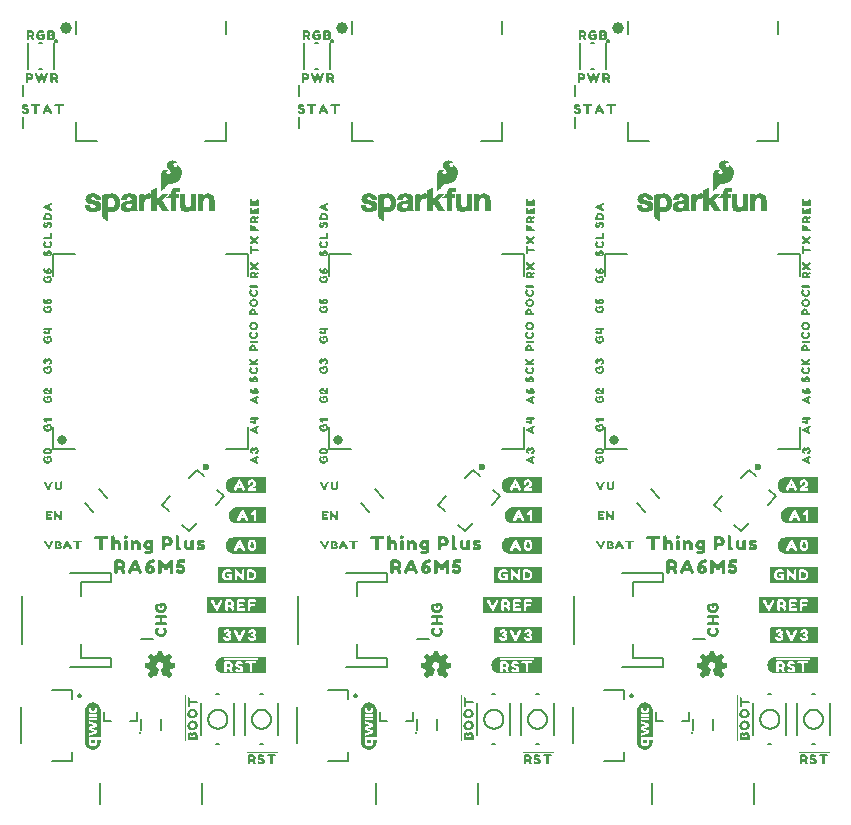
<source format=gto>
G04 EAGLE Gerber RS-274X export*
G75*
%MOMM*%
%FSLAX34Y34*%
%LPD*%
%INSilkscreen Top*%
%IPPOS*%
%AMOC8*
5,1,8,0,0,1.08239X$1,22.5*%
G01*
%ADD10C,0.203200*%
%ADD11C,0.300000*%
%ADD12C,0.152400*%
%ADD13C,0.200000*%
%ADD14C,1.000000*%
%ADD15C,0.800000*%
%ADD16C,0.600000*%
%ADD17C,0.127000*%

G36*
X679078Y183664D02*
X679078Y183664D01*
X679090Y183661D01*
X679490Y183961D01*
X679494Y183977D01*
X679501Y183982D01*
X679497Y183988D01*
X679499Y183992D01*
X679509Y184000D01*
X679509Y196900D01*
X679496Y196918D01*
X679499Y196930D01*
X679199Y197330D01*
X679168Y197339D01*
X679160Y197349D01*
X629260Y197349D01*
X629217Y197317D01*
X629213Y197316D01*
X629013Y196716D01*
X629013Y196715D01*
X629017Y196705D01*
X629011Y196700D01*
X629011Y183900D01*
X629043Y183857D01*
X629044Y183853D01*
X629644Y183653D01*
X629655Y183657D01*
X629660Y183651D01*
X679060Y183651D01*
X679078Y183664D01*
G37*
G36*
X211718Y183664D02*
X211718Y183664D01*
X211730Y183661D01*
X212130Y183961D01*
X212134Y183977D01*
X212141Y183982D01*
X212137Y183988D01*
X212139Y183992D01*
X212149Y184000D01*
X212149Y196900D01*
X212136Y196918D01*
X212139Y196930D01*
X211839Y197330D01*
X211808Y197339D01*
X211800Y197349D01*
X161900Y197349D01*
X161857Y197317D01*
X161853Y197316D01*
X161653Y196716D01*
X161653Y196715D01*
X161657Y196705D01*
X161651Y196700D01*
X161651Y183900D01*
X161683Y183857D01*
X161684Y183853D01*
X162284Y183653D01*
X162295Y183657D01*
X162300Y183651D01*
X211700Y183651D01*
X211718Y183664D01*
G37*
G36*
X445398Y183664D02*
X445398Y183664D01*
X445410Y183661D01*
X445810Y183961D01*
X445814Y183977D01*
X445821Y183982D01*
X445817Y183988D01*
X445819Y183992D01*
X445829Y184000D01*
X445829Y196900D01*
X445816Y196918D01*
X445819Y196930D01*
X445519Y197330D01*
X445488Y197339D01*
X445480Y197349D01*
X395580Y197349D01*
X395537Y197317D01*
X395533Y197316D01*
X395333Y196716D01*
X395333Y196715D01*
X395337Y196705D01*
X395331Y196700D01*
X395331Y183900D01*
X395363Y183857D01*
X395364Y183853D01*
X395964Y183653D01*
X395975Y183657D01*
X395980Y183651D01*
X445380Y183651D01*
X445398Y183664D01*
G37*
G36*
X445506Y132670D02*
X445506Y132670D01*
X445519Y132670D01*
X445819Y133070D01*
X445819Y133078D01*
X445823Y133081D01*
X445819Y133085D01*
X445819Y133092D01*
X445829Y133100D01*
X445829Y146000D01*
X445810Y146026D01*
X445810Y146039D01*
X445410Y146339D01*
X445392Y146339D01*
X445389Y146342D01*
X445385Y146342D01*
X445380Y146349D01*
X409080Y146349D01*
X409075Y146346D01*
X409072Y146349D01*
X408472Y146249D01*
X407773Y146149D01*
X407766Y146142D01*
X407761Y146145D01*
X407062Y145846D01*
X406464Y145647D01*
X406461Y145642D01*
X406458Y145644D01*
X405858Y145344D01*
X405855Y145337D01*
X405849Y145338D01*
X405349Y144938D01*
X405348Y144934D01*
X405345Y144935D01*
X404345Y143935D01*
X404345Y143931D01*
X404342Y143931D01*
X403942Y143431D01*
X403941Y143427D01*
X403939Y143427D01*
X403539Y142827D01*
X403539Y142823D01*
X403536Y142822D01*
X403236Y142222D01*
X403236Y142219D01*
X403235Y142219D01*
X403237Y142217D01*
X403233Y142216D01*
X403033Y141616D01*
X403034Y141614D01*
X403033Y141614D01*
X402833Y140914D01*
X402834Y140910D01*
X402831Y140908D01*
X402731Y140308D01*
X402732Y140307D01*
X402731Y140307D01*
X402631Y139607D01*
X402636Y139598D01*
X402631Y139593D01*
X402831Y138193D01*
X402832Y138192D01*
X402831Y138192D01*
X402931Y137592D01*
X402935Y137589D01*
X402933Y137586D01*
X403133Y136886D01*
X403138Y136882D01*
X403136Y136878D01*
X403436Y136278D01*
X403443Y136275D01*
X403442Y136269D01*
X403840Y135771D01*
X404239Y135173D01*
X404242Y135172D01*
X404242Y135169D01*
X404642Y134669D01*
X404649Y134667D01*
X404649Y134662D01*
X405149Y134262D01*
X405153Y134261D01*
X405153Y134259D01*
X406353Y133459D01*
X406357Y133459D01*
X406358Y133456D01*
X406958Y133156D01*
X406963Y133157D01*
X406964Y133153D01*
X407564Y132953D01*
X407566Y132954D01*
X407566Y132953D01*
X408266Y132753D01*
X408276Y132756D01*
X408280Y132751D01*
X408877Y132751D01*
X409573Y132651D01*
X409578Y132654D01*
X409580Y132651D01*
X445480Y132651D01*
X445506Y132670D01*
G37*
G36*
X211826Y132670D02*
X211826Y132670D01*
X211839Y132670D01*
X212139Y133070D01*
X212139Y133078D01*
X212143Y133081D01*
X212139Y133085D01*
X212139Y133092D01*
X212149Y133100D01*
X212149Y146000D01*
X212130Y146026D01*
X212130Y146039D01*
X211730Y146339D01*
X211712Y146339D01*
X211709Y146342D01*
X211705Y146342D01*
X211700Y146349D01*
X175400Y146349D01*
X175395Y146346D01*
X175392Y146349D01*
X174792Y146249D01*
X174093Y146149D01*
X174086Y146142D01*
X174081Y146145D01*
X173382Y145846D01*
X172784Y145647D01*
X172781Y145642D01*
X172778Y145644D01*
X172178Y145344D01*
X172175Y145337D01*
X172169Y145338D01*
X171669Y144938D01*
X171668Y144934D01*
X171665Y144935D01*
X170665Y143935D01*
X170665Y143931D01*
X170662Y143931D01*
X170262Y143431D01*
X170261Y143427D01*
X170259Y143427D01*
X169859Y142827D01*
X169859Y142823D01*
X169856Y142822D01*
X169556Y142222D01*
X169556Y142219D01*
X169555Y142219D01*
X169557Y142217D01*
X169553Y142216D01*
X169353Y141616D01*
X169354Y141614D01*
X169353Y141614D01*
X169153Y140914D01*
X169154Y140910D01*
X169151Y140908D01*
X169051Y140308D01*
X169052Y140307D01*
X169051Y140307D01*
X168951Y139607D01*
X168956Y139598D01*
X168951Y139593D01*
X169151Y138193D01*
X169152Y138192D01*
X169151Y138192D01*
X169251Y137592D01*
X169255Y137589D01*
X169253Y137586D01*
X169453Y136886D01*
X169458Y136882D01*
X169456Y136878D01*
X169756Y136278D01*
X169763Y136275D01*
X169762Y136269D01*
X170160Y135771D01*
X170559Y135173D01*
X170562Y135172D01*
X170562Y135169D01*
X170962Y134669D01*
X170969Y134667D01*
X170969Y134662D01*
X171469Y134262D01*
X171473Y134261D01*
X171473Y134259D01*
X172673Y133459D01*
X172677Y133459D01*
X172678Y133456D01*
X173278Y133156D01*
X173283Y133157D01*
X173284Y133153D01*
X173884Y132953D01*
X173886Y132954D01*
X173886Y132953D01*
X174586Y132753D01*
X174596Y132756D01*
X174600Y132751D01*
X175197Y132751D01*
X175893Y132651D01*
X175898Y132654D01*
X175900Y132651D01*
X211800Y132651D01*
X211826Y132670D01*
G37*
G36*
X679186Y132670D02*
X679186Y132670D01*
X679199Y132670D01*
X679499Y133070D01*
X679499Y133078D01*
X679503Y133081D01*
X679499Y133085D01*
X679499Y133092D01*
X679509Y133100D01*
X679509Y146000D01*
X679490Y146026D01*
X679490Y146039D01*
X679090Y146339D01*
X679072Y146339D01*
X679069Y146342D01*
X679065Y146342D01*
X679060Y146349D01*
X642760Y146349D01*
X642755Y146346D01*
X642752Y146349D01*
X642152Y146249D01*
X641453Y146149D01*
X641446Y146142D01*
X641441Y146145D01*
X640742Y145846D01*
X640144Y145647D01*
X640141Y145642D01*
X640138Y145644D01*
X639538Y145344D01*
X639535Y145337D01*
X639529Y145338D01*
X639029Y144938D01*
X639028Y144934D01*
X639025Y144935D01*
X638025Y143935D01*
X638025Y143931D01*
X638022Y143931D01*
X637622Y143431D01*
X637621Y143427D01*
X637619Y143427D01*
X637219Y142827D01*
X637219Y142823D01*
X637216Y142822D01*
X636916Y142222D01*
X636916Y142219D01*
X636915Y142219D01*
X636917Y142217D01*
X636913Y142216D01*
X636713Y141616D01*
X636714Y141614D01*
X636713Y141614D01*
X636513Y140914D01*
X636514Y140910D01*
X636511Y140908D01*
X636411Y140308D01*
X636412Y140307D01*
X636411Y140307D01*
X636311Y139607D01*
X636316Y139598D01*
X636311Y139593D01*
X636511Y138193D01*
X636512Y138192D01*
X636511Y138192D01*
X636611Y137592D01*
X636615Y137589D01*
X636613Y137586D01*
X636813Y136886D01*
X636818Y136882D01*
X636816Y136878D01*
X637116Y136278D01*
X637123Y136275D01*
X637122Y136269D01*
X637520Y135771D01*
X637919Y135173D01*
X637922Y135172D01*
X637922Y135169D01*
X638322Y134669D01*
X638329Y134667D01*
X638329Y134662D01*
X638829Y134262D01*
X638833Y134261D01*
X638833Y134259D01*
X640033Y133459D01*
X640037Y133459D01*
X640038Y133456D01*
X640638Y133156D01*
X640643Y133157D01*
X640644Y133153D01*
X641244Y132953D01*
X641246Y132954D01*
X641246Y132953D01*
X641946Y132753D01*
X641956Y132756D01*
X641960Y132751D01*
X642557Y132751D01*
X643253Y132651D01*
X643258Y132654D01*
X643260Y132651D01*
X679160Y132651D01*
X679186Y132670D01*
G37*
G36*
X212147Y209187D02*
X212147Y209187D01*
X212142Y209194D01*
X212149Y209200D01*
X212149Y222700D01*
X212113Y222747D01*
X212110Y222745D01*
X212108Y222749D01*
X211508Y222849D01*
X211503Y222846D01*
X211500Y222849D01*
X174300Y222849D01*
X174293Y222844D01*
X174284Y222847D01*
X174280Y222834D01*
X174253Y222813D01*
X174258Y222807D01*
X174257Y222806D01*
X174267Y222794D01*
X174266Y222793D01*
X174240Y222829D01*
X174208Y222839D01*
X174200Y222849D01*
X170900Y222849D01*
X170853Y222813D01*
X170856Y222809D01*
X170853Y222806D01*
X170855Y222803D01*
X170851Y222800D01*
X170851Y209300D01*
X170887Y209253D01*
X170890Y209255D01*
X170892Y209251D01*
X171492Y209151D01*
X171497Y209154D01*
X171500Y209151D01*
X212100Y209151D01*
X212147Y209187D01*
G37*
G36*
X445827Y209187D02*
X445827Y209187D01*
X445822Y209194D01*
X445829Y209200D01*
X445829Y222700D01*
X445793Y222747D01*
X445790Y222745D01*
X445788Y222749D01*
X445188Y222849D01*
X445183Y222846D01*
X445180Y222849D01*
X407980Y222849D01*
X407973Y222844D01*
X407964Y222847D01*
X407960Y222834D01*
X407933Y222813D01*
X407938Y222807D01*
X407937Y222806D01*
X407947Y222794D01*
X407946Y222793D01*
X407920Y222829D01*
X407888Y222839D01*
X407880Y222849D01*
X404580Y222849D01*
X404533Y222813D01*
X404536Y222809D01*
X404533Y222806D01*
X404535Y222803D01*
X404531Y222800D01*
X404531Y209300D01*
X404567Y209253D01*
X404570Y209255D01*
X404572Y209251D01*
X405172Y209151D01*
X405177Y209154D01*
X405180Y209151D01*
X445780Y209151D01*
X445827Y209187D01*
G37*
G36*
X679507Y209187D02*
X679507Y209187D01*
X679502Y209194D01*
X679509Y209200D01*
X679509Y222700D01*
X679473Y222747D01*
X679470Y222745D01*
X679468Y222749D01*
X678868Y222849D01*
X678863Y222846D01*
X678860Y222849D01*
X641660Y222849D01*
X641653Y222844D01*
X641644Y222847D01*
X641640Y222834D01*
X641613Y222813D01*
X641618Y222807D01*
X641617Y222806D01*
X641627Y222794D01*
X641626Y222793D01*
X641600Y222829D01*
X641568Y222839D01*
X641560Y222849D01*
X638260Y222849D01*
X638213Y222813D01*
X638216Y222809D01*
X638213Y222806D01*
X638215Y222803D01*
X638211Y222800D01*
X638211Y209300D01*
X638247Y209253D01*
X638250Y209255D01*
X638252Y209251D01*
X638852Y209151D01*
X638857Y209154D01*
X638860Y209151D01*
X679460Y209151D01*
X679507Y209187D01*
G37*
G36*
X445727Y158187D02*
X445727Y158187D01*
X445725Y158190D01*
X445729Y158192D01*
X445829Y158792D01*
X445826Y158797D01*
X445829Y158800D01*
X445829Y171700D01*
X445793Y171747D01*
X445790Y171745D01*
X445788Y171749D01*
X445188Y171849D01*
X445183Y171846D01*
X445180Y171849D01*
X405480Y171849D01*
X405442Y171820D01*
X405434Y171818D01*
X405234Y171318D01*
X405235Y171316D01*
X405233Y171314D01*
X405237Y171308D01*
X405238Y171305D01*
X405231Y171300D01*
X405231Y158400D01*
X405260Y158362D01*
X405262Y158354D01*
X405762Y158154D01*
X405775Y158158D01*
X405780Y158151D01*
X445680Y158151D01*
X445727Y158187D01*
G37*
G36*
X212047Y158187D02*
X212047Y158187D01*
X212045Y158190D01*
X212049Y158192D01*
X212149Y158792D01*
X212146Y158797D01*
X212149Y158800D01*
X212149Y171700D01*
X212113Y171747D01*
X212110Y171745D01*
X212108Y171749D01*
X211508Y171849D01*
X211503Y171846D01*
X211500Y171849D01*
X171800Y171849D01*
X171762Y171820D01*
X171754Y171818D01*
X171554Y171318D01*
X171555Y171316D01*
X171553Y171314D01*
X171557Y171308D01*
X171558Y171305D01*
X171551Y171300D01*
X171551Y158400D01*
X171580Y158362D01*
X171582Y158354D01*
X172082Y158154D01*
X172095Y158158D01*
X172100Y158151D01*
X212000Y158151D01*
X212047Y158187D01*
G37*
G36*
X679407Y158187D02*
X679407Y158187D01*
X679405Y158190D01*
X679409Y158192D01*
X679509Y158792D01*
X679506Y158797D01*
X679509Y158800D01*
X679509Y171700D01*
X679473Y171747D01*
X679470Y171745D01*
X679468Y171749D01*
X678868Y171849D01*
X678863Y171846D01*
X678860Y171849D01*
X639160Y171849D01*
X639122Y171820D01*
X639114Y171818D01*
X638914Y171318D01*
X638915Y171316D01*
X638913Y171314D01*
X638917Y171308D01*
X638918Y171305D01*
X638911Y171300D01*
X638911Y158400D01*
X638940Y158362D01*
X638942Y158354D01*
X639442Y158154D01*
X639455Y158158D01*
X639460Y158151D01*
X679360Y158151D01*
X679407Y158187D01*
G37*
G36*
X212047Y285187D02*
X212047Y285187D01*
X212045Y285190D01*
X212049Y285192D01*
X212149Y285792D01*
X212146Y285797D01*
X212149Y285800D01*
X212149Y298700D01*
X212113Y298747D01*
X212110Y298745D01*
X212108Y298749D01*
X211508Y298849D01*
X211503Y298846D01*
X211500Y298849D01*
X184200Y298849D01*
X184196Y298846D01*
X184193Y298849D01*
X183493Y298749D01*
X183492Y298748D01*
X183492Y298749D01*
X182892Y298649D01*
X182889Y298645D01*
X182886Y298647D01*
X182186Y298447D01*
X182185Y298446D01*
X182184Y298447D01*
X181584Y298247D01*
X181581Y298242D01*
X181578Y298244D01*
X180978Y297944D01*
X180976Y297940D01*
X180973Y297941D01*
X180373Y297541D01*
X180372Y297538D01*
X180369Y297538D01*
X179869Y297138D01*
X179868Y297134D01*
X179865Y297135D01*
X178865Y296135D01*
X178864Y296123D01*
X178856Y296122D01*
X178557Y295525D01*
X178159Y294927D01*
X178160Y294920D01*
X178155Y294916D01*
X178153Y294916D01*
X177753Y293716D01*
X177754Y293714D01*
X177753Y293714D01*
X177553Y293014D01*
X177556Y293004D01*
X177551Y293000D01*
X177551Y291000D01*
X177557Y290992D01*
X177553Y290986D01*
X177753Y290286D01*
X177754Y290285D01*
X177753Y290284D01*
X177953Y289684D01*
X177956Y289683D01*
X177955Y289681D01*
X178255Y288981D01*
X178257Y288979D01*
X178256Y288978D01*
X178556Y288378D01*
X178563Y288375D01*
X178562Y288369D01*
X179362Y287369D01*
X179366Y287368D01*
X179365Y287365D01*
X179865Y286865D01*
X179869Y286865D01*
X179869Y286862D01*
X180369Y286462D01*
X180373Y286461D01*
X180373Y286459D01*
X180973Y286059D01*
X180977Y286059D01*
X180978Y286056D01*
X181578Y285756D01*
X181583Y285757D01*
X181584Y285753D01*
X182184Y285553D01*
X182186Y285554D01*
X182186Y285553D01*
X182886Y285353D01*
X182891Y285355D01*
X182893Y285351D01*
X183592Y285251D01*
X184192Y285151D01*
X184197Y285154D01*
X184200Y285151D01*
X212000Y285151D01*
X212047Y285187D01*
G37*
G36*
X679407Y285187D02*
X679407Y285187D01*
X679405Y285190D01*
X679409Y285192D01*
X679509Y285792D01*
X679506Y285797D01*
X679509Y285800D01*
X679509Y298700D01*
X679473Y298747D01*
X679470Y298745D01*
X679468Y298749D01*
X678868Y298849D01*
X678863Y298846D01*
X678860Y298849D01*
X651560Y298849D01*
X651556Y298846D01*
X651553Y298849D01*
X650853Y298749D01*
X650852Y298748D01*
X650852Y298749D01*
X650252Y298649D01*
X650249Y298645D01*
X650246Y298647D01*
X649546Y298447D01*
X649545Y298446D01*
X649544Y298447D01*
X648944Y298247D01*
X648941Y298242D01*
X648938Y298244D01*
X648338Y297944D01*
X648336Y297940D01*
X648333Y297941D01*
X647733Y297541D01*
X647732Y297538D01*
X647729Y297538D01*
X647229Y297138D01*
X647228Y297134D01*
X647225Y297135D01*
X646225Y296135D01*
X646224Y296123D01*
X646216Y296122D01*
X645917Y295525D01*
X645519Y294927D01*
X645520Y294920D01*
X645515Y294916D01*
X645513Y294916D01*
X645113Y293716D01*
X645114Y293714D01*
X645113Y293714D01*
X644913Y293014D01*
X644916Y293004D01*
X644911Y293000D01*
X644911Y291000D01*
X644917Y290992D01*
X644913Y290986D01*
X645113Y290286D01*
X645114Y290285D01*
X645113Y290284D01*
X645313Y289684D01*
X645316Y289683D01*
X645315Y289681D01*
X645615Y288981D01*
X645617Y288979D01*
X645616Y288978D01*
X645916Y288378D01*
X645923Y288375D01*
X645922Y288369D01*
X646722Y287369D01*
X646726Y287368D01*
X646725Y287365D01*
X647225Y286865D01*
X647229Y286865D01*
X647229Y286862D01*
X647729Y286462D01*
X647733Y286461D01*
X647733Y286459D01*
X648333Y286059D01*
X648337Y286059D01*
X648338Y286056D01*
X648938Y285756D01*
X648943Y285757D01*
X648944Y285753D01*
X649544Y285553D01*
X649546Y285554D01*
X649546Y285553D01*
X650246Y285353D01*
X650251Y285355D01*
X650253Y285351D01*
X650952Y285251D01*
X651552Y285151D01*
X651557Y285154D01*
X651560Y285151D01*
X679360Y285151D01*
X679407Y285187D01*
G37*
G36*
X445727Y285187D02*
X445727Y285187D01*
X445725Y285190D01*
X445729Y285192D01*
X445829Y285792D01*
X445826Y285797D01*
X445829Y285800D01*
X445829Y298700D01*
X445793Y298747D01*
X445790Y298745D01*
X445788Y298749D01*
X445188Y298849D01*
X445183Y298846D01*
X445180Y298849D01*
X417880Y298849D01*
X417876Y298846D01*
X417873Y298849D01*
X417173Y298749D01*
X417172Y298748D01*
X417172Y298749D01*
X416572Y298649D01*
X416569Y298645D01*
X416566Y298647D01*
X415866Y298447D01*
X415865Y298446D01*
X415864Y298447D01*
X415264Y298247D01*
X415261Y298242D01*
X415258Y298244D01*
X414658Y297944D01*
X414656Y297940D01*
X414653Y297941D01*
X414053Y297541D01*
X414052Y297538D01*
X414049Y297538D01*
X413549Y297138D01*
X413548Y297134D01*
X413545Y297135D01*
X412545Y296135D01*
X412544Y296123D01*
X412536Y296122D01*
X412237Y295525D01*
X411839Y294927D01*
X411840Y294920D01*
X411835Y294916D01*
X411833Y294916D01*
X411433Y293716D01*
X411434Y293714D01*
X411433Y293714D01*
X411233Y293014D01*
X411236Y293004D01*
X411231Y293000D01*
X411231Y291000D01*
X411237Y290992D01*
X411233Y290986D01*
X411433Y290286D01*
X411434Y290285D01*
X411433Y290284D01*
X411633Y289684D01*
X411636Y289683D01*
X411635Y289681D01*
X411935Y288981D01*
X411937Y288979D01*
X411936Y288978D01*
X412236Y288378D01*
X412243Y288375D01*
X412242Y288369D01*
X413042Y287369D01*
X413046Y287368D01*
X413045Y287365D01*
X413545Y286865D01*
X413549Y286865D01*
X413549Y286862D01*
X414049Y286462D01*
X414053Y286461D01*
X414053Y286459D01*
X414653Y286059D01*
X414657Y286059D01*
X414658Y286056D01*
X415258Y285756D01*
X415263Y285757D01*
X415264Y285753D01*
X415864Y285553D01*
X415866Y285554D01*
X415866Y285553D01*
X416566Y285353D01*
X416571Y285355D01*
X416573Y285351D01*
X417272Y285251D01*
X417872Y285151D01*
X417877Y285154D01*
X417880Y285151D01*
X445680Y285151D01*
X445727Y285187D01*
G37*
G36*
X212047Y234187D02*
X212047Y234187D01*
X212045Y234190D01*
X212049Y234192D01*
X212149Y234792D01*
X212146Y234797D01*
X212149Y234800D01*
X212149Y247700D01*
X212113Y247747D01*
X212110Y247745D01*
X212108Y247749D01*
X211508Y247849D01*
X211503Y247846D01*
X211500Y247849D01*
X184400Y247849D01*
X184396Y247846D01*
X184393Y247849D01*
X182993Y247649D01*
X182990Y247645D01*
X182988Y247645D01*
X182987Y247645D01*
X182984Y247647D01*
X181784Y247247D01*
X181781Y247242D01*
X181778Y247244D01*
X181178Y246944D01*
X181176Y246940D01*
X181173Y246941D01*
X179973Y246141D01*
X179970Y246134D01*
X179965Y246135D01*
X179565Y245735D01*
X179565Y245731D01*
X179562Y245732D01*
X179062Y245132D01*
X179062Y245131D01*
X178662Y244631D01*
X178661Y244623D01*
X178656Y244622D01*
X178056Y243422D01*
X178057Y243415D01*
X178053Y243414D01*
X177853Y242714D01*
X177854Y242710D01*
X177851Y242708D01*
X177751Y242108D01*
X177752Y242107D01*
X177751Y242107D01*
X177651Y241407D01*
X177653Y241404D01*
X177654Y241402D01*
X177651Y241400D01*
X177651Y240700D01*
X177654Y240696D01*
X177651Y240693D01*
X177751Y239993D01*
X177752Y239992D01*
X177751Y239992D01*
X177851Y239392D01*
X177855Y239389D01*
X177853Y239386D01*
X178053Y238686D01*
X178058Y238682D01*
X178056Y238678D01*
X178656Y237478D01*
X178659Y237477D01*
X178658Y237475D01*
X178958Y236975D01*
X178963Y236973D01*
X178962Y236968D01*
X179462Y236368D01*
X179469Y236367D01*
X179469Y236362D01*
X179967Y235963D01*
X180465Y235465D01*
X180474Y235464D01*
X180475Y235458D01*
X180974Y235158D01*
X181573Y234759D01*
X181584Y234760D01*
X181586Y234753D01*
X182285Y234553D01*
X182884Y234353D01*
X182891Y234355D01*
X182893Y234351D01*
X184293Y234151D01*
X184298Y234154D01*
X184300Y234151D01*
X212000Y234151D01*
X212047Y234187D01*
G37*
G36*
X679407Y234187D02*
X679407Y234187D01*
X679405Y234190D01*
X679409Y234192D01*
X679509Y234792D01*
X679506Y234797D01*
X679509Y234800D01*
X679509Y247700D01*
X679473Y247747D01*
X679470Y247745D01*
X679468Y247749D01*
X678868Y247849D01*
X678863Y247846D01*
X678860Y247849D01*
X651760Y247849D01*
X651756Y247846D01*
X651753Y247849D01*
X650353Y247649D01*
X650350Y247645D01*
X650348Y247645D01*
X650347Y247645D01*
X650344Y247647D01*
X649144Y247247D01*
X649141Y247242D01*
X649138Y247244D01*
X648538Y246944D01*
X648536Y246940D01*
X648533Y246941D01*
X647333Y246141D01*
X647330Y246134D01*
X647325Y246135D01*
X646925Y245735D01*
X646925Y245731D01*
X646922Y245732D01*
X646422Y245132D01*
X646422Y245131D01*
X646022Y244631D01*
X646021Y244623D01*
X646016Y244622D01*
X645416Y243422D01*
X645417Y243415D01*
X645413Y243414D01*
X645213Y242714D01*
X645214Y242710D01*
X645211Y242708D01*
X645111Y242108D01*
X645112Y242107D01*
X645111Y242107D01*
X645011Y241407D01*
X645013Y241404D01*
X645014Y241402D01*
X645011Y241400D01*
X645011Y240700D01*
X645014Y240696D01*
X645011Y240693D01*
X645111Y239993D01*
X645112Y239992D01*
X645111Y239992D01*
X645211Y239392D01*
X645215Y239389D01*
X645213Y239386D01*
X645413Y238686D01*
X645418Y238682D01*
X645416Y238678D01*
X646016Y237478D01*
X646019Y237477D01*
X646018Y237475D01*
X646318Y236975D01*
X646323Y236973D01*
X646322Y236968D01*
X646822Y236368D01*
X646829Y236367D01*
X646829Y236362D01*
X647327Y235963D01*
X647825Y235465D01*
X647834Y235464D01*
X647835Y235458D01*
X648334Y235158D01*
X648933Y234759D01*
X648944Y234760D01*
X648946Y234753D01*
X649645Y234553D01*
X650244Y234353D01*
X650251Y234355D01*
X650253Y234351D01*
X651653Y234151D01*
X651658Y234154D01*
X651660Y234151D01*
X679360Y234151D01*
X679407Y234187D01*
G37*
G36*
X445727Y234187D02*
X445727Y234187D01*
X445725Y234190D01*
X445729Y234192D01*
X445829Y234792D01*
X445826Y234797D01*
X445829Y234800D01*
X445829Y247700D01*
X445793Y247747D01*
X445790Y247745D01*
X445788Y247749D01*
X445188Y247849D01*
X445183Y247846D01*
X445180Y247849D01*
X418080Y247849D01*
X418076Y247846D01*
X418073Y247849D01*
X416673Y247649D01*
X416670Y247645D01*
X416668Y247645D01*
X416667Y247645D01*
X416664Y247647D01*
X415464Y247247D01*
X415461Y247242D01*
X415458Y247244D01*
X414858Y246944D01*
X414856Y246940D01*
X414853Y246941D01*
X413653Y246141D01*
X413650Y246134D01*
X413645Y246135D01*
X413245Y245735D01*
X413245Y245731D01*
X413242Y245732D01*
X412742Y245132D01*
X412742Y245131D01*
X412342Y244631D01*
X412341Y244623D01*
X412336Y244622D01*
X411736Y243422D01*
X411737Y243415D01*
X411733Y243414D01*
X411533Y242714D01*
X411534Y242710D01*
X411531Y242708D01*
X411431Y242108D01*
X411432Y242107D01*
X411431Y242107D01*
X411331Y241407D01*
X411333Y241404D01*
X411334Y241402D01*
X411331Y241400D01*
X411331Y240700D01*
X411334Y240696D01*
X411331Y240693D01*
X411431Y239993D01*
X411432Y239992D01*
X411431Y239992D01*
X411531Y239392D01*
X411535Y239389D01*
X411533Y239386D01*
X411733Y238686D01*
X411738Y238682D01*
X411736Y238678D01*
X412336Y237478D01*
X412339Y237477D01*
X412338Y237475D01*
X412638Y236975D01*
X412643Y236973D01*
X412642Y236968D01*
X413142Y236368D01*
X413149Y236367D01*
X413149Y236362D01*
X413647Y235963D01*
X414145Y235465D01*
X414154Y235464D01*
X414155Y235458D01*
X414654Y235158D01*
X415253Y234759D01*
X415264Y234760D01*
X415266Y234753D01*
X415965Y234553D01*
X416564Y234353D01*
X416571Y234355D01*
X416573Y234351D01*
X417973Y234151D01*
X417978Y234154D01*
X417980Y234151D01*
X445680Y234151D01*
X445727Y234187D01*
G37*
G36*
X65686Y68123D02*
X65686Y68123D01*
X65687Y68124D01*
X65689Y68123D01*
X66216Y68176D01*
X66217Y68177D01*
X66219Y68177D01*
X66740Y68260D01*
X66743Y68263D01*
X66749Y68262D01*
X67761Y68576D01*
X67764Y68580D01*
X67771Y68581D01*
X68707Y69075D01*
X68709Y69078D01*
X68713Y69078D01*
X69149Y69375D01*
X69150Y69378D01*
X69155Y69379D01*
X69960Y70066D01*
X69961Y70070D01*
X69967Y70073D01*
X70642Y70891D01*
X70642Y70895D01*
X70648Y70900D01*
X71168Y71821D01*
X71168Y71824D01*
X71171Y71827D01*
X71380Y72311D01*
X71380Y72314D01*
X71383Y72317D01*
X71692Y73330D01*
X71690Y73335D01*
X71694Y73342D01*
X71800Y74396D01*
X71799Y74398D01*
X71800Y74400D01*
X71823Y74928D01*
X71823Y74929D01*
X71823Y74931D01*
X71823Y76622D01*
X71812Y76640D01*
X71809Y76662D01*
X71792Y76670D01*
X71787Y76679D01*
X71777Y76677D01*
X71762Y76684D01*
X71346Y76696D01*
X71345Y76696D01*
X68166Y76696D01*
X68157Y76690D01*
X68146Y76693D01*
X68130Y76673D01*
X68109Y76660D01*
X68111Y76649D01*
X68104Y76640D01*
X68118Y76597D01*
X68119Y76592D01*
X68120Y76592D01*
X68121Y76591D01*
X68418Y76274D01*
X68733Y75863D01*
X68955Y75398D01*
X69075Y74895D01*
X69109Y74378D01*
X69061Y73860D01*
X68943Y73355D01*
X68758Y72871D01*
X68501Y72422D01*
X68156Y72036D01*
X67752Y71711D01*
X67306Y71446D01*
X66830Y71239D01*
X66324Y71114D01*
X65806Y71041D01*
X65285Y71005D01*
X64764Y71045D01*
X64248Y71128D01*
X63744Y71260D01*
X63272Y71476D01*
X62837Y71758D01*
X62449Y72100D01*
X62122Y72500D01*
X61870Y72953D01*
X61711Y73446D01*
X61623Y73958D01*
X61590Y74477D01*
X61646Y74992D01*
X61795Y75487D01*
X62032Y75945D01*
X62362Y76350D01*
X62362Y76351D01*
X62363Y76352D01*
X62548Y76596D01*
X62548Y76601D01*
X62551Y76602D01*
X62550Y76605D01*
X62555Y76608D01*
X62551Y76636D01*
X62553Y76664D01*
X62546Y76667D01*
X62545Y76675D01*
X62498Y76696D01*
X61893Y76696D01*
X61667Y76707D01*
X61667Y79007D01*
X61913Y79003D01*
X61925Y79011D01*
X71571Y79031D01*
X71572Y79031D01*
X71574Y79031D01*
X71764Y79040D01*
X71781Y79052D01*
X71802Y79055D01*
X71810Y79073D01*
X71819Y79080D01*
X71817Y79089D01*
X71823Y79103D01*
X71821Y101681D01*
X71820Y101683D01*
X71821Y101687D01*
X71715Y102741D01*
X71713Y102744D01*
X71714Y102748D01*
X71602Y103263D01*
X71600Y103266D01*
X71601Y103270D01*
X71272Y104275D01*
X71268Y104279D01*
X71267Y104286D01*
X70762Y105217D01*
X70759Y105219D01*
X70758Y105221D01*
X70757Y105221D01*
X70756Y105226D01*
X70100Y106055D01*
X70097Y106056D01*
X70095Y106060D01*
X69727Y106437D01*
X69724Y106438D01*
X69722Y106442D01*
X68899Y107109D01*
X68894Y107109D01*
X68890Y107115D01*
X67959Y107621D01*
X67955Y107620D01*
X67950Y107624D01*
X67456Y107808D01*
X67454Y107807D01*
X67452Y107809D01*
X66947Y107966D01*
X66945Y107965D01*
X66943Y107967D01*
X66430Y108091D01*
X66426Y108089D01*
X66422Y108092D01*
X65368Y108199D01*
X65363Y108196D01*
X65356Y108199D01*
X64302Y108109D01*
X64300Y108108D01*
X64296Y108109D01*
X63777Y108018D01*
X63774Y108016D01*
X63769Y108016D01*
X62757Y107702D01*
X62754Y107698D01*
X62746Y107698D01*
X61813Y107197D01*
X61812Y107194D01*
X61807Y107193D01*
X61375Y106890D01*
X61374Y106888D01*
X61371Y106887D01*
X60962Y106550D01*
X60962Y106549D01*
X60960Y106548D01*
X60569Y106194D01*
X60568Y106190D01*
X60562Y106187D01*
X59888Y105370D01*
X59888Y105365D01*
X59882Y105361D01*
X59367Y104436D01*
X59367Y104433D01*
X59364Y104429D01*
X59162Y103943D01*
X59162Y103940D01*
X59160Y103936D01*
X58858Y102922D01*
X58859Y102917D01*
X58856Y102911D01*
X58749Y101856D01*
X58730Y101667D01*
X58732Y101664D01*
X58730Y101661D01*
X58730Y74645D01*
X58732Y74643D01*
X58730Y74639D01*
X58835Y73585D01*
X58837Y73582D01*
X58836Y73579D01*
X58940Y73062D01*
X58942Y73060D01*
X58942Y73055D01*
X59264Y72047D01*
X59268Y72043D01*
X59268Y72036D01*
X59774Y71105D01*
X59777Y71103D01*
X59778Y71097D01*
X60092Y70673D01*
X60093Y70672D01*
X60094Y70670D01*
X60431Y70261D01*
X60433Y70261D01*
X60434Y70258D01*
X60797Y69876D01*
X60801Y69875D01*
X60803Y69871D01*
X61621Y69198D01*
X61627Y69198D01*
X61631Y69192D01*
X62562Y68686D01*
X62566Y68686D01*
X62570Y68683D01*
X63062Y68493D01*
X63064Y68493D01*
X63066Y68491D01*
X63571Y68334D01*
X63573Y68335D01*
X63574Y68333D01*
X64086Y68202D01*
X64090Y68204D01*
X64095Y68201D01*
X65149Y68094D01*
X65153Y68096D01*
X65159Y68094D01*
X65686Y68123D01*
G37*
G36*
X533046Y68123D02*
X533046Y68123D01*
X533047Y68124D01*
X533049Y68123D01*
X533576Y68176D01*
X533577Y68177D01*
X533579Y68177D01*
X534100Y68260D01*
X534103Y68263D01*
X534109Y68262D01*
X535121Y68576D01*
X535124Y68580D01*
X535131Y68581D01*
X536067Y69075D01*
X536069Y69078D01*
X536073Y69078D01*
X536509Y69375D01*
X536510Y69378D01*
X536515Y69379D01*
X537320Y70066D01*
X537321Y70070D01*
X537327Y70073D01*
X538002Y70891D01*
X538002Y70895D01*
X538008Y70900D01*
X538528Y71821D01*
X538528Y71824D01*
X538531Y71827D01*
X538740Y72311D01*
X538740Y72314D01*
X538743Y72317D01*
X539052Y73330D01*
X539050Y73335D01*
X539054Y73342D01*
X539160Y74396D01*
X539159Y74398D01*
X539160Y74400D01*
X539183Y74928D01*
X539183Y74929D01*
X539183Y74931D01*
X539183Y76622D01*
X539172Y76640D01*
X539169Y76662D01*
X539152Y76670D01*
X539147Y76679D01*
X539137Y76677D01*
X539122Y76684D01*
X538706Y76696D01*
X538705Y76696D01*
X535526Y76696D01*
X535517Y76690D01*
X535506Y76693D01*
X535490Y76673D01*
X535469Y76660D01*
X535471Y76649D01*
X535464Y76640D01*
X535478Y76597D01*
X535479Y76592D01*
X535480Y76592D01*
X535481Y76591D01*
X535778Y76274D01*
X536093Y75863D01*
X536315Y75398D01*
X536435Y74895D01*
X536469Y74378D01*
X536421Y73860D01*
X536303Y73355D01*
X536118Y72871D01*
X535861Y72422D01*
X535516Y72036D01*
X535112Y71711D01*
X534666Y71446D01*
X534190Y71239D01*
X533684Y71114D01*
X533166Y71041D01*
X532645Y71005D01*
X532124Y71045D01*
X531608Y71128D01*
X531104Y71260D01*
X530632Y71476D01*
X530197Y71758D01*
X529809Y72100D01*
X529482Y72500D01*
X529230Y72953D01*
X529071Y73446D01*
X528983Y73958D01*
X528950Y74477D01*
X529006Y74992D01*
X529155Y75487D01*
X529392Y75945D01*
X529722Y76350D01*
X529722Y76351D01*
X529723Y76352D01*
X529908Y76596D01*
X529908Y76601D01*
X529911Y76602D01*
X529910Y76605D01*
X529915Y76608D01*
X529911Y76636D01*
X529913Y76664D01*
X529906Y76667D01*
X529905Y76675D01*
X529858Y76696D01*
X529253Y76696D01*
X529027Y76707D01*
X529027Y79007D01*
X529273Y79003D01*
X529285Y79011D01*
X538931Y79031D01*
X538932Y79031D01*
X538934Y79031D01*
X539124Y79040D01*
X539141Y79052D01*
X539162Y79055D01*
X539170Y79073D01*
X539179Y79080D01*
X539177Y79089D01*
X539183Y79103D01*
X539181Y101681D01*
X539180Y101683D01*
X539181Y101687D01*
X539075Y102741D01*
X539073Y102744D01*
X539074Y102748D01*
X538962Y103263D01*
X538960Y103266D01*
X538961Y103270D01*
X538632Y104275D01*
X538628Y104279D01*
X538627Y104286D01*
X538122Y105217D01*
X538119Y105219D01*
X538118Y105221D01*
X538117Y105221D01*
X538116Y105226D01*
X537460Y106055D01*
X537457Y106056D01*
X537455Y106060D01*
X537087Y106437D01*
X537084Y106438D01*
X537082Y106442D01*
X536259Y107109D01*
X536254Y107109D01*
X536250Y107115D01*
X535319Y107621D01*
X535315Y107620D01*
X535310Y107624D01*
X534816Y107808D01*
X534814Y107807D01*
X534812Y107809D01*
X534307Y107966D01*
X534305Y107965D01*
X534303Y107967D01*
X533790Y108091D01*
X533786Y108089D01*
X533782Y108092D01*
X532728Y108199D01*
X532723Y108196D01*
X532716Y108199D01*
X531662Y108109D01*
X531660Y108108D01*
X531656Y108109D01*
X531137Y108018D01*
X531134Y108016D01*
X531129Y108016D01*
X530117Y107702D01*
X530114Y107698D01*
X530106Y107698D01*
X529173Y107197D01*
X529172Y107194D01*
X529167Y107193D01*
X528735Y106890D01*
X528734Y106888D01*
X528731Y106887D01*
X528322Y106550D01*
X528322Y106549D01*
X528320Y106548D01*
X527929Y106194D01*
X527928Y106190D01*
X527922Y106187D01*
X527248Y105370D01*
X527248Y105365D01*
X527242Y105361D01*
X526727Y104436D01*
X526727Y104433D01*
X526724Y104429D01*
X526522Y103943D01*
X526522Y103940D01*
X526520Y103936D01*
X526218Y102922D01*
X526219Y102917D01*
X526216Y102911D01*
X526109Y101856D01*
X526090Y101667D01*
X526092Y101664D01*
X526090Y101661D01*
X526090Y74645D01*
X526092Y74643D01*
X526090Y74639D01*
X526195Y73585D01*
X526197Y73582D01*
X526196Y73579D01*
X526300Y73062D01*
X526302Y73060D01*
X526302Y73055D01*
X526624Y72047D01*
X526628Y72043D01*
X526628Y72036D01*
X527134Y71105D01*
X527137Y71103D01*
X527138Y71097D01*
X527452Y70673D01*
X527453Y70672D01*
X527454Y70670D01*
X527791Y70261D01*
X527793Y70261D01*
X527794Y70258D01*
X528157Y69876D01*
X528161Y69875D01*
X528163Y69871D01*
X528981Y69198D01*
X528987Y69198D01*
X528991Y69192D01*
X529922Y68686D01*
X529926Y68686D01*
X529930Y68683D01*
X530422Y68493D01*
X530424Y68493D01*
X530426Y68491D01*
X530931Y68334D01*
X530933Y68335D01*
X530934Y68333D01*
X531446Y68202D01*
X531450Y68204D01*
X531455Y68201D01*
X532509Y68094D01*
X532513Y68096D01*
X532519Y68094D01*
X533046Y68123D01*
G37*
G36*
X299366Y68123D02*
X299366Y68123D01*
X299367Y68124D01*
X299369Y68123D01*
X299896Y68176D01*
X299897Y68177D01*
X299899Y68177D01*
X300420Y68260D01*
X300423Y68263D01*
X300429Y68262D01*
X301441Y68576D01*
X301444Y68580D01*
X301451Y68581D01*
X302387Y69075D01*
X302389Y69078D01*
X302393Y69078D01*
X302829Y69375D01*
X302830Y69378D01*
X302835Y69379D01*
X303640Y70066D01*
X303641Y70070D01*
X303647Y70073D01*
X304322Y70891D01*
X304322Y70895D01*
X304328Y70900D01*
X304848Y71821D01*
X304848Y71824D01*
X304851Y71827D01*
X305060Y72311D01*
X305060Y72314D01*
X305063Y72317D01*
X305372Y73330D01*
X305370Y73335D01*
X305374Y73342D01*
X305480Y74396D01*
X305479Y74398D01*
X305480Y74400D01*
X305503Y74928D01*
X305503Y74929D01*
X305503Y74931D01*
X305503Y76622D01*
X305492Y76640D01*
X305489Y76662D01*
X305472Y76670D01*
X305467Y76679D01*
X305457Y76677D01*
X305442Y76684D01*
X305026Y76696D01*
X305025Y76696D01*
X301846Y76696D01*
X301837Y76690D01*
X301826Y76693D01*
X301810Y76673D01*
X301789Y76660D01*
X301791Y76649D01*
X301784Y76640D01*
X301798Y76597D01*
X301799Y76592D01*
X301800Y76592D01*
X301801Y76591D01*
X302098Y76274D01*
X302413Y75863D01*
X302635Y75398D01*
X302755Y74895D01*
X302789Y74378D01*
X302741Y73860D01*
X302623Y73355D01*
X302438Y72871D01*
X302181Y72422D01*
X301836Y72036D01*
X301432Y71711D01*
X300986Y71446D01*
X300510Y71239D01*
X300004Y71114D01*
X299486Y71041D01*
X298965Y71005D01*
X298444Y71045D01*
X297928Y71128D01*
X297424Y71260D01*
X296952Y71476D01*
X296517Y71758D01*
X296129Y72100D01*
X295802Y72500D01*
X295550Y72953D01*
X295391Y73446D01*
X295303Y73958D01*
X295270Y74477D01*
X295326Y74992D01*
X295475Y75487D01*
X295712Y75945D01*
X296042Y76350D01*
X296042Y76351D01*
X296043Y76352D01*
X296228Y76596D01*
X296228Y76601D01*
X296231Y76602D01*
X296230Y76605D01*
X296235Y76608D01*
X296231Y76636D01*
X296233Y76664D01*
X296226Y76667D01*
X296225Y76675D01*
X296178Y76696D01*
X295573Y76696D01*
X295347Y76707D01*
X295347Y79007D01*
X295593Y79003D01*
X295605Y79011D01*
X305251Y79031D01*
X305252Y79031D01*
X305254Y79031D01*
X305444Y79040D01*
X305461Y79052D01*
X305482Y79055D01*
X305490Y79073D01*
X305499Y79080D01*
X305497Y79089D01*
X305503Y79103D01*
X305501Y101681D01*
X305500Y101683D01*
X305501Y101687D01*
X305395Y102741D01*
X305393Y102744D01*
X305394Y102748D01*
X305282Y103263D01*
X305280Y103266D01*
X305281Y103270D01*
X304952Y104275D01*
X304948Y104279D01*
X304947Y104286D01*
X304442Y105217D01*
X304439Y105219D01*
X304438Y105221D01*
X304437Y105221D01*
X304436Y105226D01*
X303780Y106055D01*
X303777Y106056D01*
X303775Y106060D01*
X303407Y106437D01*
X303404Y106438D01*
X303402Y106442D01*
X302579Y107109D01*
X302574Y107109D01*
X302570Y107115D01*
X301639Y107621D01*
X301635Y107620D01*
X301630Y107624D01*
X301136Y107808D01*
X301134Y107807D01*
X301132Y107809D01*
X300627Y107966D01*
X300625Y107965D01*
X300623Y107967D01*
X300110Y108091D01*
X300106Y108089D01*
X300102Y108092D01*
X299048Y108199D01*
X299043Y108196D01*
X299036Y108199D01*
X297982Y108109D01*
X297980Y108108D01*
X297976Y108109D01*
X297457Y108018D01*
X297454Y108016D01*
X297449Y108016D01*
X296437Y107702D01*
X296434Y107698D01*
X296426Y107698D01*
X295493Y107197D01*
X295492Y107194D01*
X295487Y107193D01*
X295055Y106890D01*
X295054Y106888D01*
X295051Y106887D01*
X294642Y106550D01*
X294642Y106549D01*
X294640Y106548D01*
X294249Y106194D01*
X294248Y106190D01*
X294242Y106187D01*
X293568Y105370D01*
X293568Y105365D01*
X293562Y105361D01*
X293047Y104436D01*
X293047Y104433D01*
X293044Y104429D01*
X292842Y103943D01*
X292842Y103940D01*
X292840Y103936D01*
X292538Y102922D01*
X292539Y102917D01*
X292536Y102911D01*
X292429Y101856D01*
X292410Y101667D01*
X292412Y101664D01*
X292410Y101661D01*
X292410Y74645D01*
X292412Y74643D01*
X292410Y74639D01*
X292515Y73585D01*
X292517Y73582D01*
X292516Y73579D01*
X292620Y73062D01*
X292622Y73060D01*
X292622Y73055D01*
X292944Y72047D01*
X292948Y72043D01*
X292948Y72036D01*
X293454Y71105D01*
X293457Y71103D01*
X293458Y71097D01*
X293772Y70673D01*
X293773Y70672D01*
X293774Y70670D01*
X294111Y70261D01*
X294113Y70261D01*
X294114Y70258D01*
X294477Y69876D01*
X294481Y69875D01*
X294483Y69871D01*
X295301Y69198D01*
X295307Y69198D01*
X295311Y69192D01*
X296242Y68686D01*
X296246Y68686D01*
X296250Y68683D01*
X296742Y68493D01*
X296744Y68493D01*
X296746Y68491D01*
X297251Y68334D01*
X297253Y68335D01*
X297254Y68333D01*
X297766Y68202D01*
X297770Y68204D01*
X297775Y68201D01*
X298829Y68094D01*
X298833Y68096D01*
X298839Y68094D01*
X299366Y68123D01*
G37*
G36*
X679407Y259687D02*
X679407Y259687D01*
X679406Y259689D01*
X679408Y259690D01*
X679508Y260190D01*
X679505Y260197D01*
X679509Y260200D01*
X679509Y273100D01*
X679480Y273138D01*
X679478Y273146D01*
X678978Y273346D01*
X678966Y273342D01*
X678965Y273342D01*
X678960Y273349D01*
X654560Y273349D01*
X654555Y273346D01*
X654552Y273349D01*
X653952Y273249D01*
X653253Y273149D01*
X652553Y273049D01*
X652548Y273044D01*
X652544Y273047D01*
X651944Y272847D01*
X651941Y272842D01*
X651938Y272844D01*
X651338Y272544D01*
X651336Y272540D01*
X651333Y272541D01*
X650733Y272141D01*
X650732Y272138D01*
X650729Y272138D01*
X649729Y271338D01*
X649727Y271331D01*
X649722Y271332D01*
X649222Y270732D01*
X649222Y270731D01*
X648822Y270231D01*
X648821Y270223D01*
X648816Y270222D01*
X648216Y269022D01*
X648217Y269017D01*
X648213Y269016D01*
X648013Y268416D01*
X648014Y268414D01*
X648013Y268414D01*
X647813Y267714D01*
X647815Y267709D01*
X647811Y267707D01*
X647711Y267007D01*
X647713Y267003D01*
X647713Y267002D01*
X647711Y267000D01*
X647711Y266300D01*
X647714Y266295D01*
X647711Y266292D01*
X647811Y265692D01*
X647911Y264993D01*
X647915Y264989D01*
X647913Y264986D01*
X648113Y264286D01*
X648114Y264285D01*
X648113Y264284D01*
X648313Y263684D01*
X648318Y263681D01*
X648316Y263678D01*
X648616Y263078D01*
X648620Y263076D01*
X648619Y263073D01*
X649019Y262473D01*
X649022Y262472D01*
X649022Y262469D01*
X649422Y261969D01*
X649426Y261968D01*
X649425Y261965D01*
X649925Y261465D01*
X649929Y261465D01*
X649929Y261462D01*
X650429Y261062D01*
X650433Y261061D01*
X650433Y261059D01*
X651033Y260659D01*
X651037Y260659D01*
X651038Y260656D01*
X652238Y260056D01*
X652243Y260057D01*
X652244Y260053D01*
X652844Y259853D01*
X652851Y259855D01*
X652853Y259851D01*
X654253Y259651D01*
X654258Y259654D01*
X654260Y259651D01*
X679360Y259651D01*
X679407Y259687D01*
G37*
G36*
X445727Y259687D02*
X445727Y259687D01*
X445726Y259689D01*
X445728Y259690D01*
X445828Y260190D01*
X445825Y260197D01*
X445829Y260200D01*
X445829Y273100D01*
X445800Y273138D01*
X445798Y273146D01*
X445298Y273346D01*
X445286Y273342D01*
X445285Y273342D01*
X445280Y273349D01*
X420880Y273349D01*
X420875Y273346D01*
X420872Y273349D01*
X420272Y273249D01*
X419573Y273149D01*
X418873Y273049D01*
X418868Y273044D01*
X418864Y273047D01*
X418264Y272847D01*
X418261Y272842D01*
X418258Y272844D01*
X417658Y272544D01*
X417656Y272540D01*
X417653Y272541D01*
X417053Y272141D01*
X417052Y272138D01*
X417049Y272138D01*
X416049Y271338D01*
X416047Y271331D01*
X416042Y271332D01*
X415542Y270732D01*
X415542Y270731D01*
X415142Y270231D01*
X415141Y270223D01*
X415136Y270222D01*
X414536Y269022D01*
X414537Y269017D01*
X414533Y269016D01*
X414333Y268416D01*
X414334Y268414D01*
X414333Y268414D01*
X414133Y267714D01*
X414135Y267709D01*
X414131Y267707D01*
X414031Y267007D01*
X414033Y267003D01*
X414033Y267002D01*
X414031Y267000D01*
X414031Y266300D01*
X414034Y266295D01*
X414031Y266292D01*
X414131Y265692D01*
X414231Y264993D01*
X414235Y264989D01*
X414233Y264986D01*
X414433Y264286D01*
X414434Y264285D01*
X414433Y264284D01*
X414633Y263684D01*
X414638Y263681D01*
X414636Y263678D01*
X414936Y263078D01*
X414940Y263076D01*
X414939Y263073D01*
X415339Y262473D01*
X415342Y262472D01*
X415342Y262469D01*
X415742Y261969D01*
X415746Y261968D01*
X415745Y261965D01*
X416245Y261465D01*
X416249Y261465D01*
X416249Y261462D01*
X416749Y261062D01*
X416753Y261061D01*
X416753Y261059D01*
X417353Y260659D01*
X417357Y260659D01*
X417358Y260656D01*
X418558Y260056D01*
X418563Y260057D01*
X418564Y260053D01*
X419164Y259853D01*
X419171Y259855D01*
X419173Y259851D01*
X420573Y259651D01*
X420578Y259654D01*
X420580Y259651D01*
X445680Y259651D01*
X445727Y259687D01*
G37*
G36*
X212047Y259687D02*
X212047Y259687D01*
X212046Y259689D01*
X212048Y259690D01*
X212148Y260190D01*
X212145Y260197D01*
X212149Y260200D01*
X212149Y273100D01*
X212120Y273138D01*
X212118Y273146D01*
X211618Y273346D01*
X211606Y273342D01*
X211605Y273342D01*
X211600Y273349D01*
X187200Y273349D01*
X187195Y273346D01*
X187192Y273349D01*
X186592Y273249D01*
X185893Y273149D01*
X185193Y273049D01*
X185188Y273044D01*
X185184Y273047D01*
X184584Y272847D01*
X184581Y272842D01*
X184578Y272844D01*
X183978Y272544D01*
X183976Y272540D01*
X183973Y272541D01*
X183373Y272141D01*
X183372Y272138D01*
X183369Y272138D01*
X182369Y271338D01*
X182367Y271331D01*
X182362Y271332D01*
X181862Y270732D01*
X181862Y270731D01*
X181462Y270231D01*
X181461Y270223D01*
X181456Y270222D01*
X180856Y269022D01*
X180857Y269017D01*
X180853Y269016D01*
X180653Y268416D01*
X180654Y268414D01*
X180653Y268414D01*
X180453Y267714D01*
X180455Y267709D01*
X180451Y267707D01*
X180351Y267007D01*
X180353Y267003D01*
X180353Y267002D01*
X180351Y267000D01*
X180351Y266300D01*
X180354Y266295D01*
X180351Y266292D01*
X180451Y265692D01*
X180551Y264993D01*
X180555Y264989D01*
X180553Y264986D01*
X180753Y264286D01*
X180754Y264285D01*
X180753Y264284D01*
X180953Y263684D01*
X180958Y263681D01*
X180956Y263678D01*
X181256Y263078D01*
X181260Y263076D01*
X181259Y263073D01*
X181659Y262473D01*
X181662Y262472D01*
X181662Y262469D01*
X182062Y261969D01*
X182066Y261968D01*
X182065Y261965D01*
X182565Y261465D01*
X182569Y261465D01*
X182569Y261462D01*
X183069Y261062D01*
X183073Y261061D01*
X183073Y261059D01*
X183673Y260659D01*
X183677Y260659D01*
X183678Y260656D01*
X184878Y260056D01*
X184883Y260057D01*
X184884Y260053D01*
X185484Y259853D01*
X185491Y259855D01*
X185493Y259851D01*
X186893Y259651D01*
X186898Y259654D01*
X186900Y259651D01*
X212000Y259651D01*
X212047Y259687D01*
G37*
G36*
X129614Y129007D02*
X129614Y129007D01*
X129684Y129013D01*
X129699Y129022D01*
X129716Y129025D01*
X129822Y129097D01*
X129832Y129103D01*
X129833Y129105D01*
X129834Y129106D01*
X132134Y131406D01*
X132142Y131419D01*
X132143Y131420D01*
X132145Y131422D01*
X132147Y131426D01*
X132166Y131442D01*
X132192Y131499D01*
X132225Y131553D01*
X132228Y131577D01*
X132238Y131600D01*
X132236Y131662D01*
X132242Y131725D01*
X132233Y131748D01*
X132232Y131773D01*
X132192Y131855D01*
X132180Y131886D01*
X132174Y131892D01*
X132169Y131901D01*
X130224Y134495D01*
X130234Y134506D01*
X130253Y134536D01*
X130305Y134604D01*
X130405Y134804D01*
X130409Y134820D01*
X130418Y134833D01*
X130444Y134967D01*
X130445Y134972D01*
X130445Y134973D01*
X130445Y134974D01*
X130445Y134984D01*
X130478Y135049D01*
X130534Y135106D01*
X130553Y135136D01*
X130605Y135204D01*
X130705Y135404D01*
X130709Y135420D01*
X130718Y135433D01*
X130744Y135567D01*
X130745Y135572D01*
X130745Y135573D01*
X130745Y135574D01*
X130745Y135584D01*
X130905Y135904D01*
X130909Y135920D01*
X130918Y135933D01*
X130944Y136067D01*
X130945Y136072D01*
X130945Y136073D01*
X130945Y136074D01*
X130945Y136084D01*
X131005Y136204D01*
X131009Y136220D01*
X131018Y136233D01*
X131044Y136367D01*
X131045Y136372D01*
X131045Y136373D01*
X131045Y136374D01*
X131045Y136384D01*
X131105Y136504D01*
X131109Y136520D01*
X131118Y136533D01*
X131138Y136636D01*
X134430Y137200D01*
X134448Y137207D01*
X134467Y137208D01*
X134527Y137241D01*
X134589Y137267D01*
X134602Y137282D01*
X134619Y137291D01*
X134658Y137347D01*
X134702Y137398D01*
X134707Y137417D01*
X134718Y137433D01*
X134740Y137544D01*
X134745Y137566D01*
X134744Y137570D01*
X134745Y137574D01*
X134745Y140774D01*
X134741Y140793D01*
X134743Y140814D01*
X134732Y140846D01*
X134731Y140853D01*
X134726Y140862D01*
X134721Y140877D01*
X134706Y140942D01*
X134693Y140958D01*
X134686Y140977D01*
X134638Y141024D01*
X134596Y141076D01*
X134577Y141084D01*
X134563Y141098D01*
X134461Y141136D01*
X134438Y141146D01*
X134433Y141146D01*
X134428Y141148D01*
X131145Y141695D01*
X131145Y141774D01*
X131128Y141848D01*
X131114Y141923D01*
X131108Y141933D01*
X131106Y141942D01*
X131083Y141970D01*
X131045Y142025D01*
X131045Y142074D01*
X131028Y142148D01*
X131014Y142223D01*
X131008Y142233D01*
X131006Y142242D01*
X130983Y142270D01*
X130934Y142342D01*
X130878Y142398D01*
X130845Y142463D01*
X130845Y142574D01*
X130828Y142648D01*
X130814Y142723D01*
X130808Y142733D01*
X130806Y142742D01*
X130783Y142770D01*
X130745Y142825D01*
X130745Y142874D01*
X130728Y142948D01*
X130714Y143023D01*
X130708Y143033D01*
X130706Y143042D01*
X130683Y143070D01*
X130634Y143142D01*
X130578Y143198D01*
X130505Y143343D01*
X130482Y143371D01*
X130445Y143425D01*
X130445Y143474D01*
X130428Y143548D01*
X130414Y143623D01*
X130408Y143633D01*
X130406Y143642D01*
X130383Y143670D01*
X130334Y143742D01*
X130278Y143798D01*
X130238Y143878D01*
X132173Y146551D01*
X132183Y146575D01*
X132200Y146594D01*
X132216Y146654D01*
X132240Y146711D01*
X132238Y146736D01*
X132245Y146761D01*
X132233Y146822D01*
X132229Y146884D01*
X132216Y146906D01*
X132211Y146931D01*
X132160Y147003D01*
X132142Y147033D01*
X132135Y147038D01*
X132128Y147048D01*
X129828Y149248D01*
X129817Y149254D01*
X129809Y149265D01*
X129743Y149298D01*
X129679Y149336D01*
X129666Y149337D01*
X129655Y149342D01*
X129581Y149343D01*
X129507Y149348D01*
X129495Y149343D01*
X129482Y149343D01*
X129351Y149286D01*
X126677Y147442D01*
X126536Y147513D01*
X126520Y147517D01*
X126507Y147526D01*
X126373Y147552D01*
X126367Y147553D01*
X126366Y147553D01*
X126356Y147553D01*
X126291Y147585D01*
X126234Y147642D01*
X126204Y147661D01*
X126136Y147713D01*
X125936Y147813D01*
X125920Y147817D01*
X125907Y147826D01*
X125773Y147852D01*
X125767Y147853D01*
X125766Y147853D01*
X125756Y147853D01*
X125691Y147885D01*
X125634Y147942D01*
X125569Y147982D01*
X125507Y148026D01*
X125495Y148028D01*
X125487Y148033D01*
X125452Y148036D01*
X125366Y148053D01*
X125256Y148053D01*
X125136Y148113D01*
X125120Y148117D01*
X125107Y148126D01*
X124973Y148152D01*
X124967Y148153D01*
X124966Y148153D01*
X124956Y148153D01*
X124836Y148213D01*
X124820Y148217D01*
X124807Y148226D01*
X124673Y148252D01*
X124667Y148253D01*
X124666Y148253D01*
X124656Y148253D01*
X124536Y148313D01*
X124520Y148317D01*
X124507Y148326D01*
X124490Y148329D01*
X123940Y151538D01*
X123932Y151556D01*
X123931Y151575D01*
X123899Y151634D01*
X123872Y151697D01*
X123858Y151710D01*
X123848Y151727D01*
X123793Y151766D01*
X123741Y151810D01*
X123722Y151815D01*
X123707Y151826D01*
X123596Y151847D01*
X123574Y151853D01*
X123570Y151852D01*
X123566Y151853D01*
X120366Y151853D01*
X120347Y151849D01*
X120328Y151851D01*
X120264Y151829D01*
X120198Y151813D01*
X120183Y151801D01*
X120164Y151795D01*
X120117Y151747D01*
X120064Y151703D01*
X120056Y151686D01*
X120043Y151672D01*
X120003Y151566D01*
X119994Y151545D01*
X119994Y151542D01*
X119992Y151538D01*
X119434Y148282D01*
X119376Y148253D01*
X119266Y148253D01*
X119192Y148236D01*
X119116Y148222D01*
X119107Y148216D01*
X119098Y148213D01*
X119070Y148191D01*
X119014Y148153D01*
X118966Y148153D01*
X118950Y148149D01*
X118934Y148152D01*
X118803Y148115D01*
X118798Y148113D01*
X118797Y148113D01*
X118796Y148113D01*
X118676Y148053D01*
X118666Y148053D01*
X118650Y148049D01*
X118634Y148052D01*
X118503Y148015D01*
X118498Y148013D01*
X118497Y148013D01*
X118496Y148013D01*
X118296Y147913D01*
X118269Y147890D01*
X118214Y147853D01*
X118166Y147853D01*
X118092Y147836D01*
X118016Y147822D01*
X118007Y147816D01*
X117998Y147813D01*
X117970Y147791D01*
X117898Y147742D01*
X117841Y147685D01*
X117696Y147613D01*
X117669Y147590D01*
X117614Y147553D01*
X117566Y147553D01*
X117492Y147536D01*
X117416Y147522D01*
X117407Y147516D01*
X117398Y147513D01*
X117370Y147491D01*
X117298Y147442D01*
X117280Y147424D01*
X114581Y149286D01*
X114565Y149292D01*
X114553Y149304D01*
X114486Y149323D01*
X114420Y149349D01*
X114403Y149348D01*
X114387Y149352D01*
X114318Y149340D01*
X114248Y149334D01*
X114233Y149325D01*
X114216Y149322D01*
X114110Y149250D01*
X114100Y149244D01*
X114099Y149243D01*
X114098Y149242D01*
X111898Y147042D01*
X111889Y147027D01*
X111875Y147017D01*
X111844Y146954D01*
X111807Y146895D01*
X111805Y146878D01*
X111797Y146863D01*
X111797Y146792D01*
X111790Y146723D01*
X111796Y146707D01*
X111796Y146689D01*
X111848Y146572D01*
X111852Y146561D01*
X111853Y146560D01*
X111854Y146558D01*
X113705Y143875D01*
X113703Y143860D01*
X113687Y143774D01*
X113687Y143724D01*
X113679Y143711D01*
X113627Y143643D01*
X113554Y143498D01*
X113498Y143442D01*
X113458Y143377D01*
X113414Y143314D01*
X113412Y143303D01*
X113407Y143295D01*
X113403Y143260D01*
X113387Y143174D01*
X113387Y143124D01*
X113379Y143111D01*
X113327Y143043D01*
X113227Y142843D01*
X113223Y142828D01*
X113214Y142814D01*
X113197Y142727D01*
X113194Y142719D01*
X113194Y142711D01*
X113188Y142680D01*
X113187Y142675D01*
X113187Y142674D01*
X113187Y142663D01*
X113027Y142343D01*
X113023Y142328D01*
X113014Y142314D01*
X112988Y142180D01*
X112987Y142175D01*
X112987Y142174D01*
X112987Y142163D01*
X112927Y142043D01*
X112923Y142028D01*
X112914Y142014D01*
X112905Y141969D01*
X112901Y141961D01*
X112902Y141951D01*
X112888Y141880D01*
X112887Y141875D01*
X112887Y141874D01*
X112887Y141863D01*
X112827Y141743D01*
X112823Y141728D01*
X112814Y141714D01*
X112811Y141698D01*
X109602Y141148D01*
X109584Y141140D01*
X109565Y141139D01*
X109505Y141107D01*
X109443Y141080D01*
X109430Y141065D01*
X109413Y141056D01*
X109374Y141001D01*
X109330Y140949D01*
X109325Y140930D01*
X109314Y140914D01*
X109298Y140833D01*
X109294Y140823D01*
X109294Y140812D01*
X109292Y140803D01*
X109287Y140781D01*
X109288Y140778D01*
X109287Y140774D01*
X109287Y137574D01*
X109291Y137555D01*
X109289Y137536D01*
X109311Y137471D01*
X109326Y137405D01*
X109339Y137390D01*
X109345Y137372D01*
X109393Y137324D01*
X109436Y137272D01*
X109454Y137264D01*
X109468Y137250D01*
X109574Y137210D01*
X109594Y137201D01*
X109598Y137201D01*
X109602Y137200D01*
X112858Y136642D01*
X112887Y136584D01*
X112887Y136474D01*
X112904Y136399D01*
X112918Y136324D01*
X112924Y136314D01*
X112926Y136305D01*
X112949Y136278D01*
X112987Y136222D01*
X112987Y136174D01*
X113000Y136118D01*
X113001Y136099D01*
X113006Y136089D01*
X113018Y136024D01*
X113024Y136014D01*
X113026Y136005D01*
X113049Y135978D01*
X113098Y135906D01*
X113154Y135849D01*
X113187Y135784D01*
X113187Y135674D01*
X113204Y135599D01*
X113218Y135524D01*
X113224Y135514D01*
X113226Y135505D01*
X113249Y135478D01*
X113287Y135422D01*
X113287Y135374D01*
X113304Y135299D01*
X113318Y135224D01*
X113324Y135214D01*
X113326Y135205D01*
X113349Y135178D01*
X113398Y135106D01*
X113454Y135049D01*
X113527Y134904D01*
X113550Y134876D01*
X113593Y134813D01*
X113595Y134809D01*
X113596Y134809D01*
X113598Y134806D01*
X113654Y134749D01*
X113687Y134684D01*
X113687Y134674D01*
X113690Y134658D01*
X113688Y134642D01*
X113700Y134600D01*
X113701Y134582D01*
X113710Y134565D01*
X113725Y134511D01*
X113725Y134509D01*
X111857Y131894D01*
X111851Y131879D01*
X111840Y131868D01*
X111819Y131800D01*
X111792Y131734D01*
X111793Y131718D01*
X111788Y131703D01*
X111799Y131633D01*
X111804Y131561D01*
X111812Y131548D01*
X111814Y131532D01*
X111889Y131416D01*
X111891Y131412D01*
X111892Y131412D01*
X114092Y129112D01*
X114110Y129100D01*
X114123Y129083D01*
X114182Y129053D01*
X114237Y129017D01*
X114258Y129015D01*
X114277Y129005D01*
X114343Y129005D01*
X114409Y128997D01*
X114429Y129004D01*
X114450Y129004D01*
X114545Y129046D01*
X114572Y129055D01*
X114575Y129059D01*
X114581Y129061D01*
X117302Y130938D01*
X117325Y130921D01*
X117337Y130919D01*
X117345Y130914D01*
X117380Y130911D01*
X117395Y130908D01*
X117398Y130906D01*
X117463Y130865D01*
X117525Y130821D01*
X117537Y130819D01*
X117545Y130814D01*
X117580Y130811D01*
X117595Y130808D01*
X117598Y130806D01*
X117663Y130765D01*
X117725Y130721D01*
X117737Y130719D01*
X117745Y130714D01*
X117780Y130711D01*
X117795Y130708D01*
X117798Y130706D01*
X117863Y130665D01*
X117925Y130621D01*
X117937Y130619D01*
X117945Y130614D01*
X117980Y130611D01*
X117995Y130608D01*
X117998Y130606D01*
X118063Y130565D01*
X118125Y130521D01*
X118137Y130519D01*
X118145Y130514D01*
X118180Y130511D01*
X118195Y130508D01*
X118198Y130506D01*
X118263Y130465D01*
X118325Y130421D01*
X118337Y130419D01*
X118345Y130414D01*
X118380Y130411D01*
X118466Y130394D01*
X118516Y130394D01*
X118537Y130381D01*
X118570Y130349D01*
X118609Y130336D01*
X118645Y130314D01*
X118690Y130310D01*
X118734Y130296D01*
X118776Y130302D01*
X118817Y130298D01*
X118860Y130314D01*
X118905Y130321D01*
X118940Y130345D01*
X118979Y130360D01*
X119010Y130393D01*
X119047Y130420D01*
X119073Y130462D01*
X119096Y130487D01*
X119103Y130512D01*
X119122Y130542D01*
X121122Y135942D01*
X121129Y135999D01*
X121145Y136054D01*
X121139Y136084D01*
X121143Y136114D01*
X121124Y136168D01*
X121114Y136225D01*
X121096Y136249D01*
X121086Y136277D01*
X121045Y136317D01*
X121011Y136363D01*
X120981Y136380D01*
X120962Y136398D01*
X120930Y136408D01*
X120886Y136433D01*
X120612Y136525D01*
X120291Y136685D01*
X120134Y136842D01*
X120104Y136861D01*
X120036Y136913D01*
X119891Y136985D01*
X119778Y137098D01*
X119705Y137243D01*
X119682Y137271D01*
X119634Y137342D01*
X119478Y137498D01*
X119317Y137819D01*
X119226Y138094D01*
X119214Y138113D01*
X119205Y138143D01*
X119045Y138463D01*
X119045Y138674D01*
X119037Y138709D01*
X119026Y138794D01*
X118945Y139035D01*
X118945Y139512D01*
X119310Y140606D01*
X119661Y141132D01*
X119808Y141279D01*
X120076Y141458D01*
X120098Y141481D01*
X120134Y141506D01*
X120308Y141679D01*
X120534Y141830D01*
X120786Y141914D01*
X120804Y141925D01*
X120818Y141928D01*
X120831Y141939D01*
X120876Y141958D01*
X121081Y142094D01*
X121266Y142094D01*
X121301Y142103D01*
X121358Y142106D01*
X121713Y142194D01*
X122304Y142194D01*
X122546Y142114D01*
X122582Y142111D01*
X122666Y142094D01*
X122851Y142094D01*
X123056Y141958D01*
X123091Y141945D01*
X123140Y141917D01*
X123142Y141916D01*
X123143Y141916D01*
X123146Y141914D01*
X123398Y141830D01*
X123925Y141479D01*
X124271Y141132D01*
X124622Y140606D01*
X124706Y140354D01*
X124726Y140322D01*
X124750Y140263D01*
X124887Y140059D01*
X124887Y139874D01*
X124895Y139839D01*
X124906Y139754D01*
X124987Y139512D01*
X124987Y138735D01*
X124906Y138494D01*
X124903Y138458D01*
X124887Y138374D01*
X124887Y138263D01*
X124827Y138143D01*
X124821Y138121D01*
X124806Y138094D01*
X124715Y137819D01*
X124654Y137698D01*
X124498Y137542D01*
X124479Y137511D01*
X124427Y137443D01*
X124354Y137298D01*
X124041Y136985D01*
X123896Y136913D01*
X123869Y136890D01*
X123798Y136842D01*
X123641Y136685D01*
X123096Y136413D01*
X123073Y136393D01*
X123044Y136381D01*
X123007Y136338D01*
X122963Y136302D01*
X122951Y136274D01*
X122931Y136251D01*
X122916Y136196D01*
X122893Y136144D01*
X122895Y136113D01*
X122887Y136083D01*
X122899Y136009D01*
X122901Y135971D01*
X122908Y135959D01*
X122910Y135942D01*
X124910Y130542D01*
X124922Y130525D01*
X124926Y130505D01*
X124969Y130454D01*
X125006Y130398D01*
X125024Y130387D01*
X125036Y130372D01*
X125098Y130345D01*
X125156Y130311D01*
X125176Y130310D01*
X125194Y130301D01*
X125261Y130304D01*
X125328Y130300D01*
X125347Y130307D01*
X125367Y130308D01*
X125426Y130340D01*
X125488Y130366D01*
X125501Y130382D01*
X125519Y130391D01*
X125532Y130410D01*
X125540Y130412D01*
X125616Y130425D01*
X125625Y130432D01*
X125634Y130434D01*
X125662Y130457D01*
X125734Y130506D01*
X125741Y130512D01*
X125816Y130525D01*
X125825Y130532D01*
X125834Y130534D01*
X125862Y130557D01*
X125934Y130606D01*
X125941Y130612D01*
X126016Y130625D01*
X126025Y130632D01*
X126034Y130634D01*
X126062Y130657D01*
X126118Y130694D01*
X126166Y130694D01*
X126240Y130712D01*
X126316Y130725D01*
X126325Y130732D01*
X126334Y130734D01*
X126362Y130757D01*
X126434Y130806D01*
X126441Y130812D01*
X126516Y130825D01*
X126525Y130832D01*
X126534Y130834D01*
X126562Y130857D01*
X126634Y130906D01*
X126652Y130923D01*
X129351Y129061D01*
X129367Y129055D01*
X129379Y129044D01*
X129447Y129024D01*
X129512Y128998D01*
X129529Y129000D01*
X129545Y128995D01*
X129614Y129007D01*
G37*
G36*
X363294Y129007D02*
X363294Y129007D01*
X363364Y129013D01*
X363379Y129022D01*
X363396Y129025D01*
X363502Y129097D01*
X363512Y129103D01*
X363513Y129105D01*
X363514Y129106D01*
X365814Y131406D01*
X365822Y131419D01*
X365823Y131420D01*
X365825Y131422D01*
X365827Y131426D01*
X365846Y131442D01*
X365872Y131499D01*
X365905Y131553D01*
X365908Y131577D01*
X365918Y131600D01*
X365916Y131662D01*
X365922Y131725D01*
X365913Y131748D01*
X365912Y131773D01*
X365872Y131855D01*
X365860Y131886D01*
X365854Y131892D01*
X365849Y131901D01*
X363904Y134495D01*
X363914Y134506D01*
X363933Y134536D01*
X363985Y134604D01*
X364085Y134804D01*
X364089Y134820D01*
X364098Y134833D01*
X364124Y134967D01*
X364125Y134972D01*
X364125Y134973D01*
X364125Y134974D01*
X364125Y134984D01*
X364158Y135049D01*
X364214Y135106D01*
X364233Y135136D01*
X364285Y135204D01*
X364385Y135404D01*
X364389Y135420D01*
X364398Y135433D01*
X364424Y135567D01*
X364425Y135572D01*
X364425Y135573D01*
X364425Y135574D01*
X364425Y135584D01*
X364585Y135904D01*
X364589Y135920D01*
X364598Y135933D01*
X364624Y136067D01*
X364625Y136072D01*
X364625Y136073D01*
X364625Y136074D01*
X364625Y136084D01*
X364685Y136204D01*
X364689Y136220D01*
X364698Y136233D01*
X364724Y136367D01*
X364725Y136372D01*
X364725Y136373D01*
X364725Y136374D01*
X364725Y136384D01*
X364785Y136504D01*
X364789Y136520D01*
X364798Y136533D01*
X364818Y136636D01*
X368110Y137200D01*
X368128Y137207D01*
X368147Y137208D01*
X368207Y137241D01*
X368269Y137267D01*
X368282Y137282D01*
X368299Y137291D01*
X368338Y137347D01*
X368382Y137398D01*
X368387Y137417D01*
X368398Y137433D01*
X368420Y137544D01*
X368425Y137566D01*
X368424Y137570D01*
X368425Y137574D01*
X368425Y140774D01*
X368421Y140793D01*
X368423Y140814D01*
X368412Y140846D01*
X368411Y140853D01*
X368406Y140862D01*
X368401Y140877D01*
X368386Y140942D01*
X368373Y140958D01*
X368366Y140977D01*
X368318Y141024D01*
X368276Y141076D01*
X368257Y141084D01*
X368243Y141098D01*
X368141Y141136D01*
X368118Y141146D01*
X368113Y141146D01*
X368108Y141148D01*
X364825Y141695D01*
X364825Y141774D01*
X364808Y141848D01*
X364794Y141923D01*
X364788Y141933D01*
X364786Y141942D01*
X364763Y141970D01*
X364725Y142025D01*
X364725Y142074D01*
X364708Y142148D01*
X364694Y142223D01*
X364688Y142233D01*
X364686Y142242D01*
X364663Y142270D01*
X364614Y142342D01*
X364558Y142398D01*
X364525Y142463D01*
X364525Y142574D01*
X364508Y142648D01*
X364494Y142723D01*
X364488Y142733D01*
X364486Y142742D01*
X364463Y142770D01*
X364425Y142825D01*
X364425Y142874D01*
X364408Y142948D01*
X364394Y143023D01*
X364388Y143033D01*
X364386Y143042D01*
X364363Y143070D01*
X364314Y143142D01*
X364258Y143198D01*
X364185Y143343D01*
X364162Y143371D01*
X364125Y143425D01*
X364125Y143474D01*
X364108Y143548D01*
X364094Y143623D01*
X364088Y143633D01*
X364086Y143642D01*
X364063Y143670D01*
X364014Y143742D01*
X363958Y143798D01*
X363918Y143878D01*
X365853Y146551D01*
X365863Y146575D01*
X365880Y146594D01*
X365896Y146654D01*
X365920Y146711D01*
X365918Y146736D01*
X365925Y146761D01*
X365913Y146822D01*
X365909Y146884D01*
X365896Y146906D01*
X365891Y146931D01*
X365840Y147003D01*
X365822Y147033D01*
X365815Y147038D01*
X365808Y147048D01*
X363508Y149248D01*
X363497Y149254D01*
X363489Y149265D01*
X363423Y149298D01*
X363359Y149336D01*
X363346Y149337D01*
X363335Y149342D01*
X363261Y149343D01*
X363187Y149348D01*
X363175Y149343D01*
X363162Y149343D01*
X363031Y149286D01*
X360357Y147442D01*
X360216Y147513D01*
X360200Y147517D01*
X360187Y147526D01*
X360053Y147552D01*
X360047Y147553D01*
X360046Y147553D01*
X360036Y147553D01*
X359971Y147585D01*
X359914Y147642D01*
X359884Y147661D01*
X359816Y147713D01*
X359616Y147813D01*
X359600Y147817D01*
X359587Y147826D01*
X359453Y147852D01*
X359447Y147853D01*
X359446Y147853D01*
X359436Y147853D01*
X359371Y147885D01*
X359314Y147942D01*
X359249Y147982D01*
X359187Y148026D01*
X359175Y148028D01*
X359167Y148033D01*
X359132Y148036D01*
X359046Y148053D01*
X358936Y148053D01*
X358816Y148113D01*
X358800Y148117D01*
X358787Y148126D01*
X358653Y148152D01*
X358647Y148153D01*
X358646Y148153D01*
X358636Y148153D01*
X358516Y148213D01*
X358500Y148217D01*
X358487Y148226D01*
X358353Y148252D01*
X358347Y148253D01*
X358346Y148253D01*
X358336Y148253D01*
X358216Y148313D01*
X358200Y148317D01*
X358187Y148326D01*
X358170Y148329D01*
X357620Y151538D01*
X357612Y151556D01*
X357611Y151575D01*
X357579Y151634D01*
X357552Y151697D01*
X357538Y151710D01*
X357528Y151727D01*
X357473Y151766D01*
X357421Y151810D01*
X357402Y151815D01*
X357387Y151826D01*
X357276Y151847D01*
X357254Y151853D01*
X357250Y151852D01*
X357246Y151853D01*
X354046Y151853D01*
X354027Y151849D01*
X354008Y151851D01*
X353944Y151829D01*
X353878Y151813D01*
X353863Y151801D01*
X353844Y151795D01*
X353797Y151747D01*
X353744Y151703D01*
X353736Y151686D01*
X353723Y151672D01*
X353683Y151566D01*
X353674Y151545D01*
X353674Y151542D01*
X353672Y151538D01*
X353114Y148282D01*
X353056Y148253D01*
X352946Y148253D01*
X352872Y148236D01*
X352796Y148222D01*
X352787Y148216D01*
X352778Y148213D01*
X352750Y148191D01*
X352694Y148153D01*
X352646Y148153D01*
X352630Y148149D01*
X352614Y148152D01*
X352483Y148115D01*
X352478Y148113D01*
X352477Y148113D01*
X352476Y148113D01*
X352356Y148053D01*
X352346Y148053D01*
X352330Y148049D01*
X352314Y148052D01*
X352183Y148015D01*
X352178Y148013D01*
X352177Y148013D01*
X352176Y148013D01*
X351976Y147913D01*
X351949Y147890D01*
X351894Y147853D01*
X351846Y147853D01*
X351772Y147836D01*
X351696Y147822D01*
X351687Y147816D01*
X351678Y147813D01*
X351650Y147791D01*
X351578Y147742D01*
X351521Y147685D01*
X351376Y147613D01*
X351349Y147590D01*
X351294Y147553D01*
X351246Y147553D01*
X351172Y147536D01*
X351096Y147522D01*
X351087Y147516D01*
X351078Y147513D01*
X351050Y147491D01*
X350978Y147442D01*
X350960Y147424D01*
X348261Y149286D01*
X348245Y149292D01*
X348233Y149304D01*
X348166Y149323D01*
X348100Y149349D01*
X348083Y149348D01*
X348067Y149352D01*
X347998Y149340D01*
X347928Y149334D01*
X347913Y149325D01*
X347896Y149322D01*
X347790Y149250D01*
X347780Y149244D01*
X347779Y149243D01*
X347778Y149242D01*
X345578Y147042D01*
X345569Y147027D01*
X345555Y147017D01*
X345524Y146954D01*
X345487Y146895D01*
X345485Y146878D01*
X345477Y146863D01*
X345477Y146792D01*
X345470Y146723D01*
X345476Y146707D01*
X345476Y146689D01*
X345528Y146572D01*
X345532Y146561D01*
X345533Y146560D01*
X345534Y146558D01*
X347385Y143875D01*
X347383Y143860D01*
X347367Y143774D01*
X347367Y143724D01*
X347359Y143711D01*
X347307Y143643D01*
X347234Y143498D01*
X347178Y143442D01*
X347138Y143377D01*
X347094Y143314D01*
X347092Y143303D01*
X347087Y143295D01*
X347083Y143260D01*
X347067Y143174D01*
X347067Y143124D01*
X347059Y143111D01*
X347007Y143043D01*
X346907Y142843D01*
X346903Y142828D01*
X346894Y142814D01*
X346877Y142727D01*
X346874Y142719D01*
X346874Y142711D01*
X346868Y142680D01*
X346867Y142675D01*
X346867Y142674D01*
X346867Y142663D01*
X346707Y142343D01*
X346703Y142328D01*
X346694Y142314D01*
X346668Y142180D01*
X346667Y142175D01*
X346667Y142174D01*
X346667Y142163D01*
X346607Y142043D01*
X346603Y142028D01*
X346594Y142014D01*
X346585Y141969D01*
X346581Y141961D01*
X346582Y141951D01*
X346568Y141880D01*
X346567Y141875D01*
X346567Y141874D01*
X346567Y141863D01*
X346507Y141743D01*
X346503Y141728D01*
X346494Y141714D01*
X346491Y141698D01*
X343282Y141148D01*
X343264Y141140D01*
X343245Y141139D01*
X343185Y141107D01*
X343123Y141080D01*
X343110Y141065D01*
X343093Y141056D01*
X343054Y141001D01*
X343010Y140949D01*
X343005Y140930D01*
X342994Y140914D01*
X342978Y140833D01*
X342974Y140823D01*
X342974Y140812D01*
X342972Y140803D01*
X342967Y140781D01*
X342968Y140778D01*
X342967Y140774D01*
X342967Y137574D01*
X342971Y137555D01*
X342969Y137536D01*
X342991Y137471D01*
X343006Y137405D01*
X343019Y137390D01*
X343025Y137372D01*
X343073Y137324D01*
X343116Y137272D01*
X343134Y137264D01*
X343148Y137250D01*
X343254Y137210D01*
X343274Y137201D01*
X343278Y137201D01*
X343282Y137200D01*
X346538Y136642D01*
X346567Y136584D01*
X346567Y136474D01*
X346584Y136399D01*
X346598Y136324D01*
X346604Y136314D01*
X346606Y136305D01*
X346629Y136278D01*
X346667Y136222D01*
X346667Y136174D01*
X346680Y136118D01*
X346681Y136099D01*
X346686Y136089D01*
X346698Y136024D01*
X346704Y136014D01*
X346706Y136005D01*
X346729Y135978D01*
X346778Y135906D01*
X346834Y135849D01*
X346867Y135784D01*
X346867Y135674D01*
X346884Y135599D01*
X346898Y135524D01*
X346904Y135514D01*
X346906Y135505D01*
X346929Y135478D01*
X346967Y135422D01*
X346967Y135374D01*
X346984Y135299D01*
X346998Y135224D01*
X347004Y135214D01*
X347006Y135205D01*
X347029Y135178D01*
X347078Y135106D01*
X347134Y135049D01*
X347207Y134904D01*
X347230Y134876D01*
X347273Y134813D01*
X347275Y134809D01*
X347276Y134809D01*
X347278Y134806D01*
X347334Y134749D01*
X347367Y134684D01*
X347367Y134674D01*
X347370Y134658D01*
X347368Y134642D01*
X347380Y134600D01*
X347381Y134582D01*
X347390Y134565D01*
X347405Y134511D01*
X347405Y134509D01*
X345537Y131894D01*
X345531Y131879D01*
X345520Y131868D01*
X345499Y131800D01*
X345472Y131734D01*
X345473Y131718D01*
X345468Y131703D01*
X345479Y131633D01*
X345484Y131561D01*
X345492Y131548D01*
X345494Y131532D01*
X345569Y131416D01*
X345571Y131412D01*
X345572Y131412D01*
X347772Y129112D01*
X347790Y129100D01*
X347803Y129083D01*
X347862Y129053D01*
X347917Y129017D01*
X347938Y129015D01*
X347957Y129005D01*
X348023Y129005D01*
X348089Y128997D01*
X348109Y129004D01*
X348130Y129004D01*
X348225Y129046D01*
X348252Y129055D01*
X348255Y129059D01*
X348261Y129061D01*
X350982Y130938D01*
X351005Y130921D01*
X351017Y130919D01*
X351025Y130914D01*
X351060Y130911D01*
X351075Y130908D01*
X351078Y130906D01*
X351143Y130865D01*
X351205Y130821D01*
X351217Y130819D01*
X351225Y130814D01*
X351260Y130811D01*
X351275Y130808D01*
X351278Y130806D01*
X351343Y130765D01*
X351405Y130721D01*
X351417Y130719D01*
X351425Y130714D01*
X351460Y130711D01*
X351475Y130708D01*
X351478Y130706D01*
X351543Y130665D01*
X351605Y130621D01*
X351617Y130619D01*
X351625Y130614D01*
X351660Y130611D01*
X351675Y130608D01*
X351678Y130606D01*
X351743Y130565D01*
X351805Y130521D01*
X351817Y130519D01*
X351825Y130514D01*
X351860Y130511D01*
X351875Y130508D01*
X351878Y130506D01*
X351943Y130465D01*
X352005Y130421D01*
X352017Y130419D01*
X352025Y130414D01*
X352060Y130411D01*
X352146Y130394D01*
X352196Y130394D01*
X352217Y130381D01*
X352250Y130349D01*
X352289Y130336D01*
X352325Y130314D01*
X352370Y130310D01*
X352414Y130296D01*
X352456Y130302D01*
X352497Y130298D01*
X352540Y130314D01*
X352585Y130321D01*
X352620Y130345D01*
X352659Y130360D01*
X352690Y130393D01*
X352727Y130420D01*
X352753Y130462D01*
X352776Y130487D01*
X352783Y130512D01*
X352802Y130542D01*
X354802Y135942D01*
X354809Y135999D01*
X354825Y136054D01*
X354819Y136084D01*
X354823Y136114D01*
X354804Y136168D01*
X354794Y136225D01*
X354776Y136249D01*
X354766Y136277D01*
X354725Y136317D01*
X354691Y136363D01*
X354661Y136380D01*
X354642Y136398D01*
X354610Y136408D01*
X354566Y136433D01*
X354292Y136525D01*
X353971Y136685D01*
X353814Y136842D01*
X353784Y136861D01*
X353716Y136913D01*
X353571Y136985D01*
X353458Y137098D01*
X353385Y137243D01*
X353362Y137271D01*
X353314Y137342D01*
X353158Y137498D01*
X352997Y137819D01*
X352906Y138094D01*
X352894Y138113D01*
X352885Y138143D01*
X352725Y138463D01*
X352725Y138674D01*
X352717Y138709D01*
X352706Y138794D01*
X352625Y139035D01*
X352625Y139512D01*
X352990Y140606D01*
X353341Y141132D01*
X353488Y141279D01*
X353756Y141458D01*
X353778Y141481D01*
X353814Y141506D01*
X353988Y141679D01*
X354214Y141830D01*
X354466Y141914D01*
X354484Y141925D01*
X354498Y141928D01*
X354511Y141939D01*
X354556Y141958D01*
X354761Y142094D01*
X354946Y142094D01*
X354981Y142103D01*
X355038Y142106D01*
X355393Y142194D01*
X355984Y142194D01*
X356226Y142114D01*
X356262Y142111D01*
X356346Y142094D01*
X356531Y142094D01*
X356736Y141958D01*
X356771Y141945D01*
X356820Y141917D01*
X356822Y141916D01*
X356823Y141916D01*
X356826Y141914D01*
X357078Y141830D01*
X357605Y141479D01*
X357951Y141132D01*
X358302Y140606D01*
X358386Y140354D01*
X358406Y140322D01*
X358430Y140263D01*
X358567Y140059D01*
X358567Y139874D01*
X358575Y139839D01*
X358586Y139754D01*
X358667Y139512D01*
X358667Y138735D01*
X358586Y138494D01*
X358583Y138458D01*
X358567Y138374D01*
X358567Y138263D01*
X358507Y138143D01*
X358501Y138121D01*
X358486Y138094D01*
X358395Y137819D01*
X358334Y137698D01*
X358178Y137542D01*
X358159Y137511D01*
X358107Y137443D01*
X358034Y137298D01*
X357721Y136985D01*
X357576Y136913D01*
X357549Y136890D01*
X357478Y136842D01*
X357321Y136685D01*
X356776Y136413D01*
X356753Y136393D01*
X356724Y136381D01*
X356687Y136338D01*
X356643Y136302D01*
X356631Y136274D01*
X356611Y136251D01*
X356596Y136196D01*
X356573Y136144D01*
X356575Y136113D01*
X356567Y136083D01*
X356579Y136009D01*
X356581Y135971D01*
X356588Y135959D01*
X356590Y135942D01*
X358590Y130542D01*
X358602Y130525D01*
X358606Y130505D01*
X358649Y130454D01*
X358686Y130398D01*
X358704Y130387D01*
X358716Y130372D01*
X358778Y130345D01*
X358836Y130311D01*
X358856Y130310D01*
X358874Y130301D01*
X358941Y130304D01*
X359008Y130300D01*
X359027Y130307D01*
X359047Y130308D01*
X359106Y130340D01*
X359168Y130366D01*
X359181Y130382D01*
X359199Y130391D01*
X359212Y130410D01*
X359220Y130412D01*
X359296Y130425D01*
X359305Y130432D01*
X359314Y130434D01*
X359342Y130457D01*
X359414Y130506D01*
X359421Y130512D01*
X359496Y130525D01*
X359505Y130532D01*
X359514Y130534D01*
X359542Y130557D01*
X359614Y130606D01*
X359621Y130612D01*
X359696Y130625D01*
X359705Y130632D01*
X359714Y130634D01*
X359742Y130657D01*
X359798Y130694D01*
X359846Y130694D01*
X359920Y130712D01*
X359996Y130725D01*
X360005Y130732D01*
X360014Y130734D01*
X360042Y130757D01*
X360114Y130806D01*
X360121Y130812D01*
X360196Y130825D01*
X360205Y130832D01*
X360214Y130834D01*
X360242Y130857D01*
X360314Y130906D01*
X360332Y130923D01*
X363031Y129061D01*
X363047Y129055D01*
X363059Y129044D01*
X363127Y129024D01*
X363192Y128998D01*
X363209Y129000D01*
X363225Y128995D01*
X363294Y129007D01*
G37*
G36*
X596974Y129007D02*
X596974Y129007D01*
X597044Y129013D01*
X597059Y129022D01*
X597076Y129025D01*
X597182Y129097D01*
X597192Y129103D01*
X597193Y129105D01*
X597194Y129106D01*
X599494Y131406D01*
X599502Y131419D01*
X599503Y131420D01*
X599505Y131422D01*
X599507Y131426D01*
X599526Y131442D01*
X599552Y131499D01*
X599585Y131553D01*
X599588Y131577D01*
X599598Y131600D01*
X599596Y131662D01*
X599602Y131725D01*
X599593Y131748D01*
X599592Y131773D01*
X599552Y131855D01*
X599540Y131886D01*
X599534Y131892D01*
X599529Y131901D01*
X597584Y134495D01*
X597594Y134506D01*
X597613Y134536D01*
X597665Y134604D01*
X597765Y134804D01*
X597769Y134820D01*
X597778Y134833D01*
X597804Y134967D01*
X597805Y134972D01*
X597805Y134973D01*
X597805Y134974D01*
X597805Y134984D01*
X597838Y135049D01*
X597894Y135106D01*
X597913Y135136D01*
X597965Y135204D01*
X598065Y135404D01*
X598069Y135420D01*
X598078Y135433D01*
X598104Y135567D01*
X598105Y135572D01*
X598105Y135573D01*
X598105Y135574D01*
X598105Y135584D01*
X598265Y135904D01*
X598269Y135920D01*
X598278Y135933D01*
X598304Y136067D01*
X598305Y136072D01*
X598305Y136073D01*
X598305Y136074D01*
X598305Y136084D01*
X598365Y136204D01*
X598369Y136220D01*
X598378Y136233D01*
X598404Y136367D01*
X598405Y136372D01*
X598405Y136373D01*
X598405Y136374D01*
X598405Y136384D01*
X598465Y136504D01*
X598469Y136520D01*
X598478Y136533D01*
X598498Y136636D01*
X601790Y137200D01*
X601808Y137207D01*
X601827Y137208D01*
X601887Y137241D01*
X601949Y137267D01*
X601962Y137282D01*
X601979Y137291D01*
X602018Y137347D01*
X602062Y137398D01*
X602067Y137417D01*
X602078Y137433D01*
X602100Y137544D01*
X602105Y137566D01*
X602104Y137570D01*
X602105Y137574D01*
X602105Y140774D01*
X602101Y140793D01*
X602103Y140814D01*
X602092Y140846D01*
X602091Y140853D01*
X602086Y140862D01*
X602081Y140877D01*
X602066Y140942D01*
X602053Y140958D01*
X602046Y140977D01*
X601998Y141024D01*
X601956Y141076D01*
X601937Y141084D01*
X601923Y141098D01*
X601821Y141136D01*
X601798Y141146D01*
X601793Y141146D01*
X601788Y141148D01*
X598505Y141695D01*
X598505Y141774D01*
X598488Y141848D01*
X598474Y141923D01*
X598468Y141933D01*
X598466Y141942D01*
X598443Y141970D01*
X598405Y142025D01*
X598405Y142074D01*
X598388Y142148D01*
X598374Y142223D01*
X598368Y142233D01*
X598366Y142242D01*
X598343Y142270D01*
X598294Y142342D01*
X598238Y142398D01*
X598205Y142463D01*
X598205Y142574D01*
X598188Y142648D01*
X598174Y142723D01*
X598168Y142733D01*
X598166Y142742D01*
X598143Y142770D01*
X598105Y142825D01*
X598105Y142874D01*
X598088Y142948D01*
X598074Y143023D01*
X598068Y143033D01*
X598066Y143042D01*
X598043Y143070D01*
X597994Y143142D01*
X597938Y143198D01*
X597865Y143343D01*
X597842Y143371D01*
X597805Y143425D01*
X597805Y143474D01*
X597788Y143548D01*
X597774Y143623D01*
X597768Y143633D01*
X597766Y143642D01*
X597743Y143670D01*
X597694Y143742D01*
X597638Y143798D01*
X597598Y143878D01*
X599533Y146551D01*
X599543Y146575D01*
X599560Y146594D01*
X599576Y146654D01*
X599600Y146711D01*
X599598Y146736D01*
X599605Y146761D01*
X599593Y146822D01*
X599589Y146884D01*
X599576Y146906D01*
X599571Y146931D01*
X599520Y147003D01*
X599502Y147033D01*
X599495Y147038D01*
X599488Y147048D01*
X597188Y149248D01*
X597177Y149254D01*
X597169Y149265D01*
X597103Y149298D01*
X597039Y149336D01*
X597026Y149337D01*
X597015Y149342D01*
X596941Y149343D01*
X596867Y149348D01*
X596855Y149343D01*
X596842Y149343D01*
X596711Y149286D01*
X594037Y147442D01*
X593896Y147513D01*
X593880Y147517D01*
X593867Y147526D01*
X593733Y147552D01*
X593727Y147553D01*
X593726Y147553D01*
X593716Y147553D01*
X593651Y147585D01*
X593594Y147642D01*
X593564Y147661D01*
X593496Y147713D01*
X593296Y147813D01*
X593280Y147817D01*
X593267Y147826D01*
X593133Y147852D01*
X593127Y147853D01*
X593126Y147853D01*
X593116Y147853D01*
X593051Y147885D01*
X592994Y147942D01*
X592929Y147982D01*
X592867Y148026D01*
X592855Y148028D01*
X592847Y148033D01*
X592812Y148036D01*
X592726Y148053D01*
X592616Y148053D01*
X592496Y148113D01*
X592480Y148117D01*
X592467Y148126D01*
X592333Y148152D01*
X592327Y148153D01*
X592326Y148153D01*
X592316Y148153D01*
X592196Y148213D01*
X592180Y148217D01*
X592167Y148226D01*
X592033Y148252D01*
X592027Y148253D01*
X592026Y148253D01*
X592016Y148253D01*
X591896Y148313D01*
X591880Y148317D01*
X591867Y148326D01*
X591850Y148329D01*
X591300Y151538D01*
X591292Y151556D01*
X591291Y151575D01*
X591259Y151634D01*
X591232Y151697D01*
X591218Y151710D01*
X591208Y151727D01*
X591153Y151766D01*
X591101Y151810D01*
X591082Y151815D01*
X591067Y151826D01*
X590956Y151847D01*
X590934Y151853D01*
X590930Y151852D01*
X590926Y151853D01*
X587726Y151853D01*
X587707Y151849D01*
X587688Y151851D01*
X587624Y151829D01*
X587558Y151813D01*
X587543Y151801D01*
X587524Y151795D01*
X587477Y151747D01*
X587424Y151703D01*
X587416Y151686D01*
X587403Y151672D01*
X587363Y151566D01*
X587354Y151545D01*
X587354Y151542D01*
X587352Y151538D01*
X586794Y148282D01*
X586736Y148253D01*
X586626Y148253D01*
X586552Y148236D01*
X586476Y148222D01*
X586467Y148216D01*
X586458Y148213D01*
X586430Y148191D01*
X586374Y148153D01*
X586326Y148153D01*
X586310Y148149D01*
X586294Y148152D01*
X586163Y148115D01*
X586158Y148113D01*
X586157Y148113D01*
X586156Y148113D01*
X586036Y148053D01*
X586026Y148053D01*
X586010Y148049D01*
X585994Y148052D01*
X585863Y148015D01*
X585858Y148013D01*
X585857Y148013D01*
X585856Y148013D01*
X585656Y147913D01*
X585629Y147890D01*
X585574Y147853D01*
X585526Y147853D01*
X585452Y147836D01*
X585376Y147822D01*
X585367Y147816D01*
X585358Y147813D01*
X585330Y147791D01*
X585258Y147742D01*
X585201Y147685D01*
X585056Y147613D01*
X585029Y147590D01*
X584974Y147553D01*
X584926Y147553D01*
X584852Y147536D01*
X584776Y147522D01*
X584767Y147516D01*
X584758Y147513D01*
X584730Y147491D01*
X584658Y147442D01*
X584640Y147424D01*
X581941Y149286D01*
X581925Y149292D01*
X581913Y149304D01*
X581846Y149323D01*
X581780Y149349D01*
X581763Y149348D01*
X581747Y149352D01*
X581678Y149340D01*
X581608Y149334D01*
X581593Y149325D01*
X581576Y149322D01*
X581470Y149250D01*
X581460Y149244D01*
X581459Y149243D01*
X581458Y149242D01*
X579258Y147042D01*
X579249Y147027D01*
X579235Y147017D01*
X579204Y146954D01*
X579167Y146895D01*
X579165Y146878D01*
X579157Y146863D01*
X579157Y146792D01*
X579150Y146723D01*
X579156Y146707D01*
X579156Y146689D01*
X579208Y146572D01*
X579212Y146561D01*
X579213Y146560D01*
X579214Y146558D01*
X581065Y143875D01*
X581063Y143860D01*
X581047Y143774D01*
X581047Y143724D01*
X581039Y143711D01*
X580987Y143643D01*
X580914Y143498D01*
X580858Y143442D01*
X580818Y143377D01*
X580774Y143314D01*
X580772Y143303D01*
X580767Y143295D01*
X580763Y143260D01*
X580747Y143174D01*
X580747Y143124D01*
X580739Y143111D01*
X580687Y143043D01*
X580587Y142843D01*
X580583Y142828D01*
X580574Y142814D01*
X580557Y142727D01*
X580554Y142719D01*
X580554Y142711D01*
X580548Y142680D01*
X580547Y142675D01*
X580547Y142674D01*
X580547Y142663D01*
X580387Y142343D01*
X580383Y142328D01*
X580374Y142314D01*
X580348Y142180D01*
X580347Y142175D01*
X580347Y142174D01*
X580347Y142163D01*
X580287Y142043D01*
X580283Y142028D01*
X580274Y142014D01*
X580265Y141969D01*
X580261Y141961D01*
X580262Y141951D01*
X580248Y141880D01*
X580247Y141875D01*
X580247Y141874D01*
X580247Y141863D01*
X580187Y141743D01*
X580183Y141728D01*
X580174Y141714D01*
X580171Y141698D01*
X576962Y141148D01*
X576944Y141140D01*
X576925Y141139D01*
X576865Y141107D01*
X576803Y141080D01*
X576790Y141065D01*
X576773Y141056D01*
X576734Y141001D01*
X576690Y140949D01*
X576685Y140930D01*
X576674Y140914D01*
X576658Y140833D01*
X576654Y140823D01*
X576654Y140812D01*
X576652Y140803D01*
X576647Y140781D01*
X576648Y140778D01*
X576647Y140774D01*
X576647Y137574D01*
X576651Y137555D01*
X576649Y137536D01*
X576671Y137471D01*
X576686Y137405D01*
X576699Y137390D01*
X576705Y137372D01*
X576753Y137324D01*
X576796Y137272D01*
X576814Y137264D01*
X576828Y137250D01*
X576934Y137210D01*
X576954Y137201D01*
X576958Y137201D01*
X576962Y137200D01*
X580218Y136642D01*
X580247Y136584D01*
X580247Y136474D01*
X580264Y136399D01*
X580278Y136324D01*
X580284Y136314D01*
X580286Y136305D01*
X580309Y136278D01*
X580347Y136222D01*
X580347Y136174D01*
X580360Y136118D01*
X580361Y136099D01*
X580366Y136089D01*
X580378Y136024D01*
X580384Y136014D01*
X580386Y136005D01*
X580409Y135978D01*
X580458Y135906D01*
X580514Y135849D01*
X580547Y135784D01*
X580547Y135674D01*
X580564Y135599D01*
X580578Y135524D01*
X580584Y135514D01*
X580586Y135505D01*
X580609Y135478D01*
X580647Y135422D01*
X580647Y135374D01*
X580664Y135299D01*
X580678Y135224D01*
X580684Y135214D01*
X580686Y135205D01*
X580709Y135178D01*
X580758Y135106D01*
X580814Y135049D01*
X580887Y134904D01*
X580910Y134876D01*
X580953Y134813D01*
X580955Y134809D01*
X580956Y134809D01*
X580958Y134806D01*
X581014Y134749D01*
X581047Y134684D01*
X581047Y134674D01*
X581050Y134658D01*
X581048Y134642D01*
X581060Y134600D01*
X581061Y134582D01*
X581070Y134565D01*
X581085Y134511D01*
X581085Y134509D01*
X579217Y131894D01*
X579211Y131879D01*
X579200Y131868D01*
X579179Y131800D01*
X579152Y131734D01*
X579153Y131718D01*
X579148Y131703D01*
X579159Y131633D01*
X579164Y131561D01*
X579172Y131548D01*
X579174Y131532D01*
X579249Y131416D01*
X579251Y131412D01*
X579252Y131412D01*
X581452Y129112D01*
X581470Y129100D01*
X581483Y129083D01*
X581542Y129053D01*
X581597Y129017D01*
X581618Y129015D01*
X581637Y129005D01*
X581703Y129005D01*
X581769Y128997D01*
X581789Y129004D01*
X581810Y129004D01*
X581905Y129046D01*
X581932Y129055D01*
X581935Y129059D01*
X581941Y129061D01*
X584662Y130938D01*
X584685Y130921D01*
X584697Y130919D01*
X584705Y130914D01*
X584740Y130911D01*
X584755Y130908D01*
X584758Y130906D01*
X584823Y130865D01*
X584885Y130821D01*
X584897Y130819D01*
X584905Y130814D01*
X584940Y130811D01*
X584955Y130808D01*
X584958Y130806D01*
X585023Y130765D01*
X585085Y130721D01*
X585097Y130719D01*
X585105Y130714D01*
X585140Y130711D01*
X585155Y130708D01*
X585158Y130706D01*
X585223Y130665D01*
X585285Y130621D01*
X585297Y130619D01*
X585305Y130614D01*
X585340Y130611D01*
X585355Y130608D01*
X585358Y130606D01*
X585423Y130565D01*
X585485Y130521D01*
X585497Y130519D01*
X585505Y130514D01*
X585540Y130511D01*
X585555Y130508D01*
X585558Y130506D01*
X585623Y130465D01*
X585685Y130421D01*
X585697Y130419D01*
X585705Y130414D01*
X585740Y130411D01*
X585826Y130394D01*
X585876Y130394D01*
X585897Y130381D01*
X585930Y130349D01*
X585969Y130336D01*
X586005Y130314D01*
X586050Y130310D01*
X586094Y130296D01*
X586136Y130302D01*
X586177Y130298D01*
X586220Y130314D01*
X586265Y130321D01*
X586300Y130345D01*
X586339Y130360D01*
X586370Y130393D01*
X586407Y130420D01*
X586433Y130462D01*
X586456Y130487D01*
X586463Y130512D01*
X586482Y130542D01*
X588482Y135942D01*
X588489Y135999D01*
X588505Y136054D01*
X588499Y136084D01*
X588503Y136114D01*
X588484Y136168D01*
X588474Y136225D01*
X588456Y136249D01*
X588446Y136277D01*
X588405Y136317D01*
X588371Y136363D01*
X588341Y136380D01*
X588322Y136398D01*
X588290Y136408D01*
X588246Y136433D01*
X587972Y136525D01*
X587651Y136685D01*
X587494Y136842D01*
X587464Y136861D01*
X587396Y136913D01*
X587251Y136985D01*
X587138Y137098D01*
X587065Y137243D01*
X587042Y137271D01*
X586994Y137342D01*
X586838Y137498D01*
X586677Y137819D01*
X586586Y138094D01*
X586574Y138113D01*
X586565Y138143D01*
X586405Y138463D01*
X586405Y138674D01*
X586397Y138709D01*
X586386Y138794D01*
X586305Y139035D01*
X586305Y139512D01*
X586670Y140606D01*
X587021Y141132D01*
X587168Y141279D01*
X587436Y141458D01*
X587458Y141481D01*
X587494Y141506D01*
X587668Y141679D01*
X587894Y141830D01*
X588146Y141914D01*
X588164Y141925D01*
X588178Y141928D01*
X588191Y141939D01*
X588236Y141958D01*
X588441Y142094D01*
X588626Y142094D01*
X588661Y142103D01*
X588718Y142106D01*
X589073Y142194D01*
X589664Y142194D01*
X589906Y142114D01*
X589942Y142111D01*
X590026Y142094D01*
X590211Y142094D01*
X590416Y141958D01*
X590451Y141945D01*
X590500Y141917D01*
X590502Y141916D01*
X590503Y141916D01*
X590506Y141914D01*
X590758Y141830D01*
X591285Y141479D01*
X591631Y141132D01*
X591982Y140606D01*
X592066Y140354D01*
X592086Y140322D01*
X592110Y140263D01*
X592247Y140059D01*
X592247Y139874D01*
X592255Y139839D01*
X592266Y139754D01*
X592347Y139512D01*
X592347Y138735D01*
X592266Y138494D01*
X592263Y138458D01*
X592247Y138374D01*
X592247Y138263D01*
X592187Y138143D01*
X592181Y138121D01*
X592166Y138094D01*
X592075Y137819D01*
X592014Y137698D01*
X591858Y137542D01*
X591839Y137511D01*
X591787Y137443D01*
X591714Y137298D01*
X591401Y136985D01*
X591256Y136913D01*
X591229Y136890D01*
X591158Y136842D01*
X591001Y136685D01*
X590456Y136413D01*
X590433Y136393D01*
X590404Y136381D01*
X590367Y136338D01*
X590323Y136302D01*
X590311Y136274D01*
X590291Y136251D01*
X590276Y136196D01*
X590253Y136144D01*
X590255Y136113D01*
X590247Y136083D01*
X590259Y136009D01*
X590261Y135971D01*
X590268Y135959D01*
X590270Y135942D01*
X592270Y130542D01*
X592282Y130525D01*
X592286Y130505D01*
X592329Y130454D01*
X592366Y130398D01*
X592384Y130387D01*
X592396Y130372D01*
X592458Y130345D01*
X592516Y130311D01*
X592536Y130310D01*
X592554Y130301D01*
X592621Y130304D01*
X592688Y130300D01*
X592707Y130307D01*
X592727Y130308D01*
X592786Y130340D01*
X592848Y130366D01*
X592861Y130382D01*
X592879Y130391D01*
X592892Y130410D01*
X592900Y130412D01*
X592976Y130425D01*
X592985Y130432D01*
X592994Y130434D01*
X593022Y130457D01*
X593094Y130506D01*
X593101Y130512D01*
X593176Y130525D01*
X593185Y130532D01*
X593194Y130534D01*
X593222Y130557D01*
X593294Y130606D01*
X593301Y130612D01*
X593376Y130625D01*
X593385Y130632D01*
X593394Y130634D01*
X593422Y130657D01*
X593478Y130694D01*
X593526Y130694D01*
X593600Y130712D01*
X593676Y130725D01*
X593685Y130732D01*
X593694Y130734D01*
X593722Y130757D01*
X593794Y130806D01*
X593801Y130812D01*
X593876Y130825D01*
X593885Y130832D01*
X593894Y130834D01*
X593922Y130857D01*
X593994Y130906D01*
X594012Y130923D01*
X596711Y129061D01*
X596727Y129055D01*
X596739Y129044D01*
X596807Y129024D01*
X596872Y128998D01*
X596889Y129000D01*
X596905Y128995D01*
X596974Y129007D01*
G37*
G36*
X123336Y540886D02*
X123336Y540886D01*
X123363Y540883D01*
X123420Y540905D01*
X123479Y540919D01*
X123499Y540936D01*
X123525Y540946D01*
X123583Y541005D01*
X123612Y541029D01*
X123617Y541039D01*
X123626Y541049D01*
X123806Y541318D01*
X124079Y541591D01*
X124091Y541611D01*
X124114Y541632D01*
X124398Y542010D01*
X124879Y542491D01*
X124887Y542504D01*
X124902Y542517D01*
X125391Y543103D01*
X125979Y543691D01*
X125993Y543714D01*
X126019Y543739D01*
X126501Y544414D01*
X127779Y545691D01*
X127787Y545704D01*
X127802Y545717D01*
X128278Y546287D01*
X129228Y547047D01*
X129644Y547297D01*
X130141Y547380D01*
X132010Y547380D01*
X132036Y547386D01*
X132073Y547385D01*
X133273Y547585D01*
X133288Y547592D01*
X133310Y547593D01*
X134410Y547893D01*
X134427Y547902D01*
X134451Y547907D01*
X135451Y548307D01*
X135473Y548322D01*
X135506Y548334D01*
X136506Y548934D01*
X136526Y548954D01*
X136560Y548974D01*
X137360Y549674D01*
X137367Y549683D01*
X137379Y549691D01*
X138179Y550491D01*
X138190Y550509D01*
X138210Y550527D01*
X138910Y551427D01*
X138921Y551450D01*
X138942Y551475D01*
X139942Y553275D01*
X139952Y553310D01*
X139976Y553358D01*
X140476Y555158D01*
X140478Y555192D01*
X140490Y555239D01*
X140590Y557039D01*
X140583Y557075D01*
X140584Y557130D01*
X140284Y558730D01*
X140273Y558754D01*
X140268Y558788D01*
X139768Y560188D01*
X139752Y560213D01*
X139738Y560252D01*
X139038Y561452D01*
X139017Y561474D01*
X138994Y561513D01*
X138194Y562413D01*
X138190Y562416D01*
X138080Y562500D01*
X137280Y562900D01*
X137270Y562902D01*
X137264Y562907D01*
X137225Y562914D01*
X137182Y562933D01*
X137147Y562932D01*
X137112Y562940D01*
X137061Y562929D01*
X137009Y562927D01*
X136978Y562910D01*
X136943Y562901D01*
X136903Y562869D01*
X136857Y562844D01*
X136836Y562815D01*
X136809Y562792D01*
X136787Y562745D01*
X136757Y562702D01*
X136749Y562661D01*
X136737Y562634D01*
X136737Y562628D01*
X136737Y562626D01*
X136738Y562601D01*
X136730Y562560D01*
X136730Y561822D01*
X136591Y561404D01*
X136442Y561305D01*
X136248Y561240D01*
X135700Y561240D01*
X135001Y561590D01*
X134730Y561771D01*
X134338Y562064D01*
X134329Y562068D01*
X134321Y562076D01*
X134052Y562256D01*
X133823Y562485D01*
X133650Y562830D01*
X133637Y562846D01*
X133626Y562871D01*
X133463Y563116D01*
X133379Y563452D01*
X133373Y563464D01*
X133371Y563480D01*
X133311Y563660D01*
X133362Y563814D01*
X133450Y563990D01*
X133456Y564013D01*
X133471Y564040D01*
X133555Y564292D01*
X133690Y564495D01*
X134011Y564735D01*
X134290Y564875D01*
X134334Y564897D01*
X134785Y564987D01*
X134792Y564991D01*
X134802Y564991D01*
X135157Y565080D01*
X135348Y565080D01*
X135590Y564999D01*
X135627Y564996D01*
X135710Y564980D01*
X136010Y564980D01*
X136035Y564986D01*
X136061Y564983D01*
X136119Y565005D01*
X136179Y565019D01*
X136199Y565036D01*
X136223Y565045D01*
X136265Y565090D01*
X136312Y565129D01*
X136323Y565153D01*
X136340Y565172D01*
X136358Y565231D01*
X136383Y565288D01*
X136382Y565313D01*
X136390Y565338D01*
X136379Y565399D01*
X136377Y565461D01*
X136364Y565483D01*
X136360Y565509D01*
X136312Y565580D01*
X136294Y565613D01*
X136286Y565619D01*
X136279Y565629D01*
X136179Y565729D01*
X136159Y565741D01*
X136138Y565764D01*
X135738Y566064D01*
X135712Y566076D01*
X135680Y566100D01*
X135080Y566400D01*
X135063Y566404D01*
X135044Y566416D01*
X134244Y566716D01*
X134237Y566717D01*
X134230Y566721D01*
X133330Y567021D01*
X133293Y567024D01*
X133210Y567040D01*
X132210Y567040D01*
X132182Y567034D01*
X132142Y567034D01*
X131042Y566834D01*
X131007Y566819D01*
X130928Y566794D01*
X129828Y566194D01*
X129802Y566171D01*
X129757Y566144D01*
X128857Y565344D01*
X128838Y565316D01*
X128801Y565281D01*
X128301Y564581D01*
X128286Y564545D01*
X128249Y564480D01*
X127949Y563580D01*
X127946Y563543D01*
X127930Y563460D01*
X127930Y562660D01*
X127937Y562627D01*
X127939Y562578D01*
X128139Y561678D01*
X128156Y561642D01*
X128178Y561575D01*
X128678Y560675D01*
X128700Y560651D01*
X128724Y560610D01*
X129424Y559810D01*
X129425Y559809D01*
X129426Y559807D01*
X129575Y559639D01*
X129913Y559259D01*
X130224Y558909D01*
X130884Y558155D01*
X131130Y557582D01*
X131130Y557022D01*
X130971Y556545D01*
X130650Y556144D01*
X130154Y555813D01*
X129463Y555640D01*
X128748Y555640D01*
X128319Y555726D01*
X127888Y555898D01*
X127652Y556056D01*
X127423Y556285D01*
X127262Y556606D01*
X127190Y556822D01*
X127190Y556998D01*
X127255Y557192D01*
X127406Y557418D01*
X127715Y557728D01*
X127930Y557799D01*
X127950Y557812D01*
X127980Y557820D01*
X128380Y558020D01*
X128409Y558044D01*
X128479Y558091D01*
X128579Y558191D01*
X128592Y558212D01*
X128611Y558228D01*
X128637Y558285D01*
X128670Y558338D01*
X128673Y558363D01*
X128683Y558386D01*
X128681Y558449D01*
X128687Y558511D01*
X128678Y558534D01*
X128677Y558559D01*
X128647Y558614D01*
X128625Y558673D01*
X128607Y558690D01*
X128595Y558712D01*
X128525Y558766D01*
X128498Y558790D01*
X128489Y558793D01*
X128480Y558800D01*
X128280Y558900D01*
X128265Y558904D01*
X128252Y558913D01*
X128118Y558939D01*
X128112Y558940D01*
X128111Y558940D01*
X128110Y558940D01*
X127957Y558940D01*
X127602Y559029D01*
X127566Y559029D01*
X127510Y559040D01*
X126710Y559040D01*
X126684Y559034D01*
X126648Y559035D01*
X126048Y558935D01*
X126017Y558922D01*
X125969Y558913D01*
X124969Y558513D01*
X124938Y558491D01*
X124882Y558464D01*
X124498Y558176D01*
X124014Y557886D01*
X124000Y557872D01*
X123981Y557863D01*
X123911Y557786D01*
X123890Y557765D01*
X123888Y557760D01*
X123884Y557756D01*
X123584Y557256D01*
X123580Y557243D01*
X123570Y557230D01*
X123270Y556630D01*
X123264Y556607D01*
X123249Y556580D01*
X123049Y555980D01*
X123046Y555947D01*
X123032Y555902D01*
X122832Y554102D01*
X122834Y554083D01*
X122830Y554060D01*
X122830Y541260D01*
X122841Y541210D01*
X122843Y541159D01*
X122861Y541127D01*
X122869Y541091D01*
X122902Y541052D01*
X122926Y541007D01*
X122956Y540986D01*
X122979Y540958D01*
X123026Y540937D01*
X123068Y540907D01*
X123110Y540899D01*
X123138Y540887D01*
X123168Y540888D01*
X123210Y540880D01*
X123310Y540880D01*
X123336Y540886D01*
G37*
G36*
X590696Y540886D02*
X590696Y540886D01*
X590723Y540883D01*
X590780Y540905D01*
X590839Y540919D01*
X590859Y540936D01*
X590885Y540946D01*
X590943Y541005D01*
X590972Y541029D01*
X590977Y541039D01*
X590986Y541049D01*
X591166Y541318D01*
X591439Y541591D01*
X591451Y541611D01*
X591474Y541632D01*
X591758Y542010D01*
X592239Y542491D01*
X592247Y542504D01*
X592262Y542517D01*
X592751Y543103D01*
X593339Y543691D01*
X593353Y543714D01*
X593379Y543739D01*
X593861Y544414D01*
X595139Y545691D01*
X595147Y545704D01*
X595162Y545717D01*
X595638Y546287D01*
X596588Y547047D01*
X597004Y547297D01*
X597501Y547380D01*
X599370Y547380D01*
X599396Y547386D01*
X599433Y547385D01*
X600633Y547585D01*
X600648Y547592D01*
X600670Y547593D01*
X601770Y547893D01*
X601787Y547902D01*
X601811Y547907D01*
X602811Y548307D01*
X602833Y548322D01*
X602866Y548334D01*
X603866Y548934D01*
X603886Y548954D01*
X603920Y548974D01*
X604720Y549674D01*
X604727Y549683D01*
X604739Y549691D01*
X605539Y550491D01*
X605550Y550509D01*
X605570Y550527D01*
X606270Y551427D01*
X606281Y551450D01*
X606302Y551475D01*
X607302Y553275D01*
X607312Y553310D01*
X607336Y553358D01*
X607836Y555158D01*
X607838Y555192D01*
X607850Y555239D01*
X607950Y557039D01*
X607943Y557075D01*
X607944Y557130D01*
X607644Y558730D01*
X607633Y558754D01*
X607628Y558788D01*
X607128Y560188D01*
X607112Y560213D01*
X607098Y560252D01*
X606398Y561452D01*
X606377Y561474D01*
X606354Y561513D01*
X605554Y562413D01*
X605550Y562416D01*
X605440Y562500D01*
X604640Y562900D01*
X604630Y562902D01*
X604624Y562907D01*
X604585Y562914D01*
X604542Y562933D01*
X604507Y562932D01*
X604472Y562940D01*
X604421Y562929D01*
X604369Y562927D01*
X604338Y562910D01*
X604303Y562901D01*
X604263Y562869D01*
X604217Y562844D01*
X604196Y562815D01*
X604169Y562792D01*
X604147Y562745D01*
X604117Y562702D01*
X604109Y562661D01*
X604097Y562634D01*
X604097Y562628D01*
X604097Y562626D01*
X604098Y562601D01*
X604090Y562560D01*
X604090Y561822D01*
X603951Y561404D01*
X603802Y561305D01*
X603608Y561240D01*
X603060Y561240D01*
X602361Y561590D01*
X602090Y561771D01*
X601698Y562064D01*
X601689Y562068D01*
X601681Y562076D01*
X601412Y562256D01*
X601183Y562485D01*
X601010Y562830D01*
X600997Y562846D01*
X600986Y562871D01*
X600823Y563116D01*
X600739Y563452D01*
X600733Y563464D01*
X600731Y563480D01*
X600671Y563660D01*
X600722Y563814D01*
X600810Y563990D01*
X600816Y564013D01*
X600831Y564040D01*
X600915Y564292D01*
X601050Y564495D01*
X601371Y564735D01*
X601650Y564875D01*
X601694Y564897D01*
X602145Y564987D01*
X602152Y564991D01*
X602162Y564991D01*
X602517Y565080D01*
X602708Y565080D01*
X602950Y564999D01*
X602987Y564996D01*
X603070Y564980D01*
X603370Y564980D01*
X603395Y564986D01*
X603421Y564983D01*
X603479Y565005D01*
X603539Y565019D01*
X603559Y565036D01*
X603583Y565045D01*
X603625Y565090D01*
X603672Y565129D01*
X603683Y565153D01*
X603700Y565172D01*
X603718Y565231D01*
X603743Y565288D01*
X603742Y565313D01*
X603750Y565338D01*
X603739Y565399D01*
X603737Y565461D01*
X603724Y565483D01*
X603720Y565509D01*
X603672Y565580D01*
X603654Y565613D01*
X603646Y565619D01*
X603639Y565629D01*
X603539Y565729D01*
X603519Y565741D01*
X603498Y565764D01*
X603098Y566064D01*
X603072Y566076D01*
X603040Y566100D01*
X602440Y566400D01*
X602423Y566404D01*
X602404Y566416D01*
X601604Y566716D01*
X601597Y566717D01*
X601590Y566721D01*
X600690Y567021D01*
X600653Y567024D01*
X600570Y567040D01*
X599570Y567040D01*
X599542Y567034D01*
X599502Y567034D01*
X598402Y566834D01*
X598367Y566819D01*
X598288Y566794D01*
X597188Y566194D01*
X597162Y566171D01*
X597117Y566144D01*
X596217Y565344D01*
X596198Y565316D01*
X596161Y565281D01*
X595661Y564581D01*
X595646Y564545D01*
X595609Y564480D01*
X595309Y563580D01*
X595306Y563543D01*
X595290Y563460D01*
X595290Y562660D01*
X595297Y562627D01*
X595299Y562578D01*
X595499Y561678D01*
X595516Y561642D01*
X595538Y561575D01*
X596038Y560675D01*
X596060Y560651D01*
X596084Y560610D01*
X596784Y559810D01*
X596785Y559809D01*
X596786Y559807D01*
X596935Y559639D01*
X597273Y559259D01*
X597584Y558909D01*
X598244Y558155D01*
X598490Y557582D01*
X598490Y557022D01*
X598331Y556545D01*
X598010Y556144D01*
X597514Y555813D01*
X596823Y555640D01*
X596108Y555640D01*
X595679Y555726D01*
X595248Y555898D01*
X595012Y556056D01*
X594783Y556285D01*
X594622Y556606D01*
X594550Y556822D01*
X594550Y556998D01*
X594615Y557192D01*
X594766Y557418D01*
X595075Y557728D01*
X595290Y557799D01*
X595310Y557812D01*
X595340Y557820D01*
X595740Y558020D01*
X595769Y558044D01*
X595839Y558091D01*
X595939Y558191D01*
X595952Y558212D01*
X595971Y558228D01*
X595997Y558285D01*
X596030Y558338D01*
X596033Y558363D01*
X596043Y558386D01*
X596041Y558449D01*
X596047Y558511D01*
X596038Y558534D01*
X596037Y558559D01*
X596007Y558614D01*
X595985Y558673D01*
X595967Y558690D01*
X595955Y558712D01*
X595885Y558766D01*
X595858Y558790D01*
X595849Y558793D01*
X595840Y558800D01*
X595640Y558900D01*
X595625Y558904D01*
X595612Y558913D01*
X595478Y558939D01*
X595472Y558940D01*
X595471Y558940D01*
X595470Y558940D01*
X595317Y558940D01*
X594962Y559029D01*
X594926Y559029D01*
X594870Y559040D01*
X594070Y559040D01*
X594044Y559034D01*
X594008Y559035D01*
X593408Y558935D01*
X593377Y558922D01*
X593329Y558913D01*
X592329Y558513D01*
X592298Y558491D01*
X592242Y558464D01*
X591858Y558176D01*
X591374Y557886D01*
X591360Y557872D01*
X591341Y557863D01*
X591271Y557786D01*
X591250Y557765D01*
X591248Y557760D01*
X591244Y557756D01*
X590944Y557256D01*
X590940Y557243D01*
X590930Y557230D01*
X590630Y556630D01*
X590624Y556607D01*
X590609Y556580D01*
X590409Y555980D01*
X590406Y555947D01*
X590392Y555902D01*
X590192Y554102D01*
X590194Y554083D01*
X590190Y554060D01*
X590190Y541260D01*
X590201Y541210D01*
X590203Y541159D01*
X590221Y541127D01*
X590229Y541091D01*
X590262Y541052D01*
X590286Y541007D01*
X590316Y540986D01*
X590339Y540958D01*
X590386Y540937D01*
X590428Y540907D01*
X590470Y540899D01*
X590498Y540887D01*
X590528Y540888D01*
X590570Y540880D01*
X590670Y540880D01*
X590696Y540886D01*
G37*
G36*
X357016Y540886D02*
X357016Y540886D01*
X357043Y540883D01*
X357100Y540905D01*
X357159Y540919D01*
X357179Y540936D01*
X357205Y540946D01*
X357263Y541005D01*
X357292Y541029D01*
X357297Y541039D01*
X357306Y541049D01*
X357486Y541318D01*
X357759Y541591D01*
X357771Y541611D01*
X357794Y541632D01*
X358078Y542010D01*
X358559Y542491D01*
X358567Y542504D01*
X358582Y542517D01*
X359071Y543103D01*
X359659Y543691D01*
X359673Y543714D01*
X359699Y543739D01*
X360181Y544414D01*
X361459Y545691D01*
X361467Y545704D01*
X361482Y545717D01*
X361958Y546287D01*
X362908Y547047D01*
X363324Y547297D01*
X363821Y547380D01*
X365690Y547380D01*
X365716Y547386D01*
X365753Y547385D01*
X366953Y547585D01*
X366968Y547592D01*
X366990Y547593D01*
X368090Y547893D01*
X368107Y547902D01*
X368131Y547907D01*
X369131Y548307D01*
X369153Y548322D01*
X369186Y548334D01*
X370186Y548934D01*
X370206Y548954D01*
X370240Y548974D01*
X371040Y549674D01*
X371047Y549683D01*
X371059Y549691D01*
X371859Y550491D01*
X371870Y550509D01*
X371890Y550527D01*
X372590Y551427D01*
X372601Y551450D01*
X372622Y551475D01*
X373622Y553275D01*
X373632Y553310D01*
X373656Y553358D01*
X374156Y555158D01*
X374158Y555192D01*
X374170Y555239D01*
X374270Y557039D01*
X374263Y557075D01*
X374264Y557130D01*
X373964Y558730D01*
X373953Y558754D01*
X373948Y558788D01*
X373448Y560188D01*
X373432Y560213D01*
X373418Y560252D01*
X372718Y561452D01*
X372697Y561474D01*
X372674Y561513D01*
X371874Y562413D01*
X371870Y562416D01*
X371760Y562500D01*
X370960Y562900D01*
X370950Y562902D01*
X370944Y562907D01*
X370905Y562914D01*
X370862Y562933D01*
X370827Y562932D01*
X370792Y562940D01*
X370741Y562929D01*
X370689Y562927D01*
X370658Y562910D01*
X370623Y562901D01*
X370583Y562869D01*
X370537Y562844D01*
X370516Y562815D01*
X370489Y562792D01*
X370467Y562745D01*
X370437Y562702D01*
X370429Y562661D01*
X370417Y562634D01*
X370417Y562628D01*
X370417Y562626D01*
X370418Y562601D01*
X370410Y562560D01*
X370410Y561822D01*
X370271Y561404D01*
X370122Y561305D01*
X369928Y561240D01*
X369380Y561240D01*
X368681Y561590D01*
X368410Y561771D01*
X368018Y562064D01*
X368009Y562068D01*
X368001Y562076D01*
X367732Y562256D01*
X367503Y562485D01*
X367330Y562830D01*
X367317Y562846D01*
X367306Y562871D01*
X367143Y563116D01*
X367059Y563452D01*
X367053Y563464D01*
X367051Y563480D01*
X366991Y563660D01*
X367042Y563814D01*
X367130Y563990D01*
X367136Y564013D01*
X367151Y564040D01*
X367235Y564292D01*
X367370Y564495D01*
X367691Y564735D01*
X367970Y564875D01*
X368014Y564897D01*
X368465Y564987D01*
X368472Y564991D01*
X368482Y564991D01*
X368837Y565080D01*
X369028Y565080D01*
X369270Y564999D01*
X369307Y564996D01*
X369390Y564980D01*
X369690Y564980D01*
X369715Y564986D01*
X369741Y564983D01*
X369799Y565005D01*
X369859Y565019D01*
X369879Y565036D01*
X369903Y565045D01*
X369945Y565090D01*
X369992Y565129D01*
X370003Y565153D01*
X370020Y565172D01*
X370038Y565231D01*
X370063Y565288D01*
X370062Y565313D01*
X370070Y565338D01*
X370059Y565399D01*
X370057Y565461D01*
X370044Y565483D01*
X370040Y565509D01*
X369992Y565580D01*
X369974Y565613D01*
X369966Y565619D01*
X369959Y565629D01*
X369859Y565729D01*
X369839Y565741D01*
X369818Y565764D01*
X369418Y566064D01*
X369392Y566076D01*
X369360Y566100D01*
X368760Y566400D01*
X368743Y566404D01*
X368724Y566416D01*
X367924Y566716D01*
X367917Y566717D01*
X367910Y566721D01*
X367010Y567021D01*
X366973Y567024D01*
X366890Y567040D01*
X365890Y567040D01*
X365862Y567034D01*
X365822Y567034D01*
X364722Y566834D01*
X364687Y566819D01*
X364608Y566794D01*
X363508Y566194D01*
X363482Y566171D01*
X363437Y566144D01*
X362537Y565344D01*
X362518Y565316D01*
X362481Y565281D01*
X361981Y564581D01*
X361966Y564545D01*
X361929Y564480D01*
X361629Y563580D01*
X361626Y563543D01*
X361610Y563460D01*
X361610Y562660D01*
X361617Y562627D01*
X361619Y562578D01*
X361819Y561678D01*
X361836Y561642D01*
X361858Y561575D01*
X362358Y560675D01*
X362380Y560651D01*
X362404Y560610D01*
X363104Y559810D01*
X363105Y559809D01*
X363106Y559807D01*
X363255Y559639D01*
X363593Y559259D01*
X363904Y558909D01*
X364564Y558155D01*
X364810Y557582D01*
X364810Y557022D01*
X364651Y556545D01*
X364330Y556144D01*
X363834Y555813D01*
X363143Y555640D01*
X362428Y555640D01*
X361999Y555726D01*
X361568Y555898D01*
X361332Y556056D01*
X361103Y556285D01*
X360942Y556606D01*
X360870Y556822D01*
X360870Y556998D01*
X360935Y557192D01*
X361086Y557418D01*
X361395Y557728D01*
X361610Y557799D01*
X361630Y557812D01*
X361660Y557820D01*
X362060Y558020D01*
X362089Y558044D01*
X362159Y558091D01*
X362259Y558191D01*
X362272Y558212D01*
X362291Y558228D01*
X362317Y558285D01*
X362350Y558338D01*
X362353Y558363D01*
X362363Y558386D01*
X362361Y558449D01*
X362367Y558511D01*
X362358Y558534D01*
X362357Y558559D01*
X362327Y558614D01*
X362305Y558673D01*
X362287Y558690D01*
X362275Y558712D01*
X362205Y558766D01*
X362178Y558790D01*
X362169Y558793D01*
X362160Y558800D01*
X361960Y558900D01*
X361945Y558904D01*
X361932Y558913D01*
X361798Y558939D01*
X361792Y558940D01*
X361791Y558940D01*
X361790Y558940D01*
X361637Y558940D01*
X361282Y559029D01*
X361246Y559029D01*
X361190Y559040D01*
X360390Y559040D01*
X360364Y559034D01*
X360328Y559035D01*
X359728Y558935D01*
X359697Y558922D01*
X359649Y558913D01*
X358649Y558513D01*
X358618Y558491D01*
X358562Y558464D01*
X358178Y558176D01*
X357694Y557886D01*
X357680Y557872D01*
X357661Y557863D01*
X357591Y557786D01*
X357570Y557765D01*
X357568Y557760D01*
X357564Y557756D01*
X357264Y557256D01*
X357260Y557243D01*
X357250Y557230D01*
X356950Y556630D01*
X356944Y556607D01*
X356929Y556580D01*
X356729Y555980D01*
X356726Y555947D01*
X356712Y555902D01*
X356512Y554102D01*
X356514Y554083D01*
X356510Y554060D01*
X356510Y541260D01*
X356521Y541210D01*
X356523Y541159D01*
X356541Y541127D01*
X356549Y541091D01*
X356582Y541052D01*
X356606Y541007D01*
X356636Y540986D01*
X356659Y540958D01*
X356706Y540937D01*
X356748Y540907D01*
X356790Y540899D01*
X356818Y540887D01*
X356848Y540888D01*
X356890Y540880D01*
X356990Y540880D01*
X357016Y540886D01*
G37*
G36*
X311265Y515392D02*
X311265Y515392D01*
X311291Y515393D01*
X311345Y515423D01*
X311403Y515445D01*
X311420Y515464D01*
X311443Y515476D01*
X311478Y515527D01*
X311520Y515572D01*
X311528Y515597D01*
X311543Y515618D01*
X311559Y515702D01*
X311570Y515738D01*
X311568Y515748D01*
X311570Y515760D01*
X311570Y525001D01*
X311793Y524722D01*
X311816Y524705D01*
X311894Y524634D01*
X312894Y524034D01*
X312907Y524030D01*
X312920Y524020D01*
X313520Y523720D01*
X313558Y523711D01*
X313628Y523685D01*
X315428Y523385D01*
X315466Y523387D01*
X315540Y523383D01*
X317040Y523583D01*
X317068Y523594D01*
X317110Y523599D01*
X318310Y523999D01*
X318343Y524020D01*
X318414Y524052D01*
X319514Y524852D01*
X319531Y524872D01*
X319559Y524891D01*
X320459Y525791D01*
X320479Y525824D01*
X320524Y525878D01*
X321124Y526978D01*
X321129Y526995D01*
X321141Y527014D01*
X321641Y528214D01*
X321646Y528241D01*
X321661Y528275D01*
X321961Y529575D01*
X321960Y529600D01*
X321969Y529633D01*
X322069Y531033D01*
X322066Y531056D01*
X322069Y531085D01*
X321969Y532585D01*
X321962Y532608D01*
X321962Y532640D01*
X321662Y534040D01*
X321655Y534053D01*
X321653Y534072D01*
X321253Y535372D01*
X321234Y535405D01*
X321211Y535464D01*
X320511Y536564D01*
X320491Y536583D01*
X320473Y536614D01*
X319573Y537614D01*
X319541Y537636D01*
X319494Y537681D01*
X318394Y538381D01*
X318362Y538392D01*
X318318Y538418D01*
X316918Y538918D01*
X316879Y538922D01*
X316815Y538939D01*
X315315Y539039D01*
X315304Y539038D01*
X315290Y539040D01*
X314590Y539040D01*
X314564Y539034D01*
X314528Y539035D01*
X313328Y538835D01*
X313316Y538830D01*
X313194Y538786D01*
X312194Y538186D01*
X312178Y538171D01*
X312152Y538157D01*
X311652Y537757D01*
X311641Y537742D01*
X311621Y537729D01*
X311470Y537578D01*
X311470Y538360D01*
X311470Y538361D01*
X311470Y538362D01*
X311450Y538445D01*
X311431Y538529D01*
X311430Y538530D01*
X311430Y538531D01*
X311376Y538595D01*
X311321Y538662D01*
X311320Y538663D01*
X311319Y538664D01*
X311240Y538699D01*
X311162Y538733D01*
X311161Y538733D01*
X311160Y538734D01*
X311015Y538733D01*
X310015Y538533D01*
X310008Y538529D01*
X309998Y538529D01*
X309607Y538431D01*
X309115Y538333D01*
X309108Y538329D01*
X309098Y538329D01*
X308743Y538240D01*
X308290Y538240D01*
X308260Y538233D01*
X308215Y538233D01*
X307715Y538133D01*
X307708Y538129D01*
X307698Y538129D01*
X307298Y538029D01*
X307294Y538027D01*
X307289Y538027D01*
X307217Y537987D01*
X307144Y537950D01*
X307141Y537946D01*
X307137Y537944D01*
X307090Y537877D01*
X307041Y537810D01*
X307040Y537806D01*
X307037Y537802D01*
X307010Y537660D01*
X307010Y519160D01*
X307012Y519150D01*
X307010Y519140D01*
X307023Y519097D01*
X307023Y519082D01*
X307032Y519066D01*
X307049Y518991D01*
X307056Y518983D01*
X307059Y518974D01*
X307152Y518863D01*
X307636Y518476D01*
X308521Y517591D01*
X308537Y517581D01*
X308552Y517563D01*
X310036Y516376D01*
X310921Y515491D01*
X310943Y515478D01*
X310959Y515458D01*
X311016Y515432D01*
X311068Y515400D01*
X311094Y515397D01*
X311118Y515387D01*
X311179Y515389D01*
X311241Y515383D01*
X311265Y515392D01*
G37*
G36*
X77585Y515392D02*
X77585Y515392D01*
X77611Y515393D01*
X77665Y515423D01*
X77723Y515445D01*
X77740Y515464D01*
X77763Y515476D01*
X77798Y515527D01*
X77840Y515572D01*
X77848Y515597D01*
X77863Y515618D01*
X77879Y515702D01*
X77890Y515738D01*
X77888Y515748D01*
X77890Y515760D01*
X77890Y525001D01*
X78113Y524722D01*
X78136Y524705D01*
X78214Y524634D01*
X79214Y524034D01*
X79227Y524030D01*
X79240Y524020D01*
X79840Y523720D01*
X79878Y523711D01*
X79948Y523685D01*
X81748Y523385D01*
X81786Y523387D01*
X81860Y523383D01*
X83360Y523583D01*
X83388Y523594D01*
X83430Y523599D01*
X84630Y523999D01*
X84663Y524020D01*
X84734Y524052D01*
X85834Y524852D01*
X85851Y524872D01*
X85879Y524891D01*
X86779Y525791D01*
X86799Y525824D01*
X86844Y525878D01*
X87444Y526978D01*
X87449Y526995D01*
X87461Y527014D01*
X87961Y528214D01*
X87966Y528241D01*
X87981Y528275D01*
X88281Y529575D01*
X88280Y529600D01*
X88289Y529633D01*
X88389Y531033D01*
X88386Y531056D01*
X88389Y531085D01*
X88289Y532585D01*
X88282Y532608D01*
X88282Y532640D01*
X87982Y534040D01*
X87975Y534053D01*
X87973Y534072D01*
X87573Y535372D01*
X87554Y535405D01*
X87531Y535464D01*
X86831Y536564D01*
X86811Y536583D01*
X86793Y536614D01*
X85893Y537614D01*
X85861Y537636D01*
X85814Y537681D01*
X84714Y538381D01*
X84682Y538392D01*
X84638Y538418D01*
X83238Y538918D01*
X83199Y538922D01*
X83135Y538939D01*
X81635Y539039D01*
X81624Y539038D01*
X81610Y539040D01*
X80910Y539040D01*
X80884Y539034D01*
X80848Y539035D01*
X79648Y538835D01*
X79636Y538830D01*
X79514Y538786D01*
X78514Y538186D01*
X78498Y538171D01*
X78472Y538157D01*
X77972Y537757D01*
X77961Y537742D01*
X77941Y537729D01*
X77790Y537578D01*
X77790Y538360D01*
X77790Y538361D01*
X77790Y538362D01*
X77770Y538445D01*
X77751Y538529D01*
X77750Y538530D01*
X77750Y538531D01*
X77696Y538595D01*
X77641Y538662D01*
X77640Y538663D01*
X77639Y538664D01*
X77560Y538699D01*
X77482Y538733D01*
X77481Y538733D01*
X77480Y538734D01*
X77335Y538733D01*
X76335Y538533D01*
X76328Y538529D01*
X76318Y538529D01*
X75927Y538431D01*
X75435Y538333D01*
X75428Y538329D01*
X75418Y538329D01*
X75063Y538240D01*
X74610Y538240D01*
X74580Y538233D01*
X74535Y538233D01*
X74035Y538133D01*
X74028Y538129D01*
X74018Y538129D01*
X73618Y538029D01*
X73614Y538027D01*
X73609Y538027D01*
X73537Y537987D01*
X73464Y537950D01*
X73461Y537946D01*
X73457Y537944D01*
X73410Y537877D01*
X73361Y537810D01*
X73360Y537806D01*
X73357Y537802D01*
X73330Y537660D01*
X73330Y519160D01*
X73332Y519150D01*
X73330Y519140D01*
X73343Y519097D01*
X73343Y519082D01*
X73352Y519066D01*
X73369Y518991D01*
X73376Y518983D01*
X73379Y518974D01*
X73472Y518863D01*
X73956Y518476D01*
X74841Y517591D01*
X74857Y517581D01*
X74872Y517563D01*
X76356Y516376D01*
X77241Y515491D01*
X77263Y515478D01*
X77279Y515458D01*
X77336Y515432D01*
X77388Y515400D01*
X77414Y515397D01*
X77438Y515387D01*
X77499Y515389D01*
X77561Y515383D01*
X77585Y515392D01*
G37*
G36*
X544945Y515392D02*
X544945Y515392D01*
X544971Y515393D01*
X545025Y515423D01*
X545083Y515445D01*
X545100Y515464D01*
X545123Y515476D01*
X545158Y515527D01*
X545200Y515572D01*
X545208Y515597D01*
X545223Y515618D01*
X545239Y515702D01*
X545250Y515738D01*
X545248Y515748D01*
X545250Y515760D01*
X545250Y525001D01*
X545473Y524722D01*
X545496Y524705D01*
X545574Y524634D01*
X546574Y524034D01*
X546587Y524030D01*
X546600Y524020D01*
X547200Y523720D01*
X547238Y523711D01*
X547308Y523685D01*
X549108Y523385D01*
X549146Y523387D01*
X549220Y523383D01*
X550720Y523583D01*
X550748Y523594D01*
X550790Y523599D01*
X551990Y523999D01*
X552023Y524020D01*
X552094Y524052D01*
X553194Y524852D01*
X553211Y524872D01*
X553239Y524891D01*
X554139Y525791D01*
X554159Y525824D01*
X554204Y525878D01*
X554804Y526978D01*
X554809Y526995D01*
X554821Y527014D01*
X555321Y528214D01*
X555326Y528241D01*
X555341Y528275D01*
X555641Y529575D01*
X555640Y529600D01*
X555649Y529633D01*
X555749Y531033D01*
X555746Y531056D01*
X555749Y531085D01*
X555649Y532585D01*
X555642Y532608D01*
X555642Y532640D01*
X555342Y534040D01*
X555335Y534053D01*
X555333Y534072D01*
X554933Y535372D01*
X554914Y535405D01*
X554891Y535464D01*
X554191Y536564D01*
X554171Y536583D01*
X554153Y536614D01*
X553253Y537614D01*
X553221Y537636D01*
X553174Y537681D01*
X552074Y538381D01*
X552042Y538392D01*
X551998Y538418D01*
X550598Y538918D01*
X550559Y538922D01*
X550495Y538939D01*
X548995Y539039D01*
X548984Y539038D01*
X548970Y539040D01*
X548270Y539040D01*
X548244Y539034D01*
X548208Y539035D01*
X547008Y538835D01*
X546996Y538830D01*
X546874Y538786D01*
X545874Y538186D01*
X545858Y538171D01*
X545832Y538157D01*
X545332Y537757D01*
X545321Y537742D01*
X545301Y537729D01*
X545150Y537578D01*
X545150Y538360D01*
X545150Y538361D01*
X545150Y538362D01*
X545130Y538445D01*
X545111Y538529D01*
X545110Y538530D01*
X545110Y538531D01*
X545056Y538595D01*
X545001Y538662D01*
X545000Y538663D01*
X544999Y538664D01*
X544920Y538699D01*
X544842Y538733D01*
X544841Y538733D01*
X544840Y538734D01*
X544695Y538733D01*
X543695Y538533D01*
X543688Y538529D01*
X543678Y538529D01*
X543287Y538431D01*
X542795Y538333D01*
X542788Y538329D01*
X542778Y538329D01*
X542423Y538240D01*
X541970Y538240D01*
X541940Y538233D01*
X541895Y538233D01*
X541395Y538133D01*
X541388Y538129D01*
X541378Y538129D01*
X540978Y538029D01*
X540974Y538027D01*
X540969Y538027D01*
X540897Y537987D01*
X540824Y537950D01*
X540821Y537946D01*
X540817Y537944D01*
X540770Y537877D01*
X540721Y537810D01*
X540720Y537806D01*
X540717Y537802D01*
X540690Y537660D01*
X540690Y519160D01*
X540692Y519150D01*
X540690Y519140D01*
X540703Y519097D01*
X540703Y519082D01*
X540712Y519066D01*
X540729Y518991D01*
X540736Y518983D01*
X540739Y518974D01*
X540832Y518863D01*
X541316Y518476D01*
X542201Y517591D01*
X542217Y517581D01*
X542232Y517563D01*
X543716Y516376D01*
X544601Y515491D01*
X544623Y515478D01*
X544639Y515458D01*
X544696Y515432D01*
X544748Y515400D01*
X544774Y515397D01*
X544798Y515387D01*
X544859Y515389D01*
X544921Y515383D01*
X544945Y515392D01*
G37*
G36*
X328327Y523388D02*
X328327Y523388D01*
X328410Y523399D01*
X328652Y523480D01*
X328990Y523480D01*
X329027Y523488D01*
X329110Y523499D01*
X329352Y523580D01*
X329590Y523580D01*
X329627Y523588D01*
X329710Y523599D01*
X330910Y523999D01*
X330943Y524019D01*
X331001Y524044D01*
X331259Y524215D01*
X331510Y524299D01*
X331543Y524319D01*
X331601Y524344D01*
X331901Y524544D01*
X331922Y524567D01*
X331959Y524591D01*
X332096Y524728D01*
X332110Y524708D01*
X332110Y524560D01*
X332127Y524486D01*
X332140Y524411D01*
X332147Y524401D01*
X332149Y524391D01*
X332173Y524362D01*
X332221Y524291D01*
X332227Y524285D01*
X332240Y524211D01*
X332247Y524201D01*
X332249Y524191D01*
X332273Y524162D01*
X332321Y524091D01*
X332322Y524090D01*
X332323Y524059D01*
X332341Y524027D01*
X332349Y523991D01*
X332382Y523952D01*
X332406Y523907D01*
X332436Y523886D01*
X332459Y523858D01*
X332506Y523837D01*
X332548Y523807D01*
X332590Y523799D01*
X332618Y523787D01*
X332648Y523788D01*
X332690Y523780D01*
X336590Y523780D01*
X336640Y523791D01*
X336691Y523793D01*
X336723Y523811D01*
X336759Y523819D01*
X336798Y523852D01*
X336843Y523876D01*
X336864Y523906D01*
X336892Y523929D01*
X336913Y523976D01*
X336943Y524018D01*
X336951Y524060D01*
X336963Y524088D01*
X336962Y524118D01*
X336970Y524160D01*
X336970Y524260D01*
X336953Y524334D01*
X336940Y524409D01*
X336933Y524419D01*
X336931Y524429D01*
X336907Y524458D01*
X336859Y524529D01*
X336803Y524585D01*
X336770Y524650D01*
X336770Y524860D01*
X336767Y524875D01*
X336769Y524890D01*
X336732Y525022D01*
X336731Y525029D01*
X336730Y525029D01*
X336730Y525030D01*
X336670Y525150D01*
X336670Y525260D01*
X336667Y525275D01*
X336669Y525290D01*
X336647Y525371D01*
X336646Y525382D01*
X336641Y525392D01*
X336632Y525422D01*
X336631Y525429D01*
X336630Y525429D01*
X336630Y525430D01*
X336570Y525550D01*
X336570Y526360D01*
X336567Y526375D01*
X336569Y526390D01*
X336532Y526522D01*
X336531Y526529D01*
X336530Y526529D01*
X336530Y526530D01*
X336470Y526650D01*
X336470Y535260D01*
X336463Y535290D01*
X336463Y535335D01*
X336363Y535835D01*
X336351Y535861D01*
X336343Y535901D01*
X336143Y536401D01*
X336135Y536413D01*
X336130Y536430D01*
X335930Y536830D01*
X335912Y536852D01*
X335894Y536888D01*
X335594Y537288D01*
X335569Y537309D01*
X335562Y537322D01*
X335547Y537333D01*
X335518Y537364D01*
X334318Y538264D01*
X334283Y538279D01*
X334231Y538313D01*
X333731Y538513D01*
X333702Y538517D01*
X333665Y538533D01*
X333199Y538626D01*
X332731Y538813D01*
X332702Y538817D01*
X332665Y538833D01*
X332165Y538933D01*
X332133Y538932D01*
X332090Y538940D01*
X331528Y538940D01*
X331065Y539033D01*
X331033Y539032D01*
X330990Y539040D01*
X328690Y539040D01*
X328660Y539033D01*
X328615Y539033D01*
X328121Y538934D01*
X327528Y538835D01*
X327504Y538825D01*
X327470Y538821D01*
X326892Y538628D01*
X326415Y538533D01*
X326389Y538521D01*
X326349Y538513D01*
X325849Y538313D01*
X325827Y538298D01*
X325794Y538286D01*
X324794Y537686D01*
X324782Y537674D01*
X324762Y537664D01*
X324362Y537364D01*
X324337Y537334D01*
X324286Y537288D01*
X323986Y536888D01*
X323979Y536872D01*
X323964Y536856D01*
X323674Y536372D01*
X323386Y535988D01*
X323371Y535954D01*
X323329Y535880D01*
X323129Y535280D01*
X323127Y535258D01*
X323119Y535240D01*
X323119Y535235D01*
X323115Y535223D01*
X322915Y534023D01*
X322920Y533941D01*
X322923Y533859D01*
X322926Y533855D01*
X322926Y533850D01*
X322967Y533779D01*
X323006Y533707D01*
X323010Y533704D01*
X323013Y533700D01*
X323081Y533654D01*
X323148Y533607D01*
X323153Y533606D01*
X323157Y533604D01*
X323185Y533600D01*
X323290Y533580D01*
X327190Y533580D01*
X327240Y533591D01*
X327291Y533593D01*
X327323Y533611D01*
X327359Y533619D01*
X327398Y533652D01*
X327443Y533676D01*
X327464Y533706D01*
X327492Y533729D01*
X327513Y533776D01*
X327543Y533818D01*
X327551Y533860D01*
X327563Y533888D01*
X327562Y533918D01*
X327570Y533960D01*
X327570Y534370D01*
X327630Y534490D01*
X327636Y534513D01*
X327651Y534540D01*
X327742Y534814D01*
X327803Y534935D01*
X328115Y535248D01*
X328795Y535587D01*
X328980Y535680D01*
X330600Y535680D01*
X330720Y535620D01*
X330735Y535616D01*
X330748Y535607D01*
X330882Y535581D01*
X330889Y535580D01*
X330890Y535580D01*
X331000Y535580D01*
X331407Y535377D01*
X331450Y535290D01*
X331474Y535261D01*
X331521Y535191D01*
X331578Y535135D01*
X331810Y534670D01*
X331810Y533787D01*
X331631Y533548D01*
X331230Y533308D01*
X330677Y533123D01*
X330011Y532933D01*
X329342Y532837D01*
X327548Y532638D01*
X326648Y532538D01*
X326627Y532530D01*
X326598Y532529D01*
X325798Y532329D01*
X325781Y532320D01*
X325757Y532316D01*
X324957Y532016D01*
X324935Y532001D01*
X324901Y531990D01*
X324201Y531590D01*
X324179Y531570D01*
X324143Y531549D01*
X323443Y530949D01*
X323423Y530922D01*
X323360Y530849D01*
X322960Y530149D01*
X322951Y530119D01*
X322929Y530080D01*
X322629Y529180D01*
X322628Y529163D01*
X322625Y529156D01*
X322625Y529151D01*
X322616Y529128D01*
X322416Y528028D01*
X322416Y528018D01*
X322417Y527885D01*
X322510Y527422D01*
X322510Y526960D01*
X322513Y526945D01*
X322511Y526930D01*
X322548Y526798D01*
X322549Y526791D01*
X322550Y526791D01*
X322550Y526790D01*
X322727Y526436D01*
X322817Y525985D01*
X322818Y525984D01*
X322818Y525983D01*
X322874Y525849D01*
X323074Y525549D01*
X323081Y525542D01*
X323086Y525532D01*
X323380Y525140D01*
X323574Y524849D01*
X323597Y524828D01*
X323621Y524791D01*
X323921Y524491D01*
X323953Y524471D01*
X324020Y524420D01*
X324399Y524231D01*
X324679Y524044D01*
X324699Y524036D01*
X324720Y524020D01*
X325120Y523820D01*
X325134Y523817D01*
X325149Y523807D01*
X325649Y523607D01*
X325671Y523604D01*
X325698Y523591D01*
X326098Y523491D01*
X326134Y523491D01*
X326190Y523480D01*
X326652Y523480D01*
X327115Y523387D01*
X327147Y523388D01*
X327190Y523380D01*
X328290Y523380D01*
X328327Y523388D01*
G37*
G36*
X562007Y523388D02*
X562007Y523388D01*
X562090Y523399D01*
X562332Y523480D01*
X562670Y523480D01*
X562707Y523488D01*
X562790Y523499D01*
X563032Y523580D01*
X563270Y523580D01*
X563307Y523588D01*
X563390Y523599D01*
X564590Y523999D01*
X564623Y524019D01*
X564681Y524044D01*
X564939Y524215D01*
X565190Y524299D01*
X565223Y524319D01*
X565281Y524344D01*
X565581Y524544D01*
X565602Y524567D01*
X565639Y524591D01*
X565776Y524728D01*
X565790Y524708D01*
X565790Y524560D01*
X565807Y524486D01*
X565820Y524411D01*
X565827Y524401D01*
X565829Y524391D01*
X565853Y524362D01*
X565901Y524291D01*
X565907Y524285D01*
X565920Y524211D01*
X565927Y524201D01*
X565929Y524191D01*
X565953Y524162D01*
X566001Y524091D01*
X566002Y524090D01*
X566003Y524059D01*
X566021Y524027D01*
X566029Y523991D01*
X566062Y523952D01*
X566086Y523907D01*
X566116Y523886D01*
X566139Y523858D01*
X566186Y523837D01*
X566228Y523807D01*
X566270Y523799D01*
X566298Y523787D01*
X566328Y523788D01*
X566370Y523780D01*
X570270Y523780D01*
X570320Y523791D01*
X570371Y523793D01*
X570403Y523811D01*
X570439Y523819D01*
X570478Y523852D01*
X570523Y523876D01*
X570544Y523906D01*
X570572Y523929D01*
X570593Y523976D01*
X570623Y524018D01*
X570631Y524060D01*
X570643Y524088D01*
X570642Y524118D01*
X570650Y524160D01*
X570650Y524260D01*
X570633Y524334D01*
X570620Y524409D01*
X570613Y524419D01*
X570611Y524429D01*
X570587Y524458D01*
X570539Y524529D01*
X570483Y524585D01*
X570450Y524650D01*
X570450Y524860D01*
X570447Y524875D01*
X570449Y524890D01*
X570412Y525022D01*
X570411Y525029D01*
X570410Y525029D01*
X570410Y525030D01*
X570350Y525150D01*
X570350Y525260D01*
X570347Y525275D01*
X570349Y525290D01*
X570327Y525371D01*
X570326Y525382D01*
X570321Y525392D01*
X570312Y525422D01*
X570311Y525429D01*
X570310Y525429D01*
X570310Y525430D01*
X570250Y525550D01*
X570250Y526360D01*
X570247Y526375D01*
X570249Y526390D01*
X570212Y526522D01*
X570211Y526529D01*
X570210Y526529D01*
X570210Y526530D01*
X570150Y526650D01*
X570150Y535260D01*
X570143Y535290D01*
X570143Y535335D01*
X570043Y535835D01*
X570031Y535861D01*
X570023Y535901D01*
X569823Y536401D01*
X569815Y536413D01*
X569810Y536430D01*
X569610Y536830D01*
X569592Y536852D01*
X569574Y536888D01*
X569274Y537288D01*
X569249Y537309D01*
X569242Y537322D01*
X569227Y537333D01*
X569198Y537364D01*
X567998Y538264D01*
X567963Y538279D01*
X567911Y538313D01*
X567411Y538513D01*
X567382Y538517D01*
X567345Y538533D01*
X566879Y538626D01*
X566411Y538813D01*
X566382Y538817D01*
X566345Y538833D01*
X565845Y538933D01*
X565813Y538932D01*
X565770Y538940D01*
X565208Y538940D01*
X564745Y539033D01*
X564713Y539032D01*
X564670Y539040D01*
X562370Y539040D01*
X562340Y539033D01*
X562295Y539033D01*
X561801Y538934D01*
X561208Y538835D01*
X561184Y538825D01*
X561150Y538821D01*
X560572Y538628D01*
X560095Y538533D01*
X560069Y538521D01*
X560029Y538513D01*
X559529Y538313D01*
X559507Y538298D01*
X559474Y538286D01*
X558474Y537686D01*
X558462Y537674D01*
X558442Y537664D01*
X558042Y537364D01*
X558017Y537334D01*
X557966Y537288D01*
X557666Y536888D01*
X557659Y536872D01*
X557644Y536856D01*
X557354Y536372D01*
X557066Y535988D01*
X557051Y535954D01*
X557009Y535880D01*
X556809Y535280D01*
X556807Y535258D01*
X556799Y535240D01*
X556799Y535235D01*
X556795Y535223D01*
X556595Y534023D01*
X556600Y533941D01*
X556603Y533859D01*
X556606Y533855D01*
X556606Y533850D01*
X556647Y533779D01*
X556686Y533707D01*
X556690Y533704D01*
X556693Y533700D01*
X556761Y533654D01*
X556828Y533607D01*
X556833Y533606D01*
X556837Y533604D01*
X556865Y533600D01*
X556970Y533580D01*
X560870Y533580D01*
X560920Y533591D01*
X560971Y533593D01*
X561003Y533611D01*
X561039Y533619D01*
X561078Y533652D01*
X561123Y533676D01*
X561144Y533706D01*
X561172Y533729D01*
X561193Y533776D01*
X561223Y533818D01*
X561231Y533860D01*
X561243Y533888D01*
X561242Y533918D01*
X561250Y533960D01*
X561250Y534370D01*
X561310Y534490D01*
X561316Y534513D01*
X561331Y534540D01*
X561422Y534814D01*
X561483Y534935D01*
X561795Y535248D01*
X562475Y535587D01*
X562660Y535680D01*
X564280Y535680D01*
X564400Y535620D01*
X564415Y535616D01*
X564428Y535607D01*
X564562Y535581D01*
X564569Y535580D01*
X564570Y535580D01*
X564680Y535580D01*
X565087Y535377D01*
X565130Y535290D01*
X565154Y535261D01*
X565201Y535191D01*
X565258Y535135D01*
X565490Y534670D01*
X565490Y533787D01*
X565311Y533548D01*
X564910Y533308D01*
X564357Y533123D01*
X563691Y532933D01*
X563022Y532837D01*
X561228Y532638D01*
X560328Y532538D01*
X560307Y532530D01*
X560278Y532529D01*
X559478Y532329D01*
X559461Y532320D01*
X559437Y532316D01*
X558637Y532016D01*
X558615Y532001D01*
X558581Y531990D01*
X557881Y531590D01*
X557859Y531570D01*
X557823Y531549D01*
X557123Y530949D01*
X557103Y530922D01*
X557040Y530849D01*
X556640Y530149D01*
X556631Y530119D01*
X556609Y530080D01*
X556309Y529180D01*
X556308Y529163D01*
X556305Y529156D01*
X556305Y529151D01*
X556296Y529128D01*
X556096Y528028D01*
X556096Y528018D01*
X556097Y527885D01*
X556190Y527422D01*
X556190Y526960D01*
X556193Y526945D01*
X556191Y526930D01*
X556228Y526798D01*
X556229Y526791D01*
X556230Y526791D01*
X556230Y526790D01*
X556407Y526436D01*
X556497Y525985D01*
X556498Y525984D01*
X556498Y525983D01*
X556554Y525849D01*
X556754Y525549D01*
X556761Y525542D01*
X556766Y525532D01*
X557060Y525140D01*
X557254Y524849D01*
X557277Y524828D01*
X557301Y524791D01*
X557601Y524491D01*
X557633Y524471D01*
X557700Y524420D01*
X558079Y524231D01*
X558359Y524044D01*
X558379Y524036D01*
X558400Y524020D01*
X558800Y523820D01*
X558814Y523817D01*
X558829Y523807D01*
X559329Y523607D01*
X559351Y523604D01*
X559378Y523591D01*
X559778Y523491D01*
X559814Y523491D01*
X559870Y523480D01*
X560332Y523480D01*
X560795Y523387D01*
X560827Y523388D01*
X560870Y523380D01*
X561970Y523380D01*
X562007Y523388D01*
G37*
G36*
X94647Y523388D02*
X94647Y523388D01*
X94730Y523399D01*
X94972Y523480D01*
X95310Y523480D01*
X95347Y523488D01*
X95430Y523499D01*
X95672Y523580D01*
X95910Y523580D01*
X95947Y523588D01*
X96030Y523599D01*
X97230Y523999D01*
X97263Y524019D01*
X97321Y524044D01*
X97579Y524215D01*
X97830Y524299D01*
X97863Y524319D01*
X97921Y524344D01*
X98221Y524544D01*
X98242Y524567D01*
X98279Y524591D01*
X98416Y524728D01*
X98430Y524708D01*
X98430Y524560D01*
X98447Y524486D01*
X98460Y524411D01*
X98467Y524401D01*
X98469Y524391D01*
X98493Y524362D01*
X98541Y524291D01*
X98547Y524285D01*
X98560Y524211D01*
X98567Y524201D01*
X98569Y524191D01*
X98593Y524162D01*
X98641Y524091D01*
X98642Y524090D01*
X98643Y524059D01*
X98661Y524027D01*
X98669Y523991D01*
X98702Y523952D01*
X98726Y523907D01*
X98756Y523886D01*
X98779Y523858D01*
X98826Y523837D01*
X98868Y523807D01*
X98910Y523799D01*
X98938Y523787D01*
X98968Y523788D01*
X99010Y523780D01*
X102910Y523780D01*
X102960Y523791D01*
X103011Y523793D01*
X103043Y523811D01*
X103079Y523819D01*
X103118Y523852D01*
X103163Y523876D01*
X103184Y523906D01*
X103212Y523929D01*
X103233Y523976D01*
X103263Y524018D01*
X103271Y524060D01*
X103283Y524088D01*
X103282Y524118D01*
X103290Y524160D01*
X103290Y524260D01*
X103273Y524334D01*
X103260Y524409D01*
X103253Y524419D01*
X103251Y524429D01*
X103227Y524458D01*
X103179Y524529D01*
X103123Y524585D01*
X103090Y524650D01*
X103090Y524860D01*
X103087Y524875D01*
X103089Y524890D01*
X103052Y525022D01*
X103051Y525029D01*
X103050Y525029D01*
X103050Y525030D01*
X102990Y525150D01*
X102990Y525260D01*
X102987Y525275D01*
X102989Y525290D01*
X102967Y525371D01*
X102966Y525382D01*
X102961Y525392D01*
X102952Y525422D01*
X102951Y525429D01*
X102950Y525429D01*
X102950Y525430D01*
X102890Y525550D01*
X102890Y526360D01*
X102887Y526375D01*
X102889Y526390D01*
X102852Y526522D01*
X102851Y526529D01*
X102850Y526529D01*
X102850Y526530D01*
X102790Y526650D01*
X102790Y535260D01*
X102783Y535290D01*
X102783Y535335D01*
X102683Y535835D01*
X102671Y535861D01*
X102663Y535901D01*
X102463Y536401D01*
X102455Y536413D01*
X102450Y536430D01*
X102250Y536830D01*
X102232Y536852D01*
X102214Y536888D01*
X101914Y537288D01*
X101889Y537309D01*
X101882Y537322D01*
X101867Y537333D01*
X101838Y537364D01*
X100638Y538264D01*
X100603Y538279D01*
X100551Y538313D01*
X100051Y538513D01*
X100022Y538517D01*
X99985Y538533D01*
X99519Y538626D01*
X99051Y538813D01*
X99022Y538817D01*
X98985Y538833D01*
X98485Y538933D01*
X98453Y538932D01*
X98410Y538940D01*
X97848Y538940D01*
X97385Y539033D01*
X97353Y539032D01*
X97310Y539040D01*
X95010Y539040D01*
X94980Y539033D01*
X94935Y539033D01*
X94441Y538934D01*
X93848Y538835D01*
X93824Y538825D01*
X93790Y538821D01*
X93212Y538628D01*
X92735Y538533D01*
X92709Y538521D01*
X92669Y538513D01*
X92169Y538313D01*
X92147Y538298D01*
X92114Y538286D01*
X91114Y537686D01*
X91102Y537674D01*
X91082Y537664D01*
X90682Y537364D01*
X90657Y537334D01*
X90606Y537288D01*
X90306Y536888D01*
X90299Y536872D01*
X90284Y536856D01*
X89994Y536372D01*
X89706Y535988D01*
X89691Y535954D01*
X89649Y535880D01*
X89449Y535280D01*
X89447Y535258D01*
X89439Y535240D01*
X89439Y535235D01*
X89435Y535223D01*
X89235Y534023D01*
X89240Y533941D01*
X89243Y533859D01*
X89246Y533855D01*
X89246Y533850D01*
X89287Y533779D01*
X89326Y533707D01*
X89330Y533704D01*
X89333Y533700D01*
X89401Y533654D01*
X89468Y533607D01*
X89473Y533606D01*
X89477Y533604D01*
X89505Y533600D01*
X89610Y533580D01*
X93510Y533580D01*
X93560Y533591D01*
X93611Y533593D01*
X93643Y533611D01*
X93679Y533619D01*
X93718Y533652D01*
X93763Y533676D01*
X93784Y533706D01*
X93812Y533729D01*
X93833Y533776D01*
X93863Y533818D01*
X93871Y533860D01*
X93883Y533888D01*
X93882Y533918D01*
X93890Y533960D01*
X93890Y534370D01*
X93950Y534490D01*
X93956Y534513D01*
X93971Y534540D01*
X94062Y534814D01*
X94123Y534935D01*
X94435Y535248D01*
X95115Y535587D01*
X95300Y535680D01*
X96920Y535680D01*
X97040Y535620D01*
X97055Y535616D01*
X97068Y535607D01*
X97202Y535581D01*
X97209Y535580D01*
X97210Y535580D01*
X97320Y535580D01*
X97727Y535377D01*
X97770Y535290D01*
X97794Y535261D01*
X97841Y535191D01*
X97898Y535135D01*
X98130Y534670D01*
X98130Y533787D01*
X97951Y533548D01*
X97550Y533308D01*
X96997Y533123D01*
X96331Y532933D01*
X95662Y532837D01*
X93868Y532638D01*
X92968Y532538D01*
X92947Y532530D01*
X92918Y532529D01*
X92118Y532329D01*
X92101Y532320D01*
X92077Y532316D01*
X91277Y532016D01*
X91255Y532001D01*
X91221Y531990D01*
X90521Y531590D01*
X90499Y531570D01*
X90463Y531549D01*
X89763Y530949D01*
X89743Y530922D01*
X89680Y530849D01*
X89280Y530149D01*
X89271Y530119D01*
X89249Y530080D01*
X88949Y529180D01*
X88948Y529163D01*
X88945Y529156D01*
X88945Y529151D01*
X88936Y529128D01*
X88736Y528028D01*
X88736Y528018D01*
X88737Y527885D01*
X88830Y527422D01*
X88830Y526960D01*
X88833Y526945D01*
X88831Y526930D01*
X88868Y526798D01*
X88869Y526791D01*
X88870Y526791D01*
X88870Y526790D01*
X89047Y526436D01*
X89137Y525985D01*
X89138Y525984D01*
X89138Y525983D01*
X89194Y525849D01*
X89394Y525549D01*
X89401Y525542D01*
X89406Y525532D01*
X89700Y525140D01*
X89894Y524849D01*
X89917Y524828D01*
X89941Y524791D01*
X90241Y524491D01*
X90273Y524471D01*
X90340Y524420D01*
X90719Y524231D01*
X90999Y524044D01*
X91019Y524036D01*
X91040Y524020D01*
X91440Y523820D01*
X91454Y523817D01*
X91469Y523807D01*
X91969Y523607D01*
X91991Y523604D01*
X92018Y523591D01*
X92418Y523491D01*
X92454Y523491D01*
X92510Y523480D01*
X92972Y523480D01*
X93435Y523387D01*
X93467Y523388D01*
X93510Y523380D01*
X94610Y523380D01*
X94647Y523388D01*
G37*
G36*
X586520Y523791D02*
X586520Y523791D01*
X586571Y523793D01*
X586603Y523811D01*
X586639Y523819D01*
X586678Y523852D01*
X586723Y523876D01*
X586744Y523906D01*
X586772Y523929D01*
X586793Y523976D01*
X586823Y524018D01*
X586831Y524060D01*
X586843Y524088D01*
X586842Y524118D01*
X586850Y524160D01*
X586850Y528895D01*
X587891Y529866D01*
X591547Y523960D01*
X591570Y523936D01*
X591586Y523907D01*
X591631Y523876D01*
X591669Y523837D01*
X591701Y523827D01*
X591728Y523807D01*
X591796Y523794D01*
X591833Y523782D01*
X591850Y523784D01*
X591870Y523780D01*
X596570Y523780D01*
X596642Y523797D01*
X596714Y523808D01*
X596725Y523816D01*
X596739Y523819D01*
X596795Y523866D01*
X596855Y523909D01*
X596862Y523921D01*
X596872Y523929D01*
X596902Y523997D01*
X596937Y524061D01*
X596938Y524075D01*
X596943Y524088D01*
X596940Y524161D01*
X596943Y524234D01*
X596937Y524248D01*
X596937Y524261D01*
X596918Y524295D01*
X596888Y524368D01*
X591159Y533107D01*
X596236Y538089D01*
X596251Y538112D01*
X596272Y538129D01*
X596297Y538184D01*
X596329Y538235D01*
X596332Y538262D01*
X596343Y538288D01*
X596341Y538348D01*
X596347Y538407D01*
X596338Y538433D01*
X596337Y538461D01*
X596308Y538513D01*
X596287Y538570D01*
X596267Y538589D01*
X596254Y538613D01*
X596205Y538647D01*
X596161Y538689D01*
X596135Y538697D01*
X596112Y538713D01*
X596032Y538728D01*
X595996Y538739D01*
X595984Y538738D01*
X595970Y538740D01*
X591370Y538740D01*
X591292Y538722D01*
X591214Y538707D01*
X591208Y538702D01*
X591201Y538701D01*
X591176Y538680D01*
X591096Y538623D01*
X586850Y534205D01*
X586850Y543660D01*
X586837Y543716D01*
X586833Y543773D01*
X586818Y543799D01*
X586811Y543829D01*
X586774Y543873D01*
X586745Y543923D01*
X586720Y543939D01*
X586701Y543962D01*
X586648Y543986D01*
X586600Y544017D01*
X586570Y544021D01*
X586542Y544033D01*
X586485Y544031D01*
X586428Y544038D01*
X586395Y544028D01*
X586369Y544027D01*
X586339Y544010D01*
X586290Y543995D01*
X582390Y541895D01*
X582356Y541865D01*
X582317Y541844D01*
X582292Y541809D01*
X582260Y541780D01*
X582243Y541739D01*
X582217Y541702D01*
X582208Y541652D01*
X582194Y541620D01*
X582196Y541594D01*
X582190Y541560D01*
X582190Y524160D01*
X582201Y524110D01*
X582203Y524059D01*
X582221Y524027D01*
X582229Y523991D01*
X582262Y523952D01*
X582286Y523907D01*
X582316Y523886D01*
X582339Y523858D01*
X582386Y523837D01*
X582428Y523807D01*
X582470Y523799D01*
X582498Y523787D01*
X582528Y523788D01*
X582570Y523780D01*
X586470Y523780D01*
X586520Y523791D01*
G37*
G36*
X119160Y523791D02*
X119160Y523791D01*
X119211Y523793D01*
X119243Y523811D01*
X119279Y523819D01*
X119318Y523852D01*
X119363Y523876D01*
X119384Y523906D01*
X119412Y523929D01*
X119433Y523976D01*
X119463Y524018D01*
X119471Y524060D01*
X119483Y524088D01*
X119482Y524118D01*
X119490Y524160D01*
X119490Y528895D01*
X120531Y529866D01*
X124187Y523960D01*
X124210Y523936D01*
X124226Y523907D01*
X124271Y523876D01*
X124309Y523837D01*
X124341Y523827D01*
X124368Y523807D01*
X124436Y523794D01*
X124473Y523782D01*
X124490Y523784D01*
X124510Y523780D01*
X129210Y523780D01*
X129282Y523797D01*
X129354Y523808D01*
X129365Y523816D01*
X129379Y523819D01*
X129435Y523866D01*
X129495Y523909D01*
X129502Y523921D01*
X129512Y523929D01*
X129542Y523997D01*
X129577Y524061D01*
X129578Y524075D01*
X129583Y524088D01*
X129580Y524161D01*
X129583Y524234D01*
X129577Y524248D01*
X129577Y524261D01*
X129558Y524295D01*
X129528Y524368D01*
X123799Y533107D01*
X128876Y538089D01*
X128891Y538112D01*
X128912Y538129D01*
X128937Y538184D01*
X128969Y538235D01*
X128972Y538262D01*
X128983Y538288D01*
X128981Y538348D01*
X128987Y538407D01*
X128978Y538433D01*
X128977Y538461D01*
X128948Y538513D01*
X128927Y538570D01*
X128907Y538589D01*
X128894Y538613D01*
X128845Y538647D01*
X128801Y538689D01*
X128775Y538697D01*
X128752Y538713D01*
X128672Y538728D01*
X128636Y538739D01*
X128624Y538738D01*
X128610Y538740D01*
X124010Y538740D01*
X123932Y538722D01*
X123854Y538707D01*
X123848Y538702D01*
X123841Y538701D01*
X123816Y538680D01*
X123736Y538623D01*
X119490Y534205D01*
X119490Y543660D01*
X119477Y543716D01*
X119473Y543773D01*
X119458Y543799D01*
X119451Y543829D01*
X119414Y543873D01*
X119385Y543923D01*
X119360Y543939D01*
X119341Y543962D01*
X119288Y543986D01*
X119240Y544017D01*
X119210Y544021D01*
X119182Y544033D01*
X119125Y544031D01*
X119068Y544038D01*
X119035Y544028D01*
X119009Y544027D01*
X118979Y544010D01*
X118930Y543995D01*
X115030Y541895D01*
X114996Y541865D01*
X114957Y541844D01*
X114932Y541809D01*
X114900Y541780D01*
X114883Y541739D01*
X114857Y541702D01*
X114848Y541652D01*
X114834Y541620D01*
X114836Y541594D01*
X114830Y541560D01*
X114830Y524160D01*
X114841Y524110D01*
X114843Y524059D01*
X114861Y524027D01*
X114869Y523991D01*
X114902Y523952D01*
X114926Y523907D01*
X114956Y523886D01*
X114979Y523858D01*
X115026Y523837D01*
X115068Y523807D01*
X115110Y523799D01*
X115138Y523787D01*
X115168Y523788D01*
X115210Y523780D01*
X119110Y523780D01*
X119160Y523791D01*
G37*
G36*
X352840Y523791D02*
X352840Y523791D01*
X352891Y523793D01*
X352923Y523811D01*
X352959Y523819D01*
X352998Y523852D01*
X353043Y523876D01*
X353064Y523906D01*
X353092Y523929D01*
X353113Y523976D01*
X353143Y524018D01*
X353151Y524060D01*
X353163Y524088D01*
X353162Y524118D01*
X353170Y524160D01*
X353170Y528895D01*
X354211Y529866D01*
X357867Y523960D01*
X357890Y523936D01*
X357906Y523907D01*
X357951Y523876D01*
X357989Y523837D01*
X358021Y523827D01*
X358048Y523807D01*
X358116Y523794D01*
X358153Y523782D01*
X358170Y523784D01*
X358190Y523780D01*
X362890Y523780D01*
X362962Y523797D01*
X363034Y523808D01*
X363045Y523816D01*
X363059Y523819D01*
X363115Y523866D01*
X363175Y523909D01*
X363182Y523921D01*
X363192Y523929D01*
X363222Y523997D01*
X363257Y524061D01*
X363258Y524075D01*
X363263Y524088D01*
X363260Y524161D01*
X363263Y524234D01*
X363257Y524248D01*
X363257Y524261D01*
X363238Y524295D01*
X363208Y524368D01*
X357479Y533107D01*
X362556Y538089D01*
X362571Y538112D01*
X362592Y538129D01*
X362617Y538184D01*
X362649Y538235D01*
X362652Y538262D01*
X362663Y538288D01*
X362661Y538348D01*
X362667Y538407D01*
X362658Y538433D01*
X362657Y538461D01*
X362628Y538513D01*
X362607Y538570D01*
X362587Y538589D01*
X362574Y538613D01*
X362525Y538647D01*
X362481Y538689D01*
X362455Y538697D01*
X362432Y538713D01*
X362352Y538728D01*
X362316Y538739D01*
X362304Y538738D01*
X362290Y538740D01*
X357690Y538740D01*
X357612Y538722D01*
X357534Y538707D01*
X357528Y538702D01*
X357521Y538701D01*
X357496Y538680D01*
X357416Y538623D01*
X353170Y534205D01*
X353170Y543660D01*
X353157Y543716D01*
X353153Y543773D01*
X353138Y543799D01*
X353131Y543829D01*
X353094Y543873D01*
X353065Y543923D01*
X353040Y543939D01*
X353021Y543962D01*
X352968Y543986D01*
X352920Y544017D01*
X352890Y544021D01*
X352862Y544033D01*
X352805Y544031D01*
X352748Y544038D01*
X352715Y544028D01*
X352689Y544027D01*
X352659Y544010D01*
X352610Y543995D01*
X348710Y541895D01*
X348676Y541865D01*
X348637Y541844D01*
X348612Y541809D01*
X348580Y541780D01*
X348563Y541739D01*
X348537Y541702D01*
X348528Y541652D01*
X348514Y541620D01*
X348516Y541594D01*
X348510Y541560D01*
X348510Y524160D01*
X348521Y524110D01*
X348523Y524059D01*
X348541Y524027D01*
X348549Y523991D01*
X348582Y523952D01*
X348606Y523907D01*
X348636Y523886D01*
X348659Y523858D01*
X348706Y523837D01*
X348748Y523807D01*
X348790Y523799D01*
X348818Y523787D01*
X348848Y523788D01*
X348890Y523780D01*
X352790Y523780D01*
X352840Y523791D01*
G37*
G36*
X625920Y523791D02*
X625920Y523791D01*
X625971Y523793D01*
X626003Y523811D01*
X626039Y523819D01*
X626078Y523852D01*
X626123Y523876D01*
X626144Y523906D01*
X626172Y523929D01*
X626193Y523976D01*
X626223Y524018D01*
X626231Y524060D01*
X626243Y524088D01*
X626242Y524118D01*
X626250Y524160D01*
X626250Y532539D01*
X626342Y533362D01*
X626609Y533987D01*
X626883Y534442D01*
X627224Y534869D01*
X627604Y535097D01*
X628125Y535184D01*
X628862Y535276D01*
X629401Y535186D01*
X629831Y535100D01*
X630211Y534872D01*
X630454Y534548D01*
X630707Y534126D01*
X630794Y533603D01*
X630893Y532909D01*
X630990Y532136D01*
X630990Y524160D01*
X631001Y524110D01*
X631003Y524059D01*
X631021Y524027D01*
X631029Y523991D01*
X631062Y523952D01*
X631086Y523907D01*
X631116Y523886D01*
X631139Y523858D01*
X631186Y523837D01*
X631228Y523807D01*
X631270Y523799D01*
X631298Y523787D01*
X631328Y523788D01*
X631370Y523780D01*
X635270Y523780D01*
X635320Y523791D01*
X635371Y523793D01*
X635403Y523811D01*
X635439Y523819D01*
X635478Y523852D01*
X635523Y523876D01*
X635544Y523906D01*
X635572Y523929D01*
X635593Y523976D01*
X635623Y524018D01*
X635631Y524060D01*
X635643Y524088D01*
X635642Y524118D01*
X635650Y524160D01*
X635650Y532860D01*
X635647Y532873D01*
X635649Y532889D01*
X635549Y534189D01*
X635544Y534206D01*
X635544Y534228D01*
X635344Y535328D01*
X635337Y535345D01*
X635334Y535369D01*
X635034Y536369D01*
X635015Y536402D01*
X634992Y536462D01*
X634492Y537262D01*
X634468Y537286D01*
X634439Y537329D01*
X633739Y538029D01*
X633706Y538049D01*
X633655Y538092D01*
X632755Y538592D01*
X632720Y538602D01*
X632670Y538627D01*
X631570Y538927D01*
X631539Y538928D01*
X631497Y538939D01*
X630097Y539039D01*
X630085Y539037D01*
X630070Y539040D01*
X629470Y539040D01*
X629444Y539034D01*
X629408Y539035D01*
X628808Y538935D01*
X628784Y538925D01*
X628750Y538921D01*
X627550Y538521D01*
X627517Y538501D01*
X627459Y538476D01*
X626859Y538076D01*
X626849Y538066D01*
X626832Y538057D01*
X626332Y537657D01*
X626321Y537642D01*
X626301Y537629D01*
X626050Y537378D01*
X626050Y538360D01*
X626039Y538410D01*
X626037Y538461D01*
X626019Y538493D01*
X626011Y538529D01*
X625978Y538568D01*
X625954Y538613D01*
X625924Y538634D01*
X625901Y538662D01*
X625854Y538683D01*
X625812Y538713D01*
X625770Y538721D01*
X625742Y538733D01*
X625712Y538732D01*
X625670Y538740D01*
X621970Y538740D01*
X621920Y538729D01*
X621869Y538727D01*
X621837Y538709D01*
X621801Y538701D01*
X621762Y538668D01*
X621717Y538644D01*
X621696Y538614D01*
X621668Y538591D01*
X621647Y538544D01*
X621617Y538502D01*
X621609Y538460D01*
X621597Y538432D01*
X621598Y538402D01*
X621590Y538360D01*
X621590Y524160D01*
X621601Y524110D01*
X621603Y524059D01*
X621621Y524027D01*
X621629Y523991D01*
X621662Y523952D01*
X621686Y523907D01*
X621716Y523886D01*
X621739Y523858D01*
X621786Y523837D01*
X621828Y523807D01*
X621870Y523799D01*
X621898Y523787D01*
X621928Y523788D01*
X621970Y523780D01*
X625870Y523780D01*
X625920Y523791D01*
G37*
G36*
X158560Y523791D02*
X158560Y523791D01*
X158611Y523793D01*
X158643Y523811D01*
X158679Y523819D01*
X158718Y523852D01*
X158763Y523876D01*
X158784Y523906D01*
X158812Y523929D01*
X158833Y523976D01*
X158863Y524018D01*
X158871Y524060D01*
X158883Y524088D01*
X158882Y524118D01*
X158890Y524160D01*
X158890Y532539D01*
X158982Y533362D01*
X159249Y533987D01*
X159523Y534442D01*
X159864Y534869D01*
X160244Y535097D01*
X160765Y535184D01*
X161502Y535276D01*
X162041Y535186D01*
X162471Y535100D01*
X162851Y534872D01*
X163094Y534548D01*
X163347Y534126D01*
X163434Y533603D01*
X163533Y532909D01*
X163630Y532136D01*
X163630Y524160D01*
X163641Y524110D01*
X163643Y524059D01*
X163661Y524027D01*
X163669Y523991D01*
X163702Y523952D01*
X163726Y523907D01*
X163756Y523886D01*
X163779Y523858D01*
X163826Y523837D01*
X163868Y523807D01*
X163910Y523799D01*
X163938Y523787D01*
X163968Y523788D01*
X164010Y523780D01*
X167910Y523780D01*
X167960Y523791D01*
X168011Y523793D01*
X168043Y523811D01*
X168079Y523819D01*
X168118Y523852D01*
X168163Y523876D01*
X168184Y523906D01*
X168212Y523929D01*
X168233Y523976D01*
X168263Y524018D01*
X168271Y524060D01*
X168283Y524088D01*
X168282Y524118D01*
X168290Y524160D01*
X168290Y532860D01*
X168287Y532873D01*
X168289Y532889D01*
X168189Y534189D01*
X168184Y534206D01*
X168184Y534228D01*
X167984Y535328D01*
X167977Y535345D01*
X167974Y535369D01*
X167674Y536369D01*
X167655Y536402D01*
X167632Y536462D01*
X167132Y537262D01*
X167108Y537286D01*
X167079Y537329D01*
X166379Y538029D01*
X166346Y538049D01*
X166295Y538092D01*
X165395Y538592D01*
X165360Y538602D01*
X165310Y538627D01*
X164210Y538927D01*
X164179Y538928D01*
X164137Y538939D01*
X162737Y539039D01*
X162725Y539037D01*
X162710Y539040D01*
X162110Y539040D01*
X162084Y539034D01*
X162048Y539035D01*
X161448Y538935D01*
X161424Y538925D01*
X161390Y538921D01*
X160190Y538521D01*
X160157Y538501D01*
X160099Y538476D01*
X159499Y538076D01*
X159489Y538066D01*
X159472Y538057D01*
X158972Y537657D01*
X158961Y537642D01*
X158941Y537629D01*
X158690Y537378D01*
X158690Y538360D01*
X158679Y538410D01*
X158677Y538461D01*
X158659Y538493D01*
X158651Y538529D01*
X158618Y538568D01*
X158594Y538613D01*
X158564Y538634D01*
X158541Y538662D01*
X158494Y538683D01*
X158452Y538713D01*
X158410Y538721D01*
X158382Y538733D01*
X158352Y538732D01*
X158310Y538740D01*
X154610Y538740D01*
X154560Y538729D01*
X154509Y538727D01*
X154477Y538709D01*
X154441Y538701D01*
X154402Y538668D01*
X154357Y538644D01*
X154336Y538614D01*
X154308Y538591D01*
X154287Y538544D01*
X154257Y538502D01*
X154249Y538460D01*
X154237Y538432D01*
X154238Y538402D01*
X154230Y538360D01*
X154230Y524160D01*
X154241Y524110D01*
X154243Y524059D01*
X154261Y524027D01*
X154269Y523991D01*
X154302Y523952D01*
X154326Y523907D01*
X154356Y523886D01*
X154379Y523858D01*
X154426Y523837D01*
X154468Y523807D01*
X154510Y523799D01*
X154538Y523787D01*
X154568Y523788D01*
X154610Y523780D01*
X158510Y523780D01*
X158560Y523791D01*
G37*
G36*
X392240Y523791D02*
X392240Y523791D01*
X392291Y523793D01*
X392323Y523811D01*
X392359Y523819D01*
X392398Y523852D01*
X392443Y523876D01*
X392464Y523906D01*
X392492Y523929D01*
X392513Y523976D01*
X392543Y524018D01*
X392551Y524060D01*
X392563Y524088D01*
X392562Y524118D01*
X392570Y524160D01*
X392570Y532539D01*
X392662Y533362D01*
X392929Y533987D01*
X393203Y534442D01*
X393544Y534869D01*
X393924Y535097D01*
X394445Y535184D01*
X395182Y535276D01*
X395721Y535186D01*
X396151Y535100D01*
X396531Y534872D01*
X396774Y534548D01*
X397027Y534126D01*
X397114Y533603D01*
X397213Y532909D01*
X397310Y532136D01*
X397310Y524160D01*
X397321Y524110D01*
X397323Y524059D01*
X397341Y524027D01*
X397349Y523991D01*
X397382Y523952D01*
X397406Y523907D01*
X397436Y523886D01*
X397459Y523858D01*
X397506Y523837D01*
X397548Y523807D01*
X397590Y523799D01*
X397618Y523787D01*
X397648Y523788D01*
X397690Y523780D01*
X401590Y523780D01*
X401640Y523791D01*
X401691Y523793D01*
X401723Y523811D01*
X401759Y523819D01*
X401798Y523852D01*
X401843Y523876D01*
X401864Y523906D01*
X401892Y523929D01*
X401913Y523976D01*
X401943Y524018D01*
X401951Y524060D01*
X401963Y524088D01*
X401962Y524118D01*
X401970Y524160D01*
X401970Y532860D01*
X401967Y532873D01*
X401969Y532889D01*
X401869Y534189D01*
X401864Y534206D01*
X401864Y534228D01*
X401664Y535328D01*
X401657Y535345D01*
X401654Y535369D01*
X401354Y536369D01*
X401335Y536402D01*
X401312Y536462D01*
X400812Y537262D01*
X400788Y537286D01*
X400759Y537329D01*
X400059Y538029D01*
X400026Y538049D01*
X399975Y538092D01*
X399075Y538592D01*
X399040Y538602D01*
X398990Y538627D01*
X397890Y538927D01*
X397859Y538928D01*
X397817Y538939D01*
X396417Y539039D01*
X396405Y539037D01*
X396390Y539040D01*
X395790Y539040D01*
X395764Y539034D01*
X395728Y539035D01*
X395128Y538935D01*
X395104Y538925D01*
X395070Y538921D01*
X393870Y538521D01*
X393837Y538501D01*
X393779Y538476D01*
X393179Y538076D01*
X393169Y538066D01*
X393152Y538057D01*
X392652Y537657D01*
X392641Y537642D01*
X392621Y537629D01*
X392370Y537378D01*
X392370Y538360D01*
X392359Y538410D01*
X392357Y538461D01*
X392339Y538493D01*
X392331Y538529D01*
X392298Y538568D01*
X392274Y538613D01*
X392244Y538634D01*
X392221Y538662D01*
X392174Y538683D01*
X392132Y538713D01*
X392090Y538721D01*
X392062Y538733D01*
X392032Y538732D01*
X391990Y538740D01*
X388290Y538740D01*
X388240Y538729D01*
X388189Y538727D01*
X388157Y538709D01*
X388121Y538701D01*
X388082Y538668D01*
X388037Y538644D01*
X388016Y538614D01*
X387988Y538591D01*
X387967Y538544D01*
X387937Y538502D01*
X387929Y538460D01*
X387917Y538432D01*
X387918Y538402D01*
X387910Y538360D01*
X387910Y524160D01*
X387921Y524110D01*
X387923Y524059D01*
X387941Y524027D01*
X387949Y523991D01*
X387982Y523952D01*
X388006Y523907D01*
X388036Y523886D01*
X388059Y523858D01*
X388106Y523837D01*
X388148Y523807D01*
X388190Y523799D01*
X388218Y523787D01*
X388248Y523788D01*
X388290Y523780D01*
X392190Y523780D01*
X392240Y523791D01*
G37*
G36*
X378098Y523386D02*
X378098Y523386D01*
X378153Y523385D01*
X378747Y523484D01*
X379444Y523584D01*
X379471Y523594D01*
X379510Y523599D01*
X380110Y523799D01*
X380119Y523805D01*
X380131Y523807D01*
X380631Y524007D01*
X380643Y524015D01*
X380660Y524020D01*
X380980Y524180D01*
X381260Y524320D01*
X381285Y524341D01*
X381328Y524363D01*
X381828Y524763D01*
X381849Y524790D01*
X381887Y524822D01*
X382110Y525101D01*
X382110Y524160D01*
X382121Y524110D01*
X382123Y524059D01*
X382141Y524027D01*
X382149Y523991D01*
X382182Y523952D01*
X382206Y523907D01*
X382236Y523886D01*
X382259Y523858D01*
X382306Y523837D01*
X382348Y523807D01*
X382390Y523799D01*
X382418Y523787D01*
X382448Y523788D01*
X382490Y523780D01*
X386190Y523780D01*
X386240Y523791D01*
X386291Y523793D01*
X386323Y523811D01*
X386359Y523819D01*
X386398Y523852D01*
X386443Y523876D01*
X386464Y523906D01*
X386492Y523929D01*
X386513Y523976D01*
X386543Y524018D01*
X386551Y524060D01*
X386563Y524088D01*
X386562Y524118D01*
X386570Y524160D01*
X386570Y538360D01*
X386559Y538410D01*
X386557Y538461D01*
X386539Y538493D01*
X386531Y538529D01*
X386498Y538568D01*
X386474Y538613D01*
X386444Y538634D01*
X386421Y538662D01*
X386374Y538683D01*
X386332Y538713D01*
X386290Y538721D01*
X386262Y538733D01*
X386232Y538732D01*
X386190Y538740D01*
X382290Y538740D01*
X382240Y538729D01*
X382189Y538727D01*
X382157Y538709D01*
X382121Y538701D01*
X382082Y538668D01*
X382037Y538644D01*
X382016Y538614D01*
X381988Y538591D01*
X381967Y538544D01*
X381937Y538502D01*
X381929Y538460D01*
X381917Y538432D01*
X381918Y538402D01*
X381910Y538360D01*
X381910Y529884D01*
X381819Y529160D01*
X381545Y528520D01*
X381278Y527985D01*
X380954Y527662D01*
X380556Y527423D01*
X380035Y527336D01*
X379298Y527244D01*
X378759Y527334D01*
X378329Y527420D01*
X377950Y527648D01*
X377450Y528314D01*
X377366Y528815D01*
X377170Y530384D01*
X377170Y538360D01*
X377159Y538410D01*
X377157Y538461D01*
X377139Y538493D01*
X377131Y538529D01*
X377098Y538568D01*
X377074Y538613D01*
X377044Y538634D01*
X377021Y538662D01*
X376974Y538683D01*
X376932Y538713D01*
X376890Y538721D01*
X376862Y538733D01*
X376832Y538732D01*
X376790Y538740D01*
X372990Y538740D01*
X372940Y538729D01*
X372889Y538727D01*
X372857Y538709D01*
X372821Y538701D01*
X372782Y538668D01*
X372737Y538644D01*
X372716Y538614D01*
X372688Y538591D01*
X372667Y538544D01*
X372637Y538502D01*
X372629Y538460D01*
X372617Y538432D01*
X372618Y538402D01*
X372610Y538360D01*
X372610Y528360D01*
X372616Y528332D01*
X372616Y528292D01*
X372816Y527192D01*
X372823Y527175D01*
X372826Y527151D01*
X373126Y526151D01*
X373142Y526122D01*
X373158Y526075D01*
X373658Y525175D01*
X373677Y525154D01*
X373743Y525071D01*
X374443Y524471D01*
X374471Y524457D01*
X374505Y524428D01*
X375405Y523928D01*
X375430Y523920D01*
X375460Y523903D01*
X376560Y523503D01*
X376599Y523498D01*
X376663Y523481D01*
X378063Y523381D01*
X378098Y523386D01*
G37*
G36*
X144418Y523386D02*
X144418Y523386D01*
X144473Y523385D01*
X145067Y523484D01*
X145764Y523584D01*
X145791Y523594D01*
X145830Y523599D01*
X146430Y523799D01*
X146439Y523805D01*
X146451Y523807D01*
X146951Y524007D01*
X146963Y524015D01*
X146980Y524020D01*
X147300Y524180D01*
X147580Y524320D01*
X147605Y524341D01*
X147648Y524363D01*
X148148Y524763D01*
X148169Y524790D01*
X148207Y524822D01*
X148430Y525101D01*
X148430Y524160D01*
X148441Y524110D01*
X148443Y524059D01*
X148461Y524027D01*
X148469Y523991D01*
X148502Y523952D01*
X148526Y523907D01*
X148556Y523886D01*
X148579Y523858D01*
X148626Y523837D01*
X148668Y523807D01*
X148710Y523799D01*
X148738Y523787D01*
X148768Y523788D01*
X148810Y523780D01*
X152510Y523780D01*
X152560Y523791D01*
X152611Y523793D01*
X152643Y523811D01*
X152679Y523819D01*
X152718Y523852D01*
X152763Y523876D01*
X152784Y523906D01*
X152812Y523929D01*
X152833Y523976D01*
X152863Y524018D01*
X152871Y524060D01*
X152883Y524088D01*
X152882Y524118D01*
X152890Y524160D01*
X152890Y538360D01*
X152879Y538410D01*
X152877Y538461D01*
X152859Y538493D01*
X152851Y538529D01*
X152818Y538568D01*
X152794Y538613D01*
X152764Y538634D01*
X152741Y538662D01*
X152694Y538683D01*
X152652Y538713D01*
X152610Y538721D01*
X152582Y538733D01*
X152552Y538732D01*
X152510Y538740D01*
X148610Y538740D01*
X148560Y538729D01*
X148509Y538727D01*
X148477Y538709D01*
X148441Y538701D01*
X148402Y538668D01*
X148357Y538644D01*
X148336Y538614D01*
X148308Y538591D01*
X148287Y538544D01*
X148257Y538502D01*
X148249Y538460D01*
X148237Y538432D01*
X148238Y538402D01*
X148230Y538360D01*
X148230Y529884D01*
X148139Y529160D01*
X147865Y528520D01*
X147598Y527985D01*
X147274Y527662D01*
X146876Y527423D01*
X146355Y527336D01*
X145618Y527244D01*
X145079Y527334D01*
X144649Y527420D01*
X144270Y527648D01*
X143770Y528314D01*
X143686Y528815D01*
X143490Y530384D01*
X143490Y538360D01*
X143479Y538410D01*
X143477Y538461D01*
X143459Y538493D01*
X143451Y538529D01*
X143418Y538568D01*
X143394Y538613D01*
X143364Y538634D01*
X143341Y538662D01*
X143294Y538683D01*
X143252Y538713D01*
X143210Y538721D01*
X143182Y538733D01*
X143152Y538732D01*
X143110Y538740D01*
X139310Y538740D01*
X139260Y538729D01*
X139209Y538727D01*
X139177Y538709D01*
X139141Y538701D01*
X139102Y538668D01*
X139057Y538644D01*
X139036Y538614D01*
X139008Y538591D01*
X138987Y538544D01*
X138957Y538502D01*
X138949Y538460D01*
X138937Y538432D01*
X138938Y538402D01*
X138930Y538360D01*
X138930Y528360D01*
X138936Y528332D01*
X138936Y528292D01*
X139136Y527192D01*
X139143Y527175D01*
X139146Y527151D01*
X139446Y526151D01*
X139462Y526122D01*
X139478Y526075D01*
X139978Y525175D01*
X139997Y525154D01*
X140063Y525071D01*
X140763Y524471D01*
X140791Y524457D01*
X140825Y524428D01*
X141725Y523928D01*
X141750Y523920D01*
X141780Y523903D01*
X142880Y523503D01*
X142919Y523498D01*
X142983Y523481D01*
X144383Y523381D01*
X144418Y523386D01*
G37*
G36*
X611778Y523386D02*
X611778Y523386D01*
X611833Y523385D01*
X612427Y523484D01*
X613124Y523584D01*
X613151Y523594D01*
X613190Y523599D01*
X613790Y523799D01*
X613799Y523805D01*
X613811Y523807D01*
X614311Y524007D01*
X614323Y524015D01*
X614340Y524020D01*
X614660Y524180D01*
X614940Y524320D01*
X614965Y524341D01*
X615008Y524363D01*
X615508Y524763D01*
X615529Y524790D01*
X615567Y524822D01*
X615790Y525101D01*
X615790Y524160D01*
X615801Y524110D01*
X615803Y524059D01*
X615821Y524027D01*
X615829Y523991D01*
X615862Y523952D01*
X615886Y523907D01*
X615916Y523886D01*
X615939Y523858D01*
X615986Y523837D01*
X616028Y523807D01*
X616070Y523799D01*
X616098Y523787D01*
X616128Y523788D01*
X616170Y523780D01*
X619870Y523780D01*
X619920Y523791D01*
X619971Y523793D01*
X620003Y523811D01*
X620039Y523819D01*
X620078Y523852D01*
X620123Y523876D01*
X620144Y523906D01*
X620172Y523929D01*
X620193Y523976D01*
X620223Y524018D01*
X620231Y524060D01*
X620243Y524088D01*
X620242Y524118D01*
X620250Y524160D01*
X620250Y538360D01*
X620239Y538410D01*
X620237Y538461D01*
X620219Y538493D01*
X620211Y538529D01*
X620178Y538568D01*
X620154Y538613D01*
X620124Y538634D01*
X620101Y538662D01*
X620054Y538683D01*
X620012Y538713D01*
X619970Y538721D01*
X619942Y538733D01*
X619912Y538732D01*
X619870Y538740D01*
X615970Y538740D01*
X615920Y538729D01*
X615869Y538727D01*
X615837Y538709D01*
X615801Y538701D01*
X615762Y538668D01*
X615717Y538644D01*
X615696Y538614D01*
X615668Y538591D01*
X615647Y538544D01*
X615617Y538502D01*
X615609Y538460D01*
X615597Y538432D01*
X615598Y538402D01*
X615590Y538360D01*
X615590Y529884D01*
X615499Y529160D01*
X615225Y528520D01*
X614958Y527985D01*
X614634Y527662D01*
X614236Y527423D01*
X613715Y527336D01*
X612978Y527244D01*
X612439Y527334D01*
X612009Y527420D01*
X611630Y527648D01*
X611130Y528314D01*
X611046Y528815D01*
X610850Y530384D01*
X610850Y538360D01*
X610839Y538410D01*
X610837Y538461D01*
X610819Y538493D01*
X610811Y538529D01*
X610778Y538568D01*
X610754Y538613D01*
X610724Y538634D01*
X610701Y538662D01*
X610654Y538683D01*
X610612Y538713D01*
X610570Y538721D01*
X610542Y538733D01*
X610512Y538732D01*
X610470Y538740D01*
X606670Y538740D01*
X606620Y538729D01*
X606569Y538727D01*
X606537Y538709D01*
X606501Y538701D01*
X606462Y538668D01*
X606417Y538644D01*
X606396Y538614D01*
X606368Y538591D01*
X606347Y538544D01*
X606317Y538502D01*
X606309Y538460D01*
X606297Y538432D01*
X606298Y538402D01*
X606290Y538360D01*
X606290Y528360D01*
X606296Y528332D01*
X606296Y528292D01*
X606496Y527192D01*
X606503Y527175D01*
X606506Y527151D01*
X606806Y526151D01*
X606822Y526122D01*
X606838Y526075D01*
X607338Y525175D01*
X607357Y525154D01*
X607423Y525071D01*
X608123Y524471D01*
X608151Y524457D01*
X608185Y524428D01*
X609085Y523928D01*
X609110Y523920D01*
X609140Y523903D01*
X610240Y523503D01*
X610279Y523498D01*
X610343Y523481D01*
X611743Y523381D01*
X611778Y523386D01*
G37*
G36*
X66842Y523481D02*
X66842Y523481D01*
X66855Y523485D01*
X66873Y523485D01*
X68073Y523685D01*
X68088Y523692D01*
X68110Y523693D01*
X69210Y523993D01*
X69238Y524008D01*
X69280Y524020D01*
X69600Y524180D01*
X70280Y524520D01*
X70309Y524544D01*
X70360Y524574D01*
X71160Y525274D01*
X71179Y525300D01*
X71214Y525332D01*
X71814Y526132D01*
X71830Y526168D01*
X71867Y526230D01*
X72267Y527330D01*
X72271Y527361D01*
X72286Y527402D01*
X72486Y528702D01*
X72483Y528740D01*
X72488Y528802D01*
X72388Y529702D01*
X72375Y529739D01*
X72360Y529810D01*
X72060Y530510D01*
X72042Y530534D01*
X72026Y530571D01*
X71626Y531171D01*
X71598Y531198D01*
X71553Y531252D01*
X70953Y531752D01*
X70928Y531765D01*
X70899Y531790D01*
X69499Y532590D01*
X69461Y532601D01*
X69393Y532631D01*
X68498Y532830D01*
X66102Y533429D01*
X66082Y533429D01*
X66057Y533437D01*
X65295Y533533D01*
X64756Y533712D01*
X64211Y533985D01*
X63882Y534232D01*
X63660Y534527D01*
X63590Y534807D01*
X63590Y535045D01*
X63854Y535441D01*
X64016Y535495D01*
X64402Y535591D01*
X64414Y535597D01*
X64430Y535599D01*
X64672Y535680D01*
X66237Y535680D01*
X66654Y535513D01*
X67019Y535331D01*
X67236Y535186D01*
X67372Y534982D01*
X67544Y534551D01*
X67637Y534085D01*
X67643Y534073D01*
X67643Y534059D01*
X67679Y533995D01*
X67709Y533928D01*
X67720Y533919D01*
X67726Y533907D01*
X67786Y533865D01*
X67843Y533818D01*
X67857Y533815D01*
X67868Y533807D01*
X68010Y533780D01*
X71710Y533780D01*
X71790Y533798D01*
X71870Y533815D01*
X71874Y533818D01*
X71879Y533819D01*
X71942Y533872D01*
X72006Y533922D01*
X72008Y533926D01*
X72012Y533929D01*
X72046Y534004D01*
X72081Y534078D01*
X72081Y534083D01*
X72083Y534088D01*
X72082Y534115D01*
X72085Y534223D01*
X71885Y535423D01*
X71870Y535459D01*
X71850Y535530D01*
X71350Y536530D01*
X71332Y536552D01*
X71314Y536588D01*
X70714Y537388D01*
X70684Y537413D01*
X70638Y537464D01*
X69838Y538064D01*
X69806Y538078D01*
X69764Y538107D01*
X68864Y538507D01*
X68844Y538511D01*
X68819Y538524D01*
X67819Y538824D01*
X67800Y538825D01*
X67778Y538834D01*
X66678Y539034D01*
X66649Y539033D01*
X66610Y539040D01*
X64310Y539040D01*
X64282Y539034D01*
X64242Y539034D01*
X63142Y538834D01*
X63139Y538833D01*
X63135Y538833D01*
X62135Y538633D01*
X62101Y538617D01*
X62040Y538600D01*
X61940Y538550D01*
X61180Y538170D01*
X61040Y538100D01*
X61012Y538077D01*
X60963Y538049D01*
X60263Y537449D01*
X60248Y537430D01*
X60224Y537410D01*
X59524Y536610D01*
X59508Y536580D01*
X59457Y536501D01*
X59057Y535501D01*
X59051Y535462D01*
X59031Y535392D01*
X58931Y534192D01*
X58936Y534161D01*
X58932Y534118D01*
X59032Y533218D01*
X59042Y533191D01*
X59043Y533166D01*
X59052Y533148D01*
X59061Y533110D01*
X59361Y532410D01*
X59378Y532387D01*
X59394Y532349D01*
X59794Y531749D01*
X59795Y531748D01*
X59796Y531746D01*
X59899Y531644D01*
X60499Y531244D01*
X60510Y531239D01*
X60521Y531230D01*
X61221Y530830D01*
X61240Y530824D01*
X61260Y530811D01*
X61960Y530511D01*
X61968Y530509D01*
X61977Y530504D01*
X62777Y530204D01*
X62800Y530201D01*
X62828Y530189D01*
X63728Y529989D01*
X63731Y529989D01*
X63735Y529987D01*
X64727Y529789D01*
X66304Y529395D01*
X66850Y529212D01*
X67298Y528944D01*
X67610Y528710D01*
X67751Y528427D01*
X67818Y528160D01*
X67667Y527554D01*
X67460Y527348D01*
X67109Y527085D01*
X66777Y526919D01*
X66463Y526840D01*
X66110Y526840D01*
X66074Y526832D01*
X66018Y526829D01*
X65694Y526748D01*
X65179Y526834D01*
X64685Y526933D01*
X64679Y526933D01*
X64673Y526935D01*
X64164Y527020D01*
X63482Y527532D01*
X63244Y527848D01*
X63090Y528233D01*
X63090Y528760D01*
X63079Y528810D01*
X63077Y528861D01*
X63059Y528893D01*
X63051Y528929D01*
X63018Y528968D01*
X62994Y529013D01*
X62964Y529034D01*
X62941Y529062D01*
X62894Y529083D01*
X62852Y529113D01*
X62810Y529121D01*
X62782Y529133D01*
X62752Y529132D01*
X62710Y529140D01*
X59010Y529140D01*
X58933Y529122D01*
X58855Y529107D01*
X58849Y529103D01*
X58841Y529101D01*
X58780Y529050D01*
X58717Y529002D01*
X58713Y528995D01*
X58708Y528991D01*
X58675Y528918D01*
X58640Y528847D01*
X58640Y528839D01*
X58637Y528832D01*
X58638Y528799D01*
X58634Y528702D01*
X58834Y527402D01*
X58847Y527370D01*
X58857Y527319D01*
X59257Y526319D01*
X59279Y526287D01*
X59310Y526227D01*
X60010Y525327D01*
X60034Y525307D01*
X60060Y525274D01*
X60860Y524574D01*
X60893Y524556D01*
X60940Y524520D01*
X61940Y524020D01*
X61970Y524013D01*
X62010Y523993D01*
X63110Y523693D01*
X63127Y523693D01*
X63148Y523685D01*
X64348Y523485D01*
X64362Y523486D01*
X64378Y523481D01*
X65578Y523381D01*
X65605Y523385D01*
X65642Y523381D01*
X66842Y523481D01*
G37*
G36*
X534202Y523481D02*
X534202Y523481D01*
X534215Y523485D01*
X534233Y523485D01*
X535433Y523685D01*
X535448Y523692D01*
X535470Y523693D01*
X536570Y523993D01*
X536598Y524008D01*
X536640Y524020D01*
X536960Y524180D01*
X537640Y524520D01*
X537669Y524544D01*
X537720Y524574D01*
X538520Y525274D01*
X538539Y525300D01*
X538574Y525332D01*
X539174Y526132D01*
X539190Y526168D01*
X539227Y526230D01*
X539627Y527330D01*
X539631Y527361D01*
X539646Y527402D01*
X539846Y528702D01*
X539843Y528740D01*
X539848Y528802D01*
X539748Y529702D01*
X539735Y529739D01*
X539720Y529810D01*
X539420Y530510D01*
X539402Y530534D01*
X539386Y530571D01*
X538986Y531171D01*
X538958Y531198D01*
X538913Y531252D01*
X538313Y531752D01*
X538288Y531765D01*
X538259Y531790D01*
X536859Y532590D01*
X536821Y532601D01*
X536753Y532631D01*
X535858Y532830D01*
X533462Y533429D01*
X533442Y533429D01*
X533417Y533437D01*
X532655Y533533D01*
X532116Y533712D01*
X531571Y533985D01*
X531242Y534232D01*
X531020Y534527D01*
X530950Y534807D01*
X530950Y535045D01*
X531214Y535441D01*
X531376Y535495D01*
X531762Y535591D01*
X531774Y535597D01*
X531790Y535599D01*
X532032Y535680D01*
X533597Y535680D01*
X534014Y535513D01*
X534379Y535331D01*
X534596Y535186D01*
X534732Y534982D01*
X534904Y534551D01*
X534997Y534085D01*
X535003Y534073D01*
X535003Y534059D01*
X535039Y533995D01*
X535069Y533928D01*
X535080Y533919D01*
X535086Y533907D01*
X535146Y533865D01*
X535203Y533818D01*
X535217Y533815D01*
X535228Y533807D01*
X535370Y533780D01*
X539070Y533780D01*
X539150Y533798D01*
X539230Y533815D01*
X539234Y533818D01*
X539239Y533819D01*
X539302Y533872D01*
X539366Y533922D01*
X539368Y533926D01*
X539372Y533929D01*
X539406Y534004D01*
X539441Y534078D01*
X539441Y534083D01*
X539443Y534088D01*
X539442Y534115D01*
X539445Y534223D01*
X539245Y535423D01*
X539230Y535459D01*
X539210Y535530D01*
X538710Y536530D01*
X538692Y536552D01*
X538674Y536588D01*
X538074Y537388D01*
X538044Y537413D01*
X537998Y537464D01*
X537198Y538064D01*
X537166Y538078D01*
X537124Y538107D01*
X536224Y538507D01*
X536204Y538511D01*
X536179Y538524D01*
X535179Y538824D01*
X535160Y538825D01*
X535138Y538834D01*
X534038Y539034D01*
X534009Y539033D01*
X533970Y539040D01*
X531670Y539040D01*
X531642Y539034D01*
X531602Y539034D01*
X530502Y538834D01*
X530499Y538833D01*
X530495Y538833D01*
X529495Y538633D01*
X529461Y538617D01*
X529400Y538600D01*
X529300Y538550D01*
X528540Y538170D01*
X528400Y538100D01*
X528372Y538077D01*
X528323Y538049D01*
X527623Y537449D01*
X527608Y537430D01*
X527584Y537410D01*
X526884Y536610D01*
X526868Y536580D01*
X526817Y536501D01*
X526417Y535501D01*
X526411Y535462D01*
X526391Y535392D01*
X526291Y534192D01*
X526296Y534161D01*
X526292Y534118D01*
X526392Y533218D01*
X526402Y533191D01*
X526403Y533166D01*
X526412Y533148D01*
X526421Y533110D01*
X526721Y532410D01*
X526738Y532387D01*
X526754Y532349D01*
X527154Y531749D01*
X527155Y531748D01*
X527156Y531746D01*
X527259Y531644D01*
X527859Y531244D01*
X527870Y531239D01*
X527881Y531230D01*
X528581Y530830D01*
X528600Y530824D01*
X528620Y530811D01*
X529320Y530511D01*
X529328Y530509D01*
X529337Y530504D01*
X530137Y530204D01*
X530160Y530201D01*
X530188Y530189D01*
X531088Y529989D01*
X531091Y529989D01*
X531095Y529987D01*
X532087Y529789D01*
X533664Y529395D01*
X534210Y529212D01*
X534658Y528944D01*
X534970Y528710D01*
X535111Y528427D01*
X535178Y528160D01*
X535027Y527554D01*
X534820Y527348D01*
X534469Y527085D01*
X534137Y526919D01*
X533823Y526840D01*
X533470Y526840D01*
X533434Y526832D01*
X533378Y526829D01*
X533054Y526748D01*
X532539Y526834D01*
X532045Y526933D01*
X532039Y526933D01*
X532033Y526935D01*
X531524Y527020D01*
X530842Y527532D01*
X530604Y527848D01*
X530450Y528233D01*
X530450Y528760D01*
X530439Y528810D01*
X530437Y528861D01*
X530419Y528893D01*
X530411Y528929D01*
X530378Y528968D01*
X530354Y529013D01*
X530324Y529034D01*
X530301Y529062D01*
X530254Y529083D01*
X530212Y529113D01*
X530170Y529121D01*
X530142Y529133D01*
X530112Y529132D01*
X530070Y529140D01*
X526370Y529140D01*
X526293Y529122D01*
X526215Y529107D01*
X526209Y529103D01*
X526201Y529101D01*
X526140Y529050D01*
X526077Y529002D01*
X526073Y528995D01*
X526068Y528991D01*
X526035Y528918D01*
X526000Y528847D01*
X526000Y528839D01*
X525997Y528832D01*
X525998Y528799D01*
X525994Y528702D01*
X526194Y527402D01*
X526207Y527370D01*
X526217Y527319D01*
X526617Y526319D01*
X526639Y526287D01*
X526670Y526227D01*
X527370Y525327D01*
X527394Y525307D01*
X527420Y525274D01*
X528220Y524574D01*
X528253Y524556D01*
X528300Y524520D01*
X529300Y524020D01*
X529330Y524013D01*
X529370Y523993D01*
X530470Y523693D01*
X530487Y523693D01*
X530508Y523685D01*
X531708Y523485D01*
X531722Y523486D01*
X531738Y523481D01*
X532938Y523381D01*
X532965Y523385D01*
X533002Y523381D01*
X534202Y523481D01*
G37*
G36*
X300522Y523481D02*
X300522Y523481D01*
X300535Y523485D01*
X300553Y523485D01*
X301753Y523685D01*
X301768Y523692D01*
X301790Y523693D01*
X302890Y523993D01*
X302918Y524008D01*
X302960Y524020D01*
X303280Y524180D01*
X303960Y524520D01*
X303989Y524544D01*
X304040Y524574D01*
X304840Y525274D01*
X304859Y525300D01*
X304894Y525332D01*
X305494Y526132D01*
X305510Y526168D01*
X305547Y526230D01*
X305947Y527330D01*
X305951Y527361D01*
X305966Y527402D01*
X306166Y528702D01*
X306163Y528740D01*
X306168Y528802D01*
X306068Y529702D01*
X306055Y529739D01*
X306040Y529810D01*
X305740Y530510D01*
X305722Y530534D01*
X305706Y530571D01*
X305306Y531171D01*
X305278Y531198D01*
X305233Y531252D01*
X304633Y531752D01*
X304608Y531765D01*
X304579Y531790D01*
X303179Y532590D01*
X303141Y532601D01*
X303073Y532631D01*
X302178Y532830D01*
X299782Y533429D01*
X299762Y533429D01*
X299737Y533437D01*
X298975Y533533D01*
X298436Y533712D01*
X297891Y533985D01*
X297562Y534232D01*
X297340Y534527D01*
X297270Y534807D01*
X297270Y535045D01*
X297534Y535441D01*
X297696Y535495D01*
X298082Y535591D01*
X298094Y535597D01*
X298110Y535599D01*
X298352Y535680D01*
X299917Y535680D01*
X300334Y535513D01*
X300699Y535331D01*
X300916Y535186D01*
X301052Y534982D01*
X301224Y534551D01*
X301317Y534085D01*
X301323Y534073D01*
X301323Y534059D01*
X301359Y533995D01*
X301389Y533928D01*
X301400Y533919D01*
X301406Y533907D01*
X301466Y533865D01*
X301523Y533818D01*
X301537Y533815D01*
X301548Y533807D01*
X301690Y533780D01*
X305390Y533780D01*
X305470Y533798D01*
X305550Y533815D01*
X305554Y533818D01*
X305559Y533819D01*
X305622Y533872D01*
X305686Y533922D01*
X305688Y533926D01*
X305692Y533929D01*
X305726Y534004D01*
X305761Y534078D01*
X305761Y534083D01*
X305763Y534088D01*
X305762Y534115D01*
X305765Y534223D01*
X305565Y535423D01*
X305550Y535459D01*
X305530Y535530D01*
X305030Y536530D01*
X305012Y536552D01*
X304994Y536588D01*
X304394Y537388D01*
X304364Y537413D01*
X304318Y537464D01*
X303518Y538064D01*
X303486Y538078D01*
X303444Y538107D01*
X302544Y538507D01*
X302524Y538511D01*
X302499Y538524D01*
X301499Y538824D01*
X301480Y538825D01*
X301458Y538834D01*
X300358Y539034D01*
X300329Y539033D01*
X300290Y539040D01*
X297990Y539040D01*
X297962Y539034D01*
X297922Y539034D01*
X296822Y538834D01*
X296819Y538833D01*
X296815Y538833D01*
X295815Y538633D01*
X295781Y538617D01*
X295720Y538600D01*
X295620Y538550D01*
X294860Y538170D01*
X294720Y538100D01*
X294692Y538077D01*
X294643Y538049D01*
X293943Y537449D01*
X293928Y537430D01*
X293904Y537410D01*
X293204Y536610D01*
X293188Y536580D01*
X293137Y536501D01*
X292737Y535501D01*
X292731Y535462D01*
X292711Y535392D01*
X292611Y534192D01*
X292616Y534161D01*
X292612Y534118D01*
X292712Y533218D01*
X292722Y533191D01*
X292723Y533166D01*
X292732Y533148D01*
X292741Y533110D01*
X293041Y532410D01*
X293058Y532387D01*
X293074Y532349D01*
X293474Y531749D01*
X293475Y531748D01*
X293476Y531746D01*
X293579Y531644D01*
X294179Y531244D01*
X294190Y531239D01*
X294201Y531230D01*
X294901Y530830D01*
X294920Y530824D01*
X294940Y530811D01*
X295640Y530511D01*
X295648Y530509D01*
X295657Y530504D01*
X296457Y530204D01*
X296480Y530201D01*
X296508Y530189D01*
X297408Y529989D01*
X297411Y529989D01*
X297415Y529987D01*
X298407Y529789D01*
X299984Y529395D01*
X300530Y529212D01*
X300978Y528944D01*
X301290Y528710D01*
X301431Y528427D01*
X301498Y528160D01*
X301347Y527554D01*
X301140Y527348D01*
X300789Y527085D01*
X300457Y526919D01*
X300143Y526840D01*
X299790Y526840D01*
X299754Y526832D01*
X299698Y526829D01*
X299374Y526748D01*
X298859Y526834D01*
X298365Y526933D01*
X298359Y526933D01*
X298353Y526935D01*
X297844Y527020D01*
X297162Y527532D01*
X296924Y527848D01*
X296770Y528233D01*
X296770Y528760D01*
X296759Y528810D01*
X296757Y528861D01*
X296739Y528893D01*
X296731Y528929D01*
X296698Y528968D01*
X296674Y529013D01*
X296644Y529034D01*
X296621Y529062D01*
X296574Y529083D01*
X296532Y529113D01*
X296490Y529121D01*
X296462Y529133D01*
X296432Y529132D01*
X296390Y529140D01*
X292690Y529140D01*
X292613Y529122D01*
X292535Y529107D01*
X292529Y529103D01*
X292521Y529101D01*
X292460Y529050D01*
X292397Y529002D01*
X292393Y528995D01*
X292388Y528991D01*
X292355Y528918D01*
X292320Y528847D01*
X292320Y528839D01*
X292317Y528832D01*
X292318Y528799D01*
X292314Y528702D01*
X292514Y527402D01*
X292527Y527370D01*
X292537Y527319D01*
X292937Y526319D01*
X292959Y526287D01*
X292990Y526227D01*
X293690Y525327D01*
X293714Y525307D01*
X293740Y525274D01*
X294540Y524574D01*
X294573Y524556D01*
X294620Y524520D01*
X295620Y524020D01*
X295650Y524013D01*
X295690Y523993D01*
X296790Y523693D01*
X296807Y523693D01*
X296828Y523685D01*
X298028Y523485D01*
X298042Y523486D01*
X298058Y523481D01*
X299258Y523381D01*
X299285Y523385D01*
X299322Y523381D01*
X300522Y523481D01*
G37*
G36*
X602820Y523791D02*
X602820Y523791D01*
X602871Y523793D01*
X602903Y523811D01*
X602939Y523819D01*
X602978Y523852D01*
X603023Y523876D01*
X603044Y523906D01*
X603072Y523929D01*
X603093Y523976D01*
X603123Y524018D01*
X603131Y524060D01*
X603143Y524088D01*
X603142Y524118D01*
X603150Y524160D01*
X603150Y535380D01*
X605470Y535380D01*
X605520Y535391D01*
X605571Y535393D01*
X605603Y535411D01*
X605639Y535419D01*
X605678Y535452D01*
X605723Y535476D01*
X605744Y535506D01*
X605772Y535529D01*
X605793Y535576D01*
X605823Y535618D01*
X605831Y535660D01*
X605843Y535688D01*
X605842Y535718D01*
X605850Y535760D01*
X605850Y538360D01*
X605839Y538410D01*
X605837Y538461D01*
X605819Y538493D01*
X605811Y538529D01*
X605778Y538568D01*
X605754Y538613D01*
X605724Y538634D01*
X605701Y538662D01*
X605654Y538683D01*
X605612Y538713D01*
X605570Y538721D01*
X605542Y538733D01*
X605512Y538732D01*
X605470Y538740D01*
X603150Y538740D01*
X603150Y539113D01*
X603239Y539468D01*
X603239Y539504D01*
X603250Y539560D01*
X603250Y539870D01*
X603300Y539969D01*
X603430Y540165D01*
X603440Y540170D01*
X603703Y540301D01*
X604017Y540380D01*
X605670Y540380D01*
X605720Y540391D01*
X605771Y540393D01*
X605803Y540411D01*
X605839Y540419D01*
X605878Y540452D01*
X605923Y540476D01*
X605944Y540506D01*
X605972Y540529D01*
X605993Y540576D01*
X606023Y540618D01*
X606031Y540660D01*
X606043Y540688D01*
X606042Y540718D01*
X606050Y540760D01*
X606050Y543560D01*
X606039Y543609D01*
X606037Y543659D01*
X606019Y543692D01*
X606011Y543729D01*
X605979Y543768D01*
X605955Y543812D01*
X605920Y543838D01*
X605901Y543862D01*
X605873Y543875D01*
X605840Y543900D01*
X605640Y544000D01*
X605625Y544004D01*
X605612Y544013D01*
X605478Y544039D01*
X605472Y544040D01*
X605471Y544040D01*
X605470Y544040D01*
X602570Y544040D01*
X602532Y544031D01*
X602461Y544024D01*
X601461Y543724D01*
X601437Y543710D01*
X601400Y543700D01*
X601026Y543513D01*
X600600Y543300D01*
X600580Y543284D01*
X600549Y543269D01*
X599849Y542769D01*
X599824Y542741D01*
X599778Y542703D01*
X599278Y542103D01*
X599260Y542068D01*
X599221Y542010D01*
X598921Y541310D01*
X598919Y541302D01*
X598914Y541294D01*
X598614Y540494D01*
X598611Y540467D01*
X598590Y540360D01*
X598590Y538740D01*
X597770Y538740D01*
X597754Y538737D01*
X597738Y538739D01*
X597671Y538717D01*
X597601Y538701D01*
X597589Y538690D01*
X597573Y538685D01*
X597477Y538598D01*
X597468Y538591D01*
X597467Y538589D01*
X597466Y538588D01*
X597198Y538232D01*
X596842Y537964D01*
X596827Y537946D01*
X596801Y537929D01*
X595220Y536348D01*
X594842Y536064D01*
X594808Y536024D01*
X594768Y535991D01*
X594753Y535958D01*
X594731Y535931D01*
X594718Y535880D01*
X594697Y535832D01*
X594698Y535797D01*
X594690Y535763D01*
X594701Y535712D01*
X594703Y535659D01*
X594720Y535628D01*
X594728Y535594D01*
X594761Y535553D01*
X594786Y535507D01*
X594815Y535487D01*
X594837Y535459D01*
X594885Y535438D01*
X594928Y535407D01*
X594968Y535400D01*
X594995Y535387D01*
X595026Y535388D01*
X595070Y535380D01*
X598590Y535380D01*
X598590Y524160D01*
X598601Y524110D01*
X598603Y524059D01*
X598621Y524027D01*
X598629Y523991D01*
X598662Y523952D01*
X598686Y523907D01*
X598716Y523886D01*
X598739Y523858D01*
X598786Y523837D01*
X598828Y523807D01*
X598870Y523799D01*
X598898Y523787D01*
X598928Y523788D01*
X598970Y523780D01*
X602770Y523780D01*
X602820Y523791D01*
G37*
G36*
X369140Y523791D02*
X369140Y523791D01*
X369191Y523793D01*
X369223Y523811D01*
X369259Y523819D01*
X369298Y523852D01*
X369343Y523876D01*
X369364Y523906D01*
X369392Y523929D01*
X369413Y523976D01*
X369443Y524018D01*
X369451Y524060D01*
X369463Y524088D01*
X369462Y524118D01*
X369470Y524160D01*
X369470Y535380D01*
X371790Y535380D01*
X371840Y535391D01*
X371891Y535393D01*
X371923Y535411D01*
X371959Y535419D01*
X371998Y535452D01*
X372043Y535476D01*
X372064Y535506D01*
X372092Y535529D01*
X372113Y535576D01*
X372143Y535618D01*
X372151Y535660D01*
X372163Y535688D01*
X372162Y535718D01*
X372170Y535760D01*
X372170Y538360D01*
X372159Y538410D01*
X372157Y538461D01*
X372139Y538493D01*
X372131Y538529D01*
X372098Y538568D01*
X372074Y538613D01*
X372044Y538634D01*
X372021Y538662D01*
X371974Y538683D01*
X371932Y538713D01*
X371890Y538721D01*
X371862Y538733D01*
X371832Y538732D01*
X371790Y538740D01*
X369470Y538740D01*
X369470Y539113D01*
X369559Y539468D01*
X369559Y539504D01*
X369570Y539560D01*
X369570Y539870D01*
X369620Y539969D01*
X369750Y540165D01*
X369760Y540170D01*
X370023Y540301D01*
X370337Y540380D01*
X371990Y540380D01*
X372040Y540391D01*
X372091Y540393D01*
X372123Y540411D01*
X372159Y540419D01*
X372198Y540452D01*
X372243Y540476D01*
X372264Y540506D01*
X372292Y540529D01*
X372313Y540576D01*
X372343Y540618D01*
X372351Y540660D01*
X372363Y540688D01*
X372362Y540718D01*
X372370Y540760D01*
X372370Y543560D01*
X372359Y543609D01*
X372357Y543659D01*
X372339Y543692D01*
X372331Y543729D01*
X372299Y543768D01*
X372275Y543812D01*
X372240Y543838D01*
X372221Y543862D01*
X372193Y543875D01*
X372160Y543900D01*
X371960Y544000D01*
X371945Y544004D01*
X371932Y544013D01*
X371798Y544039D01*
X371792Y544040D01*
X371791Y544040D01*
X371790Y544040D01*
X368890Y544040D01*
X368852Y544031D01*
X368781Y544024D01*
X367781Y543724D01*
X367757Y543710D01*
X367720Y543700D01*
X367346Y543513D01*
X366920Y543300D01*
X366900Y543284D01*
X366869Y543269D01*
X366169Y542769D01*
X366144Y542741D01*
X366098Y542703D01*
X365598Y542103D01*
X365580Y542068D01*
X365541Y542010D01*
X365241Y541310D01*
X365239Y541302D01*
X365234Y541294D01*
X364934Y540494D01*
X364931Y540467D01*
X364910Y540360D01*
X364910Y538740D01*
X364090Y538740D01*
X364074Y538737D01*
X364058Y538739D01*
X363991Y538717D01*
X363921Y538701D01*
X363909Y538690D01*
X363893Y538685D01*
X363797Y538598D01*
X363788Y538591D01*
X363787Y538589D01*
X363786Y538588D01*
X363518Y538232D01*
X363162Y537964D01*
X363147Y537946D01*
X363121Y537929D01*
X361540Y536348D01*
X361162Y536064D01*
X361128Y536024D01*
X361088Y535991D01*
X361073Y535958D01*
X361051Y535931D01*
X361038Y535880D01*
X361017Y535832D01*
X361018Y535797D01*
X361010Y535763D01*
X361021Y535712D01*
X361023Y535659D01*
X361040Y535628D01*
X361048Y535594D01*
X361081Y535553D01*
X361106Y535507D01*
X361135Y535487D01*
X361157Y535459D01*
X361205Y535438D01*
X361248Y535407D01*
X361288Y535400D01*
X361315Y535387D01*
X361346Y535388D01*
X361390Y535380D01*
X364910Y535380D01*
X364910Y524160D01*
X364921Y524110D01*
X364923Y524059D01*
X364941Y524027D01*
X364949Y523991D01*
X364982Y523952D01*
X365006Y523907D01*
X365036Y523886D01*
X365059Y523858D01*
X365106Y523837D01*
X365148Y523807D01*
X365190Y523799D01*
X365218Y523787D01*
X365248Y523788D01*
X365290Y523780D01*
X369090Y523780D01*
X369140Y523791D01*
G37*
G36*
X135460Y523791D02*
X135460Y523791D01*
X135511Y523793D01*
X135543Y523811D01*
X135579Y523819D01*
X135618Y523852D01*
X135663Y523876D01*
X135684Y523906D01*
X135712Y523929D01*
X135733Y523976D01*
X135763Y524018D01*
X135771Y524060D01*
X135783Y524088D01*
X135782Y524118D01*
X135790Y524160D01*
X135790Y535380D01*
X138110Y535380D01*
X138160Y535391D01*
X138211Y535393D01*
X138243Y535411D01*
X138279Y535419D01*
X138318Y535452D01*
X138363Y535476D01*
X138384Y535506D01*
X138412Y535529D01*
X138433Y535576D01*
X138463Y535618D01*
X138471Y535660D01*
X138483Y535688D01*
X138482Y535718D01*
X138490Y535760D01*
X138490Y538360D01*
X138479Y538410D01*
X138477Y538461D01*
X138459Y538493D01*
X138451Y538529D01*
X138418Y538568D01*
X138394Y538613D01*
X138364Y538634D01*
X138341Y538662D01*
X138294Y538683D01*
X138252Y538713D01*
X138210Y538721D01*
X138182Y538733D01*
X138152Y538732D01*
X138110Y538740D01*
X135790Y538740D01*
X135790Y539113D01*
X135879Y539468D01*
X135879Y539504D01*
X135890Y539560D01*
X135890Y539870D01*
X135940Y539969D01*
X136070Y540165D01*
X136080Y540170D01*
X136343Y540301D01*
X136657Y540380D01*
X138310Y540380D01*
X138360Y540391D01*
X138411Y540393D01*
X138443Y540411D01*
X138479Y540419D01*
X138518Y540452D01*
X138563Y540476D01*
X138584Y540506D01*
X138612Y540529D01*
X138633Y540576D01*
X138663Y540618D01*
X138671Y540660D01*
X138683Y540688D01*
X138682Y540718D01*
X138690Y540760D01*
X138690Y543560D01*
X138679Y543609D01*
X138677Y543659D01*
X138659Y543692D01*
X138651Y543729D01*
X138619Y543768D01*
X138595Y543812D01*
X138560Y543838D01*
X138541Y543862D01*
X138513Y543875D01*
X138480Y543900D01*
X138280Y544000D01*
X138265Y544004D01*
X138252Y544013D01*
X138118Y544039D01*
X138112Y544040D01*
X138111Y544040D01*
X138110Y544040D01*
X135210Y544040D01*
X135172Y544031D01*
X135101Y544024D01*
X134101Y543724D01*
X134077Y543710D01*
X134040Y543700D01*
X133666Y543513D01*
X133240Y543300D01*
X133220Y543284D01*
X133189Y543269D01*
X132489Y542769D01*
X132464Y542741D01*
X132418Y542703D01*
X131918Y542103D01*
X131900Y542068D01*
X131861Y542010D01*
X131561Y541310D01*
X131559Y541302D01*
X131554Y541294D01*
X131254Y540494D01*
X131251Y540467D01*
X131230Y540360D01*
X131230Y538740D01*
X130410Y538740D01*
X130394Y538737D01*
X130378Y538739D01*
X130311Y538717D01*
X130241Y538701D01*
X130229Y538690D01*
X130213Y538685D01*
X130117Y538598D01*
X130108Y538591D01*
X130107Y538589D01*
X130106Y538588D01*
X129838Y538232D01*
X129482Y537964D01*
X129467Y537946D01*
X129441Y537929D01*
X127860Y536348D01*
X127482Y536064D01*
X127448Y536024D01*
X127408Y535991D01*
X127393Y535958D01*
X127371Y535931D01*
X127358Y535880D01*
X127337Y535832D01*
X127338Y535797D01*
X127330Y535763D01*
X127341Y535712D01*
X127343Y535659D01*
X127360Y535628D01*
X127368Y535594D01*
X127401Y535553D01*
X127426Y535507D01*
X127455Y535487D01*
X127477Y535459D01*
X127525Y535438D01*
X127568Y535407D01*
X127608Y535400D01*
X127635Y535387D01*
X127666Y535388D01*
X127710Y535380D01*
X131230Y535380D01*
X131230Y524160D01*
X131241Y524110D01*
X131243Y524059D01*
X131261Y524027D01*
X131269Y523991D01*
X131302Y523952D01*
X131326Y523907D01*
X131356Y523886D01*
X131379Y523858D01*
X131426Y523837D01*
X131468Y523807D01*
X131510Y523799D01*
X131538Y523787D01*
X131568Y523788D01*
X131610Y523780D01*
X135410Y523780D01*
X135460Y523791D01*
G37*
G36*
X366296Y217063D02*
X366296Y217063D01*
X366307Y217059D01*
X366907Y217459D01*
X366914Y217477D01*
X366918Y217481D01*
X366916Y217483D01*
X366928Y217488D01*
X367128Y218288D01*
X367124Y218296D01*
X367129Y218300D01*
X367129Y227800D01*
X367126Y227804D01*
X367129Y227807D01*
X367029Y228507D01*
X367008Y228527D01*
X367007Y228541D01*
X366407Y228941D01*
X366390Y228940D01*
X366385Y228949D01*
X365385Y229049D01*
X365371Y229041D01*
X365363Y229046D01*
X364563Y228746D01*
X364553Y228731D01*
X364542Y228732D01*
X362942Y226832D01*
X362942Y226829D01*
X362940Y226829D01*
X361146Y224337D01*
X360494Y223965D01*
X357520Y228029D01*
X357020Y228729D01*
X357001Y228735D01*
X356997Y228746D01*
X356197Y229046D01*
X356185Y229043D01*
X356180Y229049D01*
X355180Y229049D01*
X355166Y229038D01*
X355156Y229043D01*
X354456Y228643D01*
X354443Y228614D01*
X354431Y228607D01*
X354331Y227907D01*
X354334Y227902D01*
X354331Y227900D01*
X354331Y217700D01*
X354347Y217679D01*
X354345Y217665D01*
X354845Y217165D01*
X354868Y217162D01*
X354875Y217151D01*
X355875Y217051D01*
X355885Y217057D01*
X355891Y217052D01*
X356791Y217252D01*
X356811Y217275D01*
X356824Y217278D01*
X357124Y217878D01*
X357121Y217894D01*
X357129Y217900D01*
X357129Y223781D01*
X357243Y223668D01*
X359541Y220670D01*
X359549Y220668D01*
X359548Y220662D01*
X360148Y220162D01*
X360171Y220161D01*
X360177Y220154D01*
X360178Y220154D01*
X360180Y220151D01*
X361080Y220151D01*
X361084Y220154D01*
X361085Y220154D01*
X361095Y220161D01*
X361104Y220157D01*
X361804Y220557D01*
X361811Y220572D01*
X361821Y220573D01*
X362220Y221171D01*
X364231Y223852D01*
X364231Y218000D01*
X364239Y217989D01*
X364235Y217981D01*
X364535Y217281D01*
X364563Y217265D01*
X364568Y217252D01*
X365368Y217052D01*
X365376Y217056D01*
X365380Y217051D01*
X366280Y217051D01*
X366296Y217063D01*
G37*
G36*
X132616Y217063D02*
X132616Y217063D01*
X132627Y217059D01*
X133227Y217459D01*
X133234Y217477D01*
X133238Y217481D01*
X133236Y217483D01*
X133248Y217488D01*
X133448Y218288D01*
X133444Y218296D01*
X133449Y218300D01*
X133449Y227800D01*
X133446Y227804D01*
X133449Y227807D01*
X133349Y228507D01*
X133328Y228527D01*
X133327Y228541D01*
X132727Y228941D01*
X132710Y228940D01*
X132705Y228949D01*
X131705Y229049D01*
X131691Y229041D01*
X131683Y229046D01*
X130883Y228746D01*
X130873Y228731D01*
X130862Y228732D01*
X129262Y226832D01*
X129262Y226829D01*
X129260Y226829D01*
X127466Y224337D01*
X126814Y223965D01*
X123840Y228029D01*
X123340Y228729D01*
X123321Y228735D01*
X123317Y228746D01*
X122517Y229046D01*
X122505Y229043D01*
X122500Y229049D01*
X121500Y229049D01*
X121486Y229038D01*
X121476Y229043D01*
X120776Y228643D01*
X120763Y228614D01*
X120751Y228607D01*
X120651Y227907D01*
X120654Y227902D01*
X120651Y227900D01*
X120651Y217700D01*
X120667Y217679D01*
X120665Y217665D01*
X121165Y217165D01*
X121188Y217162D01*
X121195Y217151D01*
X122195Y217051D01*
X122205Y217057D01*
X122211Y217052D01*
X123111Y217252D01*
X123131Y217275D01*
X123144Y217278D01*
X123444Y217878D01*
X123441Y217894D01*
X123449Y217900D01*
X123449Y223781D01*
X123563Y223668D01*
X125861Y220670D01*
X125869Y220668D01*
X125868Y220662D01*
X126468Y220162D01*
X126491Y220161D01*
X126497Y220154D01*
X126498Y220154D01*
X126500Y220151D01*
X127400Y220151D01*
X127404Y220154D01*
X127405Y220154D01*
X127415Y220161D01*
X127424Y220157D01*
X128124Y220557D01*
X128131Y220572D01*
X128141Y220573D01*
X128540Y221171D01*
X130551Y223852D01*
X130551Y218000D01*
X130559Y217989D01*
X130555Y217981D01*
X130855Y217281D01*
X130883Y217265D01*
X130888Y217252D01*
X131688Y217052D01*
X131696Y217056D01*
X131700Y217051D01*
X132600Y217051D01*
X132616Y217063D01*
G37*
G36*
X599976Y217063D02*
X599976Y217063D01*
X599987Y217059D01*
X600587Y217459D01*
X600594Y217477D01*
X600598Y217481D01*
X600596Y217483D01*
X600608Y217488D01*
X600808Y218288D01*
X600804Y218296D01*
X600809Y218300D01*
X600809Y227800D01*
X600806Y227804D01*
X600809Y227807D01*
X600709Y228507D01*
X600688Y228527D01*
X600687Y228541D01*
X600087Y228941D01*
X600070Y228940D01*
X600065Y228949D01*
X599065Y229049D01*
X599051Y229041D01*
X599043Y229046D01*
X598243Y228746D01*
X598233Y228731D01*
X598222Y228732D01*
X596622Y226832D01*
X596622Y226829D01*
X596620Y226829D01*
X594826Y224337D01*
X594174Y223965D01*
X591200Y228029D01*
X590700Y228729D01*
X590681Y228735D01*
X590677Y228746D01*
X589877Y229046D01*
X589865Y229043D01*
X589860Y229049D01*
X588860Y229049D01*
X588846Y229038D01*
X588836Y229043D01*
X588136Y228643D01*
X588123Y228614D01*
X588111Y228607D01*
X588011Y227907D01*
X588014Y227902D01*
X588011Y227900D01*
X588011Y217700D01*
X588027Y217679D01*
X588025Y217665D01*
X588525Y217165D01*
X588548Y217162D01*
X588555Y217151D01*
X589555Y217051D01*
X589565Y217057D01*
X589571Y217052D01*
X590471Y217252D01*
X590491Y217275D01*
X590504Y217278D01*
X590804Y217878D01*
X590801Y217894D01*
X590809Y217900D01*
X590809Y223781D01*
X590923Y223668D01*
X593221Y220670D01*
X593229Y220668D01*
X593228Y220662D01*
X593828Y220162D01*
X593851Y220161D01*
X593857Y220154D01*
X593858Y220154D01*
X593860Y220151D01*
X594760Y220151D01*
X594764Y220154D01*
X594765Y220154D01*
X594775Y220161D01*
X594784Y220157D01*
X595484Y220557D01*
X595491Y220572D01*
X595501Y220573D01*
X595900Y221171D01*
X597911Y223852D01*
X597911Y218000D01*
X597919Y217989D01*
X597915Y217981D01*
X598215Y217281D01*
X598243Y217265D01*
X598248Y217252D01*
X599048Y217052D01*
X599056Y217056D01*
X599060Y217051D01*
X599960Y217051D01*
X599976Y217063D01*
G37*
G36*
X558966Y217151D02*
X558966Y217151D01*
X558978Y217162D01*
X558987Y217159D01*
X559887Y217759D01*
X559893Y217776D01*
X559904Y217778D01*
X560204Y218378D01*
X560199Y218406D01*
X560206Y218417D01*
X559906Y219217D01*
X559905Y219218D01*
X559906Y219218D01*
X559706Y219717D01*
X559108Y221313D01*
X559012Y221886D01*
X559498Y222468D01*
X559498Y222477D01*
X559504Y222478D01*
X559904Y223278D01*
X559903Y223286D01*
X559908Y223288D01*
X560108Y224088D01*
X560104Y224096D01*
X560109Y224100D01*
X560109Y225000D01*
X560106Y225004D01*
X560109Y225006D01*
X560009Y225806D01*
X560003Y225812D01*
X560006Y225817D01*
X559706Y226617D01*
X559698Y226622D01*
X559700Y226629D01*
X559200Y227329D01*
X559197Y227329D01*
X559198Y227332D01*
X558698Y227932D01*
X558690Y227933D01*
X558690Y227939D01*
X557890Y228539D01*
X557879Y228539D01*
X557877Y228546D01*
X557079Y228846D01*
X556379Y229145D01*
X556366Y229142D01*
X556360Y229149D01*
X552060Y229149D01*
X552054Y229144D01*
X552049Y229148D01*
X551149Y228948D01*
X551128Y228923D01*
X551115Y228919D01*
X550815Y228219D01*
X550818Y228206D01*
X550811Y228200D01*
X550811Y218000D01*
X550820Y217987D01*
X550816Y217978D01*
X551116Y217378D01*
X551144Y217364D01*
X551149Y217352D01*
X552049Y217152D01*
X552060Y217157D01*
X552065Y217151D01*
X553065Y217251D01*
X553079Y217264D01*
X553091Y217262D01*
X553591Y217662D01*
X553595Y217676D01*
X553596Y217678D01*
X553595Y217679D01*
X553596Y217683D01*
X553608Y217688D01*
X553808Y218488D01*
X553804Y218496D01*
X553809Y218500D01*
X553809Y220170D01*
X554372Y220451D01*
X556032Y220451D01*
X556616Y219477D01*
X557515Y217480D01*
X557532Y217471D01*
X557533Y217459D01*
X558133Y217059D01*
X558157Y217061D01*
X558166Y217051D01*
X558966Y217151D01*
G37*
G36*
X91606Y217151D02*
X91606Y217151D01*
X91618Y217162D01*
X91627Y217159D01*
X92527Y217759D01*
X92533Y217776D01*
X92544Y217778D01*
X92844Y218378D01*
X92839Y218406D01*
X92846Y218417D01*
X92546Y219217D01*
X92545Y219218D01*
X92546Y219218D01*
X92346Y219717D01*
X91748Y221313D01*
X91652Y221886D01*
X92138Y222468D01*
X92138Y222477D01*
X92144Y222478D01*
X92544Y223278D01*
X92543Y223286D01*
X92548Y223288D01*
X92748Y224088D01*
X92744Y224096D01*
X92749Y224100D01*
X92749Y225000D01*
X92746Y225004D01*
X92749Y225006D01*
X92649Y225806D01*
X92643Y225812D01*
X92646Y225817D01*
X92346Y226617D01*
X92338Y226622D01*
X92340Y226629D01*
X91840Y227329D01*
X91837Y227329D01*
X91838Y227332D01*
X91338Y227932D01*
X91330Y227933D01*
X91330Y227939D01*
X90530Y228539D01*
X90519Y228539D01*
X90517Y228546D01*
X89719Y228846D01*
X89019Y229145D01*
X89006Y229142D01*
X89000Y229149D01*
X84700Y229149D01*
X84694Y229144D01*
X84689Y229148D01*
X83789Y228948D01*
X83768Y228923D01*
X83755Y228919D01*
X83455Y228219D01*
X83458Y228206D01*
X83451Y228200D01*
X83451Y218000D01*
X83460Y217987D01*
X83456Y217978D01*
X83756Y217378D01*
X83784Y217364D01*
X83789Y217352D01*
X84689Y217152D01*
X84700Y217157D01*
X84705Y217151D01*
X85705Y217251D01*
X85719Y217264D01*
X85731Y217262D01*
X86231Y217662D01*
X86235Y217676D01*
X86236Y217678D01*
X86235Y217679D01*
X86236Y217683D01*
X86248Y217688D01*
X86448Y218488D01*
X86444Y218496D01*
X86449Y218500D01*
X86449Y220170D01*
X87012Y220451D01*
X88672Y220451D01*
X89256Y219477D01*
X90155Y217480D01*
X90172Y217471D01*
X90173Y217459D01*
X90773Y217059D01*
X90797Y217061D01*
X90806Y217051D01*
X91606Y217151D01*
G37*
G36*
X325286Y217151D02*
X325286Y217151D01*
X325298Y217162D01*
X325307Y217159D01*
X326207Y217759D01*
X326213Y217776D01*
X326224Y217778D01*
X326524Y218378D01*
X326519Y218406D01*
X326526Y218417D01*
X326226Y219217D01*
X326225Y219218D01*
X326226Y219218D01*
X326026Y219717D01*
X325428Y221313D01*
X325332Y221886D01*
X325818Y222468D01*
X325818Y222477D01*
X325824Y222478D01*
X326224Y223278D01*
X326223Y223286D01*
X326228Y223288D01*
X326428Y224088D01*
X326424Y224096D01*
X326429Y224100D01*
X326429Y225000D01*
X326426Y225004D01*
X326429Y225006D01*
X326329Y225806D01*
X326323Y225812D01*
X326326Y225817D01*
X326026Y226617D01*
X326018Y226622D01*
X326020Y226629D01*
X325520Y227329D01*
X325517Y227329D01*
X325518Y227332D01*
X325018Y227932D01*
X325010Y227933D01*
X325010Y227939D01*
X324210Y228539D01*
X324199Y228539D01*
X324197Y228546D01*
X323399Y228846D01*
X322699Y229145D01*
X322686Y229142D01*
X322680Y229149D01*
X318380Y229149D01*
X318374Y229144D01*
X318369Y229148D01*
X317469Y228948D01*
X317448Y228923D01*
X317435Y228919D01*
X317135Y228219D01*
X317138Y228206D01*
X317131Y228200D01*
X317131Y218000D01*
X317140Y217987D01*
X317136Y217978D01*
X317436Y217378D01*
X317464Y217364D01*
X317469Y217352D01*
X318369Y217152D01*
X318380Y217157D01*
X318385Y217151D01*
X319385Y217251D01*
X319399Y217264D01*
X319411Y217262D01*
X319911Y217662D01*
X319915Y217676D01*
X319916Y217678D01*
X319915Y217679D01*
X319916Y217683D01*
X319928Y217688D01*
X320128Y218488D01*
X320124Y218496D01*
X320129Y218500D01*
X320129Y220170D01*
X320692Y220451D01*
X322352Y220451D01*
X322936Y219477D01*
X323835Y217480D01*
X323852Y217471D01*
X323853Y217459D01*
X324453Y217059D01*
X324477Y217061D01*
X324486Y217051D01*
X325286Y217151D01*
G37*
G36*
X108560Y523791D02*
X108560Y523791D01*
X108611Y523793D01*
X108643Y523811D01*
X108679Y523819D01*
X108718Y523852D01*
X108763Y523876D01*
X108784Y523906D01*
X108812Y523929D01*
X108833Y523976D01*
X108863Y524018D01*
X108871Y524060D01*
X108883Y524088D01*
X108882Y524118D01*
X108890Y524160D01*
X108890Y531418D01*
X109079Y532266D01*
X109263Y532911D01*
X109624Y533542D01*
X110058Y534064D01*
X110653Y534404D01*
X111375Y534584D01*
X112329Y534680D01*
X113320Y534680D01*
X113440Y534620D01*
X113455Y534616D01*
X113468Y534607D01*
X113602Y534581D01*
X113609Y534580D01*
X113610Y534580D01*
X113710Y534580D01*
X113760Y534591D01*
X113811Y534593D01*
X113843Y534611D01*
X113879Y534619D01*
X113918Y534652D01*
X113963Y534676D01*
X113984Y534706D01*
X114012Y534729D01*
X114033Y534776D01*
X114063Y534818D01*
X114071Y534860D01*
X114083Y534888D01*
X114082Y534918D01*
X114090Y534960D01*
X114090Y538560D01*
X114079Y538610D01*
X114077Y538661D01*
X114059Y538693D01*
X114051Y538729D01*
X114018Y538768D01*
X113994Y538813D01*
X113964Y538834D01*
X113941Y538862D01*
X113894Y538883D01*
X113852Y538913D01*
X113810Y538921D01*
X113782Y538933D01*
X113772Y538933D01*
X113714Y538969D01*
X113652Y539013D01*
X113640Y539015D01*
X113632Y539020D01*
X113595Y539024D01*
X113510Y539040D01*
X112110Y539040D01*
X112072Y539031D01*
X112006Y539026D01*
X111306Y538826D01*
X111299Y538822D01*
X111290Y538821D01*
X110690Y538621D01*
X110663Y538604D01*
X110621Y538590D01*
X109921Y538190D01*
X109903Y538173D01*
X109872Y538157D01*
X109372Y537757D01*
X109353Y537732D01*
X109318Y537703D01*
X108818Y537103D01*
X108816Y537100D01*
X108813Y537098D01*
X108690Y536944D01*
X108690Y538360D01*
X108688Y538370D01*
X108690Y538380D01*
X108668Y538454D01*
X108651Y538529D01*
X108644Y538537D01*
X108641Y538547D01*
X108590Y538603D01*
X108541Y538662D01*
X108531Y538667D01*
X108524Y538674D01*
X108453Y538702D01*
X108382Y538733D01*
X108372Y538733D01*
X108362Y538737D01*
X108218Y538729D01*
X107827Y538631D01*
X106835Y538433D01*
X106828Y538429D01*
X106818Y538429D01*
X106427Y538331D01*
X105972Y538240D01*
X105510Y538240D01*
X105474Y538232D01*
X105418Y538229D01*
X105027Y538131D01*
X104535Y538033D01*
X104523Y538027D01*
X104509Y538027D01*
X104445Y537992D01*
X104378Y537961D01*
X104369Y537950D01*
X104357Y537944D01*
X104315Y537884D01*
X104268Y537827D01*
X104265Y537813D01*
X104257Y537802D01*
X104230Y537660D01*
X104230Y524160D01*
X104241Y524110D01*
X104243Y524059D01*
X104261Y524027D01*
X104269Y523991D01*
X104302Y523952D01*
X104326Y523907D01*
X104356Y523886D01*
X104379Y523858D01*
X104426Y523837D01*
X104468Y523807D01*
X104510Y523799D01*
X104538Y523787D01*
X104568Y523788D01*
X104610Y523780D01*
X108510Y523780D01*
X108560Y523791D01*
G37*
G36*
X342240Y523791D02*
X342240Y523791D01*
X342291Y523793D01*
X342323Y523811D01*
X342359Y523819D01*
X342398Y523852D01*
X342443Y523876D01*
X342464Y523906D01*
X342492Y523929D01*
X342513Y523976D01*
X342543Y524018D01*
X342551Y524060D01*
X342563Y524088D01*
X342562Y524118D01*
X342570Y524160D01*
X342570Y531418D01*
X342759Y532266D01*
X342943Y532911D01*
X343304Y533542D01*
X343738Y534064D01*
X344333Y534404D01*
X345055Y534584D01*
X346009Y534680D01*
X347000Y534680D01*
X347120Y534620D01*
X347135Y534616D01*
X347148Y534607D01*
X347282Y534581D01*
X347289Y534580D01*
X347290Y534580D01*
X347390Y534580D01*
X347440Y534591D01*
X347491Y534593D01*
X347523Y534611D01*
X347559Y534619D01*
X347598Y534652D01*
X347643Y534676D01*
X347664Y534706D01*
X347692Y534729D01*
X347713Y534776D01*
X347743Y534818D01*
X347751Y534860D01*
X347763Y534888D01*
X347762Y534918D01*
X347770Y534960D01*
X347770Y538560D01*
X347759Y538610D01*
X347757Y538661D01*
X347739Y538693D01*
X347731Y538729D01*
X347698Y538768D01*
X347674Y538813D01*
X347644Y538834D01*
X347621Y538862D01*
X347574Y538883D01*
X347532Y538913D01*
X347490Y538921D01*
X347462Y538933D01*
X347452Y538933D01*
X347394Y538969D01*
X347332Y539013D01*
X347320Y539015D01*
X347312Y539020D01*
X347275Y539024D01*
X347190Y539040D01*
X345790Y539040D01*
X345752Y539031D01*
X345686Y539026D01*
X344986Y538826D01*
X344979Y538822D01*
X344970Y538821D01*
X344370Y538621D01*
X344343Y538604D01*
X344301Y538590D01*
X343601Y538190D01*
X343583Y538173D01*
X343552Y538157D01*
X343052Y537757D01*
X343033Y537732D01*
X342998Y537703D01*
X342498Y537103D01*
X342496Y537100D01*
X342493Y537098D01*
X342370Y536944D01*
X342370Y538360D01*
X342368Y538370D01*
X342370Y538380D01*
X342348Y538454D01*
X342331Y538529D01*
X342324Y538537D01*
X342321Y538547D01*
X342270Y538603D01*
X342221Y538662D01*
X342211Y538667D01*
X342204Y538674D01*
X342133Y538702D01*
X342062Y538733D01*
X342052Y538733D01*
X342042Y538737D01*
X341898Y538729D01*
X341507Y538631D01*
X340515Y538433D01*
X340508Y538429D01*
X340498Y538429D01*
X340107Y538331D01*
X339652Y538240D01*
X339190Y538240D01*
X339154Y538232D01*
X339098Y538229D01*
X338707Y538131D01*
X338215Y538033D01*
X338203Y538027D01*
X338189Y538027D01*
X338125Y537992D01*
X338058Y537961D01*
X338049Y537950D01*
X338037Y537944D01*
X337995Y537884D01*
X337948Y537827D01*
X337945Y537813D01*
X337937Y537802D01*
X337910Y537660D01*
X337910Y524160D01*
X337921Y524110D01*
X337923Y524059D01*
X337941Y524027D01*
X337949Y523991D01*
X337982Y523952D01*
X338006Y523907D01*
X338036Y523886D01*
X338059Y523858D01*
X338106Y523837D01*
X338148Y523807D01*
X338190Y523799D01*
X338218Y523787D01*
X338248Y523788D01*
X338290Y523780D01*
X342190Y523780D01*
X342240Y523791D01*
G37*
G36*
X575920Y523791D02*
X575920Y523791D01*
X575971Y523793D01*
X576003Y523811D01*
X576039Y523819D01*
X576078Y523852D01*
X576123Y523876D01*
X576144Y523906D01*
X576172Y523929D01*
X576193Y523976D01*
X576223Y524018D01*
X576231Y524060D01*
X576243Y524088D01*
X576242Y524118D01*
X576250Y524160D01*
X576250Y531418D01*
X576439Y532266D01*
X576623Y532911D01*
X576984Y533542D01*
X577418Y534064D01*
X578013Y534404D01*
X578735Y534584D01*
X579689Y534680D01*
X580680Y534680D01*
X580800Y534620D01*
X580815Y534616D01*
X580828Y534607D01*
X580962Y534581D01*
X580969Y534580D01*
X580970Y534580D01*
X581070Y534580D01*
X581120Y534591D01*
X581171Y534593D01*
X581203Y534611D01*
X581239Y534619D01*
X581278Y534652D01*
X581323Y534676D01*
X581344Y534706D01*
X581372Y534729D01*
X581393Y534776D01*
X581423Y534818D01*
X581431Y534860D01*
X581443Y534888D01*
X581442Y534918D01*
X581450Y534960D01*
X581450Y538560D01*
X581439Y538610D01*
X581437Y538661D01*
X581419Y538693D01*
X581411Y538729D01*
X581378Y538768D01*
X581354Y538813D01*
X581324Y538834D01*
X581301Y538862D01*
X581254Y538883D01*
X581212Y538913D01*
X581170Y538921D01*
X581142Y538933D01*
X581132Y538933D01*
X581074Y538969D01*
X581012Y539013D01*
X581000Y539015D01*
X580992Y539020D01*
X580955Y539024D01*
X580870Y539040D01*
X579470Y539040D01*
X579432Y539031D01*
X579366Y539026D01*
X578666Y538826D01*
X578659Y538822D01*
X578650Y538821D01*
X578050Y538621D01*
X578023Y538604D01*
X577981Y538590D01*
X577281Y538190D01*
X577263Y538173D01*
X577232Y538157D01*
X576732Y537757D01*
X576713Y537732D01*
X576678Y537703D01*
X576178Y537103D01*
X576176Y537100D01*
X576173Y537098D01*
X576050Y536944D01*
X576050Y538360D01*
X576048Y538370D01*
X576050Y538380D01*
X576028Y538454D01*
X576011Y538529D01*
X576004Y538537D01*
X576001Y538547D01*
X575950Y538603D01*
X575901Y538662D01*
X575891Y538667D01*
X575884Y538674D01*
X575813Y538702D01*
X575742Y538733D01*
X575732Y538733D01*
X575722Y538737D01*
X575578Y538729D01*
X575187Y538631D01*
X574195Y538433D01*
X574188Y538429D01*
X574178Y538429D01*
X573787Y538331D01*
X573332Y538240D01*
X572870Y538240D01*
X572834Y538232D01*
X572778Y538229D01*
X572387Y538131D01*
X571895Y538033D01*
X571883Y538027D01*
X571869Y538027D01*
X571805Y537992D01*
X571738Y537961D01*
X571729Y537950D01*
X571717Y537944D01*
X571675Y537884D01*
X571628Y537827D01*
X571625Y537813D01*
X571617Y537802D01*
X571590Y537660D01*
X571590Y524160D01*
X571601Y524110D01*
X571603Y524059D01*
X571621Y524027D01*
X571629Y523991D01*
X571662Y523952D01*
X571686Y523907D01*
X571716Y523886D01*
X571739Y523858D01*
X571786Y523837D01*
X571828Y523807D01*
X571870Y523799D01*
X571898Y523787D01*
X571928Y523788D01*
X571970Y523780D01*
X575870Y523780D01*
X575920Y523791D01*
G37*
G36*
X112805Y233451D02*
X112805Y233451D01*
X112806Y233451D01*
X113606Y233551D01*
X113616Y233561D01*
X113624Y233557D01*
X115024Y234357D01*
X115028Y234366D01*
X115035Y234365D01*
X115635Y234965D01*
X115636Y234971D01*
X115640Y234971D01*
X116140Y235671D01*
X116140Y235681D01*
X116146Y235683D01*
X116446Y236483D01*
X116445Y236487D01*
X116448Y236489D01*
X116445Y236492D01*
X116449Y236495D01*
X116549Y237395D01*
X116547Y237398D01*
X116549Y237400D01*
X116549Y244100D01*
X116547Y244103D01*
X116549Y244105D01*
X116449Y245005D01*
X116438Y245017D01*
X116441Y245027D01*
X116041Y245627D01*
X116017Y245636D01*
X116012Y245648D01*
X115212Y245848D01*
X115201Y245843D01*
X115195Y245849D01*
X114195Y245749D01*
X114173Y245728D01*
X114159Y245727D01*
X113777Y245155D01*
X113316Y245247D01*
X112522Y245644D01*
X112510Y245642D01*
X112505Y245649D01*
X111605Y245749D01*
X111598Y245744D01*
X111593Y245749D01*
X110893Y245649D01*
X110885Y245641D01*
X110878Y245644D01*
X110078Y245244D01*
X110075Y245239D01*
X110071Y245240D01*
X109371Y244740D01*
X109369Y244732D01*
X109363Y244732D01*
X108763Y244032D01*
X108762Y244025D01*
X108757Y244024D01*
X108357Y243324D01*
X108358Y243319D01*
X108354Y243317D01*
X108054Y242517D01*
X108056Y242509D01*
X108051Y242506D01*
X107951Y241706D01*
X107955Y241699D01*
X107951Y241695D01*
X108051Y240795D01*
X108055Y240791D01*
X108052Y240788D01*
X108252Y239988D01*
X108260Y239982D01*
X108257Y239976D01*
X108657Y239276D01*
X108664Y239273D01*
X108663Y239268D01*
X109263Y238568D01*
X109268Y238567D01*
X109268Y238563D01*
X109968Y237963D01*
X109975Y237962D01*
X109976Y237957D01*
X110676Y237557D01*
X110685Y237559D01*
X110688Y237552D01*
X111488Y237352D01*
X111500Y237357D01*
X111505Y237351D01*
X112405Y237451D01*
X112410Y237455D01*
X112414Y237453D01*
X113114Y237653D01*
X113124Y237667D01*
X113135Y237665D01*
X113651Y238181D01*
X113651Y237805D01*
X113455Y236922D01*
X112972Y236343D01*
X112296Y236150D01*
X111515Y236248D01*
X110722Y236644D01*
X110718Y236643D01*
X110717Y236646D01*
X109917Y236946D01*
X109910Y236944D01*
X109909Y236946D01*
X109896Y236946D01*
X109883Y236936D01*
X109880Y236935D01*
X109868Y236938D01*
X109268Y236438D01*
X109265Y236424D01*
X109256Y236422D01*
X108856Y235622D01*
X108858Y235611D01*
X108851Y235607D01*
X108751Y234907D01*
X108769Y234875D01*
X108768Y234862D01*
X109368Y234362D01*
X109375Y234362D01*
X109376Y234357D01*
X110276Y233857D01*
X110282Y233858D01*
X110283Y233854D01*
X111083Y233554D01*
X111087Y233555D01*
X111088Y233552D01*
X111888Y233352D01*
X111900Y233357D01*
X111905Y233351D01*
X112805Y233451D01*
G37*
G36*
X580165Y233451D02*
X580165Y233451D01*
X580166Y233451D01*
X580966Y233551D01*
X580976Y233561D01*
X580984Y233557D01*
X582384Y234357D01*
X582388Y234366D01*
X582395Y234365D01*
X582995Y234965D01*
X582996Y234971D01*
X583000Y234971D01*
X583500Y235671D01*
X583500Y235681D01*
X583506Y235683D01*
X583806Y236483D01*
X583805Y236487D01*
X583808Y236489D01*
X583805Y236492D01*
X583809Y236495D01*
X583909Y237395D01*
X583907Y237398D01*
X583909Y237400D01*
X583909Y244100D01*
X583907Y244103D01*
X583909Y244105D01*
X583809Y245005D01*
X583798Y245017D01*
X583801Y245027D01*
X583401Y245627D01*
X583377Y245636D01*
X583372Y245648D01*
X582572Y245848D01*
X582561Y245843D01*
X582555Y245849D01*
X581555Y245749D01*
X581533Y245728D01*
X581519Y245727D01*
X581137Y245155D01*
X580676Y245247D01*
X579882Y245644D01*
X579870Y245642D01*
X579865Y245649D01*
X578965Y245749D01*
X578958Y245744D01*
X578953Y245749D01*
X578253Y245649D01*
X578245Y245641D01*
X578238Y245644D01*
X577438Y245244D01*
X577435Y245239D01*
X577431Y245240D01*
X576731Y244740D01*
X576729Y244732D01*
X576723Y244732D01*
X576123Y244032D01*
X576122Y244025D01*
X576117Y244024D01*
X575717Y243324D01*
X575718Y243319D01*
X575714Y243317D01*
X575414Y242517D01*
X575416Y242509D01*
X575411Y242506D01*
X575311Y241706D01*
X575315Y241699D01*
X575311Y241695D01*
X575411Y240795D01*
X575415Y240791D01*
X575412Y240788D01*
X575612Y239988D01*
X575620Y239982D01*
X575617Y239976D01*
X576017Y239276D01*
X576024Y239273D01*
X576023Y239268D01*
X576623Y238568D01*
X576628Y238567D01*
X576628Y238563D01*
X577328Y237963D01*
X577335Y237962D01*
X577336Y237957D01*
X578036Y237557D01*
X578045Y237559D01*
X578048Y237552D01*
X578848Y237352D01*
X578860Y237357D01*
X578865Y237351D01*
X579765Y237451D01*
X579770Y237455D01*
X579774Y237453D01*
X580474Y237653D01*
X580484Y237667D01*
X580495Y237665D01*
X581011Y238181D01*
X581011Y237805D01*
X580815Y236922D01*
X580332Y236343D01*
X579656Y236150D01*
X578875Y236248D01*
X578082Y236644D01*
X578078Y236643D01*
X578077Y236646D01*
X577277Y236946D01*
X577270Y236944D01*
X577269Y236946D01*
X577256Y236946D01*
X577243Y236936D01*
X577240Y236935D01*
X577228Y236938D01*
X576628Y236438D01*
X576625Y236424D01*
X576616Y236422D01*
X576216Y235622D01*
X576218Y235611D01*
X576211Y235607D01*
X576111Y234907D01*
X576129Y234875D01*
X576128Y234862D01*
X576728Y234362D01*
X576735Y234362D01*
X576736Y234357D01*
X577636Y233857D01*
X577642Y233858D01*
X577643Y233854D01*
X578443Y233554D01*
X578447Y233555D01*
X578448Y233552D01*
X579248Y233352D01*
X579260Y233357D01*
X579265Y233351D01*
X580165Y233451D01*
G37*
G36*
X346485Y233451D02*
X346485Y233451D01*
X346486Y233451D01*
X347286Y233551D01*
X347296Y233561D01*
X347304Y233557D01*
X348704Y234357D01*
X348708Y234366D01*
X348715Y234365D01*
X349315Y234965D01*
X349316Y234971D01*
X349320Y234971D01*
X349820Y235671D01*
X349820Y235681D01*
X349826Y235683D01*
X350126Y236483D01*
X350125Y236487D01*
X350128Y236489D01*
X350125Y236492D01*
X350129Y236495D01*
X350229Y237395D01*
X350227Y237398D01*
X350229Y237400D01*
X350229Y244100D01*
X350227Y244103D01*
X350229Y244105D01*
X350129Y245005D01*
X350118Y245017D01*
X350121Y245027D01*
X349721Y245627D01*
X349697Y245636D01*
X349692Y245648D01*
X348892Y245848D01*
X348881Y245843D01*
X348875Y245849D01*
X347875Y245749D01*
X347853Y245728D01*
X347839Y245727D01*
X347457Y245155D01*
X346996Y245247D01*
X346202Y245644D01*
X346190Y245642D01*
X346185Y245649D01*
X345285Y245749D01*
X345278Y245744D01*
X345273Y245749D01*
X344573Y245649D01*
X344565Y245641D01*
X344558Y245644D01*
X343758Y245244D01*
X343755Y245239D01*
X343751Y245240D01*
X343051Y244740D01*
X343049Y244732D01*
X343043Y244732D01*
X342443Y244032D01*
X342442Y244025D01*
X342437Y244024D01*
X342037Y243324D01*
X342038Y243319D01*
X342034Y243317D01*
X341734Y242517D01*
X341736Y242509D01*
X341731Y242506D01*
X341631Y241706D01*
X341635Y241699D01*
X341631Y241695D01*
X341731Y240795D01*
X341735Y240791D01*
X341732Y240788D01*
X341932Y239988D01*
X341940Y239982D01*
X341937Y239976D01*
X342337Y239276D01*
X342344Y239273D01*
X342343Y239268D01*
X342943Y238568D01*
X342948Y238567D01*
X342948Y238563D01*
X343648Y237963D01*
X343655Y237962D01*
X343656Y237957D01*
X344356Y237557D01*
X344365Y237559D01*
X344368Y237552D01*
X345168Y237352D01*
X345180Y237357D01*
X345185Y237351D01*
X346085Y237451D01*
X346090Y237455D01*
X346094Y237453D01*
X346794Y237653D01*
X346804Y237667D01*
X346815Y237665D01*
X347331Y238181D01*
X347331Y237805D01*
X347135Y236922D01*
X346652Y236343D01*
X345976Y236150D01*
X345195Y236248D01*
X344402Y236644D01*
X344398Y236643D01*
X344397Y236646D01*
X343597Y236946D01*
X343590Y236944D01*
X343589Y236946D01*
X343576Y236946D01*
X343563Y236936D01*
X343560Y236935D01*
X343548Y236938D01*
X342948Y236438D01*
X342945Y236424D01*
X342936Y236422D01*
X342536Y235622D01*
X342538Y235611D01*
X342531Y235607D01*
X342431Y234907D01*
X342449Y234875D01*
X342448Y234862D01*
X343048Y234362D01*
X343055Y234362D01*
X343056Y234357D01*
X343956Y233857D01*
X343962Y233858D01*
X343963Y233854D01*
X344763Y233554D01*
X344767Y233555D01*
X344768Y233552D01*
X345568Y233352D01*
X345580Y233357D01*
X345585Y233351D01*
X346485Y233451D01*
G37*
G36*
X125804Y237151D02*
X125804Y237151D01*
X125819Y237164D01*
X125831Y237162D01*
X126331Y237562D01*
X126335Y237577D01*
X126338Y237579D01*
X126336Y237582D01*
X126337Y237587D01*
X126349Y237594D01*
X126449Y238394D01*
X126447Y238398D01*
X126449Y238400D01*
X126449Y240070D01*
X127012Y240351D01*
X128700Y240351D01*
X128704Y240354D01*
X128706Y240351D01*
X129506Y240451D01*
X129513Y240458D01*
X129519Y240455D01*
X130219Y240755D01*
X130221Y240757D01*
X130222Y240756D01*
X131022Y241156D01*
X131027Y241166D01*
X131035Y241165D01*
X132235Y242365D01*
X132237Y242380D01*
X132246Y242383D01*
X132546Y243183D01*
X132545Y243187D01*
X132548Y243188D01*
X132748Y243988D01*
X132746Y243993D01*
X132749Y243995D01*
X132849Y244895D01*
X132847Y244898D01*
X132849Y244900D01*
X132849Y245700D01*
X132833Y245721D01*
X132835Y245735D01*
X132642Y245927D01*
X132346Y246717D01*
X132338Y246722D01*
X132340Y246729D01*
X131840Y247429D01*
X131834Y247430D01*
X131835Y247435D01*
X131235Y248035D01*
X131227Y248036D01*
X131226Y248042D01*
X130426Y248542D01*
X130419Y248541D01*
X130417Y248546D01*
X129617Y248846D01*
X129614Y248845D01*
X129614Y248847D01*
X128914Y249047D01*
X128904Y249044D01*
X128900Y249049D01*
X124600Y249049D01*
X124590Y249042D01*
X124583Y249046D01*
X123783Y248746D01*
X123769Y248724D01*
X123756Y248722D01*
X123456Y248122D01*
X123459Y248106D01*
X123451Y248100D01*
X123451Y238800D01*
X123453Y238797D01*
X123451Y238795D01*
X123551Y237895D01*
X123560Y237886D01*
X123556Y237878D01*
X123856Y237278D01*
X123883Y237265D01*
X123888Y237252D01*
X124688Y237052D01*
X124699Y237057D01*
X124704Y237051D01*
X125804Y237151D01*
G37*
G36*
X593164Y237151D02*
X593164Y237151D01*
X593179Y237164D01*
X593191Y237162D01*
X593691Y237562D01*
X593695Y237577D01*
X593698Y237579D01*
X593696Y237582D01*
X593697Y237587D01*
X593709Y237594D01*
X593809Y238394D01*
X593807Y238398D01*
X593809Y238400D01*
X593809Y240070D01*
X594372Y240351D01*
X596060Y240351D01*
X596064Y240354D01*
X596066Y2
... [638127 chars truncated]
</source>
